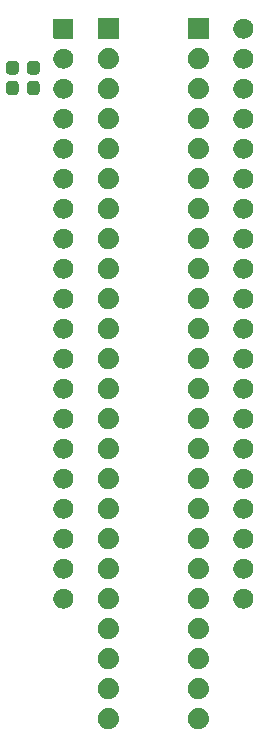
<source format=gbr>
G04 #@! TF.GenerationSoftware,KiCad,Pcbnew,7.0.11+dfsg-1build4*
G04 #@! TF.CreationDate,2024-11-01T16:05:39+09:00*
G04 #@! TF.ProjectId,bionic-f3850,62696f6e-6963-42d6-9633-3835302e6b69,5*
G04 #@! TF.SameCoordinates,Original*
G04 #@! TF.FileFunction,Soldermask,Bot*
G04 #@! TF.FilePolarity,Negative*
%FSLAX46Y46*%
G04 Gerber Fmt 4.6, Leading zero omitted, Abs format (unit mm)*
G04 Created by KiCad (PCBNEW 7.0.11+dfsg-1build4) date 2024-11-01 16:05:39*
%MOMM*%
%LPD*%
G01*
G04 APERTURE LIST*
G04 APERTURE END LIST*
G36*
X111203983Y-132603936D02*
G01*
X111254180Y-132603936D01*
X111297524Y-132613149D01*
X111335659Y-132616905D01*
X111383566Y-132631437D01*
X111438424Y-132643098D01*
X111473530Y-132658728D01*
X111504566Y-132668143D01*
X111553884Y-132694504D01*
X111610500Y-132719711D01*
X111636822Y-132738835D01*
X111660232Y-132751348D01*
X111707988Y-132790540D01*
X111762887Y-132830427D01*
X111780711Y-132850223D01*
X111796675Y-132863324D01*
X111839572Y-132915594D01*
X111888924Y-132970405D01*
X111899292Y-132988363D01*
X111908651Y-132999767D01*
X111943273Y-133064542D01*
X111983104Y-133133530D01*
X111987685Y-133147630D01*
X111991856Y-133155433D01*
X112014852Y-133231242D01*
X112041311Y-133312672D01*
X112042242Y-133321532D01*
X112043094Y-133324340D01*
X112051384Y-133408513D01*
X112061000Y-133500000D01*
X112051383Y-133591494D01*
X112043094Y-133675659D01*
X112042242Y-133678466D01*
X112041311Y-133687328D01*
X112014848Y-133768771D01*
X111991856Y-133844566D01*
X111987686Y-133852366D01*
X111983104Y-133866470D01*
X111943266Y-133935470D01*
X111908651Y-134000232D01*
X111899294Y-134011633D01*
X111888924Y-134029595D01*
X111839563Y-134084415D01*
X111796675Y-134136675D01*
X111780714Y-134149773D01*
X111762887Y-134169573D01*
X111707977Y-134209467D01*
X111660232Y-134248651D01*
X111636827Y-134261161D01*
X111610500Y-134280289D01*
X111553873Y-134305500D01*
X111504566Y-134331856D01*
X111473537Y-134341268D01*
X111438424Y-134356902D01*
X111383555Y-134368564D01*
X111335659Y-134383094D01*
X111297532Y-134386849D01*
X111254180Y-134396064D01*
X111203973Y-134396064D01*
X111160000Y-134400395D01*
X111116027Y-134396064D01*
X111065820Y-134396064D01*
X111022467Y-134386849D01*
X110984340Y-134383094D01*
X110936441Y-134368563D01*
X110881576Y-134356902D01*
X110846464Y-134341269D01*
X110815433Y-134331856D01*
X110766120Y-134305498D01*
X110709500Y-134280289D01*
X110683175Y-134261163D01*
X110659767Y-134248651D01*
X110612013Y-134209460D01*
X110557113Y-134169573D01*
X110539287Y-134149776D01*
X110523324Y-134136675D01*
X110480425Y-134084402D01*
X110431076Y-134029595D01*
X110420708Y-134011637D01*
X110411348Y-134000232D01*
X110376719Y-133935447D01*
X110336896Y-133866470D01*
X110332315Y-133852371D01*
X110328143Y-133844566D01*
X110305136Y-133768725D01*
X110278689Y-133687328D01*
X110277758Y-133678471D01*
X110276905Y-133675659D01*
X110268600Y-133591342D01*
X110259000Y-133500000D01*
X110268599Y-133408664D01*
X110276905Y-133324340D01*
X110277758Y-133321527D01*
X110278689Y-133312672D01*
X110305132Y-133231288D01*
X110328143Y-133155433D01*
X110332315Y-133147626D01*
X110336896Y-133133530D01*
X110376712Y-133064565D01*
X110411348Y-132999767D01*
X110420710Y-132988359D01*
X110431076Y-132970405D01*
X110480416Y-132915607D01*
X110523324Y-132863324D01*
X110539291Y-132850219D01*
X110557113Y-132830427D01*
X110612002Y-132790546D01*
X110659767Y-132751348D01*
X110683180Y-132738833D01*
X110709500Y-132719711D01*
X110766109Y-132694506D01*
X110815433Y-132668143D01*
X110846471Y-132658727D01*
X110881576Y-132643098D01*
X110936430Y-132631438D01*
X110984340Y-132616905D01*
X111022476Y-132613148D01*
X111065820Y-132603936D01*
X111116016Y-132603936D01*
X111160000Y-132599604D01*
X111203983Y-132603936D01*
G37*
G36*
X118823983Y-132603936D02*
G01*
X118874180Y-132603936D01*
X118917524Y-132613149D01*
X118955659Y-132616905D01*
X119003566Y-132631437D01*
X119058424Y-132643098D01*
X119093530Y-132658728D01*
X119124566Y-132668143D01*
X119173884Y-132694504D01*
X119230500Y-132719711D01*
X119256822Y-132738835D01*
X119280232Y-132751348D01*
X119327988Y-132790540D01*
X119382887Y-132830427D01*
X119400711Y-132850223D01*
X119416675Y-132863324D01*
X119459572Y-132915594D01*
X119508924Y-132970405D01*
X119519292Y-132988363D01*
X119528651Y-132999767D01*
X119563273Y-133064542D01*
X119603104Y-133133530D01*
X119607685Y-133147630D01*
X119611856Y-133155433D01*
X119634852Y-133231242D01*
X119661311Y-133312672D01*
X119662242Y-133321532D01*
X119663094Y-133324340D01*
X119671384Y-133408513D01*
X119681000Y-133500000D01*
X119671383Y-133591494D01*
X119663094Y-133675659D01*
X119662242Y-133678466D01*
X119661311Y-133687328D01*
X119634848Y-133768771D01*
X119611856Y-133844566D01*
X119607686Y-133852366D01*
X119603104Y-133866470D01*
X119563266Y-133935470D01*
X119528651Y-134000232D01*
X119519294Y-134011633D01*
X119508924Y-134029595D01*
X119459563Y-134084415D01*
X119416675Y-134136675D01*
X119400714Y-134149773D01*
X119382887Y-134169573D01*
X119327977Y-134209467D01*
X119280232Y-134248651D01*
X119256827Y-134261161D01*
X119230500Y-134280289D01*
X119173873Y-134305500D01*
X119124566Y-134331856D01*
X119093537Y-134341268D01*
X119058424Y-134356902D01*
X119003555Y-134368564D01*
X118955659Y-134383094D01*
X118917532Y-134386849D01*
X118874180Y-134396064D01*
X118823973Y-134396064D01*
X118780000Y-134400395D01*
X118736027Y-134396064D01*
X118685820Y-134396064D01*
X118642467Y-134386849D01*
X118604340Y-134383094D01*
X118556441Y-134368563D01*
X118501576Y-134356902D01*
X118466464Y-134341269D01*
X118435433Y-134331856D01*
X118386120Y-134305498D01*
X118329500Y-134280289D01*
X118303175Y-134261163D01*
X118279767Y-134248651D01*
X118232013Y-134209460D01*
X118177113Y-134169573D01*
X118159287Y-134149776D01*
X118143324Y-134136675D01*
X118100425Y-134084402D01*
X118051076Y-134029595D01*
X118040708Y-134011637D01*
X118031348Y-134000232D01*
X117996719Y-133935447D01*
X117956896Y-133866470D01*
X117952315Y-133852371D01*
X117948143Y-133844566D01*
X117925136Y-133768725D01*
X117898689Y-133687328D01*
X117897758Y-133678471D01*
X117896905Y-133675659D01*
X117888600Y-133591342D01*
X117879000Y-133500000D01*
X117888599Y-133408664D01*
X117896905Y-133324340D01*
X117897758Y-133321527D01*
X117898689Y-133312672D01*
X117925132Y-133231288D01*
X117948143Y-133155433D01*
X117952315Y-133147626D01*
X117956896Y-133133530D01*
X117996712Y-133064565D01*
X118031348Y-132999767D01*
X118040710Y-132988359D01*
X118051076Y-132970405D01*
X118100416Y-132915607D01*
X118143324Y-132863324D01*
X118159291Y-132850219D01*
X118177113Y-132830427D01*
X118232002Y-132790546D01*
X118279767Y-132751348D01*
X118303180Y-132738833D01*
X118329500Y-132719711D01*
X118386109Y-132694506D01*
X118435433Y-132668143D01*
X118466471Y-132658727D01*
X118501576Y-132643098D01*
X118556430Y-132631438D01*
X118604340Y-132616905D01*
X118642476Y-132613148D01*
X118685820Y-132603936D01*
X118736016Y-132603936D01*
X118780000Y-132599604D01*
X118823983Y-132603936D01*
G37*
G36*
X111203983Y-130063936D02*
G01*
X111254180Y-130063936D01*
X111297524Y-130073149D01*
X111335659Y-130076905D01*
X111383566Y-130091437D01*
X111438424Y-130103098D01*
X111473530Y-130118728D01*
X111504566Y-130128143D01*
X111553884Y-130154504D01*
X111610500Y-130179711D01*
X111636822Y-130198835D01*
X111660232Y-130211348D01*
X111707988Y-130250540D01*
X111762887Y-130290427D01*
X111780711Y-130310223D01*
X111796675Y-130323324D01*
X111839572Y-130375594D01*
X111888924Y-130430405D01*
X111899292Y-130448363D01*
X111908651Y-130459767D01*
X111943273Y-130524542D01*
X111983104Y-130593530D01*
X111987685Y-130607630D01*
X111991856Y-130615433D01*
X112014852Y-130691242D01*
X112041311Y-130772672D01*
X112042242Y-130781532D01*
X112043094Y-130784340D01*
X112051384Y-130868513D01*
X112061000Y-130960000D01*
X112051383Y-131051494D01*
X112043094Y-131135659D01*
X112042242Y-131138466D01*
X112041311Y-131147328D01*
X112014848Y-131228771D01*
X111991856Y-131304566D01*
X111987686Y-131312366D01*
X111983104Y-131326470D01*
X111943266Y-131395470D01*
X111908651Y-131460232D01*
X111899294Y-131471633D01*
X111888924Y-131489595D01*
X111839563Y-131544415D01*
X111796675Y-131596675D01*
X111780714Y-131609773D01*
X111762887Y-131629573D01*
X111707977Y-131669467D01*
X111660232Y-131708651D01*
X111636827Y-131721161D01*
X111610500Y-131740289D01*
X111553873Y-131765500D01*
X111504566Y-131791856D01*
X111473537Y-131801268D01*
X111438424Y-131816902D01*
X111383555Y-131828564D01*
X111335659Y-131843094D01*
X111297532Y-131846849D01*
X111254180Y-131856064D01*
X111203973Y-131856064D01*
X111160000Y-131860395D01*
X111116027Y-131856064D01*
X111065820Y-131856064D01*
X111022467Y-131846849D01*
X110984340Y-131843094D01*
X110936441Y-131828563D01*
X110881576Y-131816902D01*
X110846464Y-131801269D01*
X110815433Y-131791856D01*
X110766120Y-131765498D01*
X110709500Y-131740289D01*
X110683175Y-131721163D01*
X110659767Y-131708651D01*
X110612013Y-131669460D01*
X110557113Y-131629573D01*
X110539287Y-131609776D01*
X110523324Y-131596675D01*
X110480425Y-131544402D01*
X110431076Y-131489595D01*
X110420708Y-131471637D01*
X110411348Y-131460232D01*
X110376719Y-131395447D01*
X110336896Y-131326470D01*
X110332315Y-131312371D01*
X110328143Y-131304566D01*
X110305136Y-131228725D01*
X110278689Y-131147328D01*
X110277758Y-131138471D01*
X110276905Y-131135659D01*
X110268600Y-131051342D01*
X110259000Y-130960000D01*
X110268599Y-130868664D01*
X110276905Y-130784340D01*
X110277758Y-130781527D01*
X110278689Y-130772672D01*
X110305132Y-130691288D01*
X110328143Y-130615433D01*
X110332315Y-130607626D01*
X110336896Y-130593530D01*
X110376712Y-130524565D01*
X110411348Y-130459767D01*
X110420710Y-130448359D01*
X110431076Y-130430405D01*
X110480416Y-130375607D01*
X110523324Y-130323324D01*
X110539291Y-130310219D01*
X110557113Y-130290427D01*
X110612002Y-130250546D01*
X110659767Y-130211348D01*
X110683180Y-130198833D01*
X110709500Y-130179711D01*
X110766109Y-130154506D01*
X110815433Y-130128143D01*
X110846471Y-130118727D01*
X110881576Y-130103098D01*
X110936430Y-130091438D01*
X110984340Y-130076905D01*
X111022476Y-130073148D01*
X111065820Y-130063936D01*
X111116016Y-130063936D01*
X111160000Y-130059604D01*
X111203983Y-130063936D01*
G37*
G36*
X118823983Y-130063936D02*
G01*
X118874180Y-130063936D01*
X118917524Y-130073149D01*
X118955659Y-130076905D01*
X119003566Y-130091437D01*
X119058424Y-130103098D01*
X119093530Y-130118728D01*
X119124566Y-130128143D01*
X119173884Y-130154504D01*
X119230500Y-130179711D01*
X119256822Y-130198835D01*
X119280232Y-130211348D01*
X119327988Y-130250540D01*
X119382887Y-130290427D01*
X119400711Y-130310223D01*
X119416675Y-130323324D01*
X119459572Y-130375594D01*
X119508924Y-130430405D01*
X119519292Y-130448363D01*
X119528651Y-130459767D01*
X119563273Y-130524542D01*
X119603104Y-130593530D01*
X119607685Y-130607630D01*
X119611856Y-130615433D01*
X119634852Y-130691242D01*
X119661311Y-130772672D01*
X119662242Y-130781532D01*
X119663094Y-130784340D01*
X119671384Y-130868513D01*
X119681000Y-130960000D01*
X119671383Y-131051494D01*
X119663094Y-131135659D01*
X119662242Y-131138466D01*
X119661311Y-131147328D01*
X119634848Y-131228771D01*
X119611856Y-131304566D01*
X119607686Y-131312366D01*
X119603104Y-131326470D01*
X119563266Y-131395470D01*
X119528651Y-131460232D01*
X119519294Y-131471633D01*
X119508924Y-131489595D01*
X119459563Y-131544415D01*
X119416675Y-131596675D01*
X119400714Y-131609773D01*
X119382887Y-131629573D01*
X119327977Y-131669467D01*
X119280232Y-131708651D01*
X119256827Y-131721161D01*
X119230500Y-131740289D01*
X119173873Y-131765500D01*
X119124566Y-131791856D01*
X119093537Y-131801268D01*
X119058424Y-131816902D01*
X119003555Y-131828564D01*
X118955659Y-131843094D01*
X118917532Y-131846849D01*
X118874180Y-131856064D01*
X118823973Y-131856064D01*
X118780000Y-131860395D01*
X118736027Y-131856064D01*
X118685820Y-131856064D01*
X118642467Y-131846849D01*
X118604340Y-131843094D01*
X118556441Y-131828563D01*
X118501576Y-131816902D01*
X118466464Y-131801269D01*
X118435433Y-131791856D01*
X118386120Y-131765498D01*
X118329500Y-131740289D01*
X118303175Y-131721163D01*
X118279767Y-131708651D01*
X118232013Y-131669460D01*
X118177113Y-131629573D01*
X118159287Y-131609776D01*
X118143324Y-131596675D01*
X118100425Y-131544402D01*
X118051076Y-131489595D01*
X118040708Y-131471637D01*
X118031348Y-131460232D01*
X117996719Y-131395447D01*
X117956896Y-131326470D01*
X117952315Y-131312371D01*
X117948143Y-131304566D01*
X117925136Y-131228725D01*
X117898689Y-131147328D01*
X117897758Y-131138471D01*
X117896905Y-131135659D01*
X117888600Y-131051342D01*
X117879000Y-130960000D01*
X117888599Y-130868664D01*
X117896905Y-130784340D01*
X117897758Y-130781527D01*
X117898689Y-130772672D01*
X117925132Y-130691288D01*
X117948143Y-130615433D01*
X117952315Y-130607626D01*
X117956896Y-130593530D01*
X117996712Y-130524565D01*
X118031348Y-130459767D01*
X118040710Y-130448359D01*
X118051076Y-130430405D01*
X118100416Y-130375607D01*
X118143324Y-130323324D01*
X118159291Y-130310219D01*
X118177113Y-130290427D01*
X118232002Y-130250546D01*
X118279767Y-130211348D01*
X118303180Y-130198833D01*
X118329500Y-130179711D01*
X118386109Y-130154506D01*
X118435433Y-130128143D01*
X118466471Y-130118727D01*
X118501576Y-130103098D01*
X118556430Y-130091438D01*
X118604340Y-130076905D01*
X118642476Y-130073148D01*
X118685820Y-130063936D01*
X118736016Y-130063936D01*
X118780000Y-130059604D01*
X118823983Y-130063936D01*
G37*
G36*
X111203983Y-127523936D02*
G01*
X111254180Y-127523936D01*
X111297524Y-127533149D01*
X111335659Y-127536905D01*
X111383566Y-127551437D01*
X111438424Y-127563098D01*
X111473530Y-127578728D01*
X111504566Y-127588143D01*
X111553884Y-127614504D01*
X111610500Y-127639711D01*
X111636822Y-127658835D01*
X111660232Y-127671348D01*
X111707988Y-127710540D01*
X111762887Y-127750427D01*
X111780711Y-127770223D01*
X111796675Y-127783324D01*
X111839572Y-127835594D01*
X111888924Y-127890405D01*
X111899292Y-127908363D01*
X111908651Y-127919767D01*
X111943273Y-127984542D01*
X111983104Y-128053530D01*
X111987685Y-128067630D01*
X111991856Y-128075433D01*
X112014852Y-128151242D01*
X112041311Y-128232672D01*
X112042242Y-128241532D01*
X112043094Y-128244340D01*
X112051384Y-128328513D01*
X112061000Y-128420000D01*
X112051383Y-128511494D01*
X112043094Y-128595659D01*
X112042242Y-128598466D01*
X112041311Y-128607328D01*
X112014848Y-128688771D01*
X111991856Y-128764566D01*
X111987686Y-128772366D01*
X111983104Y-128786470D01*
X111943266Y-128855470D01*
X111908651Y-128920232D01*
X111899294Y-128931633D01*
X111888924Y-128949595D01*
X111839563Y-129004415D01*
X111796675Y-129056675D01*
X111780714Y-129069773D01*
X111762887Y-129089573D01*
X111707977Y-129129467D01*
X111660232Y-129168651D01*
X111636827Y-129181161D01*
X111610500Y-129200289D01*
X111553873Y-129225500D01*
X111504566Y-129251856D01*
X111473537Y-129261268D01*
X111438424Y-129276902D01*
X111383555Y-129288564D01*
X111335659Y-129303094D01*
X111297532Y-129306849D01*
X111254180Y-129316064D01*
X111203973Y-129316064D01*
X111160000Y-129320395D01*
X111116027Y-129316064D01*
X111065820Y-129316064D01*
X111022467Y-129306849D01*
X110984340Y-129303094D01*
X110936441Y-129288563D01*
X110881576Y-129276902D01*
X110846464Y-129261269D01*
X110815433Y-129251856D01*
X110766120Y-129225498D01*
X110709500Y-129200289D01*
X110683175Y-129181163D01*
X110659767Y-129168651D01*
X110612013Y-129129460D01*
X110557113Y-129089573D01*
X110539287Y-129069776D01*
X110523324Y-129056675D01*
X110480425Y-129004402D01*
X110431076Y-128949595D01*
X110420708Y-128931637D01*
X110411348Y-128920232D01*
X110376719Y-128855447D01*
X110336896Y-128786470D01*
X110332315Y-128772371D01*
X110328143Y-128764566D01*
X110305136Y-128688725D01*
X110278689Y-128607328D01*
X110277758Y-128598471D01*
X110276905Y-128595659D01*
X110268600Y-128511342D01*
X110259000Y-128420000D01*
X110268599Y-128328664D01*
X110276905Y-128244340D01*
X110277758Y-128241527D01*
X110278689Y-128232672D01*
X110305132Y-128151288D01*
X110328143Y-128075433D01*
X110332315Y-128067626D01*
X110336896Y-128053530D01*
X110376712Y-127984565D01*
X110411348Y-127919767D01*
X110420710Y-127908359D01*
X110431076Y-127890405D01*
X110480416Y-127835607D01*
X110523324Y-127783324D01*
X110539291Y-127770219D01*
X110557113Y-127750427D01*
X110612002Y-127710546D01*
X110659767Y-127671348D01*
X110683180Y-127658833D01*
X110709500Y-127639711D01*
X110766109Y-127614506D01*
X110815433Y-127588143D01*
X110846471Y-127578727D01*
X110881576Y-127563098D01*
X110936430Y-127551438D01*
X110984340Y-127536905D01*
X111022476Y-127533148D01*
X111065820Y-127523936D01*
X111116016Y-127523936D01*
X111160000Y-127519604D01*
X111203983Y-127523936D01*
G37*
G36*
X118823983Y-127523936D02*
G01*
X118874180Y-127523936D01*
X118917524Y-127533149D01*
X118955659Y-127536905D01*
X119003566Y-127551437D01*
X119058424Y-127563098D01*
X119093530Y-127578728D01*
X119124566Y-127588143D01*
X119173884Y-127614504D01*
X119230500Y-127639711D01*
X119256822Y-127658835D01*
X119280232Y-127671348D01*
X119327988Y-127710540D01*
X119382887Y-127750427D01*
X119400711Y-127770223D01*
X119416675Y-127783324D01*
X119459572Y-127835594D01*
X119508924Y-127890405D01*
X119519292Y-127908363D01*
X119528651Y-127919767D01*
X119563273Y-127984542D01*
X119603104Y-128053530D01*
X119607685Y-128067630D01*
X119611856Y-128075433D01*
X119634852Y-128151242D01*
X119661311Y-128232672D01*
X119662242Y-128241532D01*
X119663094Y-128244340D01*
X119671384Y-128328513D01*
X119681000Y-128420000D01*
X119671383Y-128511494D01*
X119663094Y-128595659D01*
X119662242Y-128598466D01*
X119661311Y-128607328D01*
X119634848Y-128688771D01*
X119611856Y-128764566D01*
X119607686Y-128772366D01*
X119603104Y-128786470D01*
X119563266Y-128855470D01*
X119528651Y-128920232D01*
X119519294Y-128931633D01*
X119508924Y-128949595D01*
X119459563Y-129004415D01*
X119416675Y-129056675D01*
X119400714Y-129069773D01*
X119382887Y-129089573D01*
X119327977Y-129129467D01*
X119280232Y-129168651D01*
X119256827Y-129181161D01*
X119230500Y-129200289D01*
X119173873Y-129225500D01*
X119124566Y-129251856D01*
X119093537Y-129261268D01*
X119058424Y-129276902D01*
X119003555Y-129288564D01*
X118955659Y-129303094D01*
X118917532Y-129306849D01*
X118874180Y-129316064D01*
X118823973Y-129316064D01*
X118780000Y-129320395D01*
X118736027Y-129316064D01*
X118685820Y-129316064D01*
X118642467Y-129306849D01*
X118604340Y-129303094D01*
X118556441Y-129288563D01*
X118501576Y-129276902D01*
X118466464Y-129261269D01*
X118435433Y-129251856D01*
X118386120Y-129225498D01*
X118329500Y-129200289D01*
X118303175Y-129181163D01*
X118279767Y-129168651D01*
X118232013Y-129129460D01*
X118177113Y-129089573D01*
X118159287Y-129069776D01*
X118143324Y-129056675D01*
X118100425Y-129004402D01*
X118051076Y-128949595D01*
X118040708Y-128931637D01*
X118031348Y-128920232D01*
X117996719Y-128855447D01*
X117956896Y-128786470D01*
X117952315Y-128772371D01*
X117948143Y-128764566D01*
X117925136Y-128688725D01*
X117898689Y-128607328D01*
X117897758Y-128598471D01*
X117896905Y-128595659D01*
X117888600Y-128511342D01*
X117879000Y-128420000D01*
X117888599Y-128328664D01*
X117896905Y-128244340D01*
X117897758Y-128241527D01*
X117898689Y-128232672D01*
X117925132Y-128151288D01*
X117948143Y-128075433D01*
X117952315Y-128067626D01*
X117956896Y-128053530D01*
X117996712Y-127984565D01*
X118031348Y-127919767D01*
X118040710Y-127908359D01*
X118051076Y-127890405D01*
X118100416Y-127835607D01*
X118143324Y-127783324D01*
X118159291Y-127770219D01*
X118177113Y-127750427D01*
X118232002Y-127710546D01*
X118279767Y-127671348D01*
X118303180Y-127658833D01*
X118329500Y-127639711D01*
X118386109Y-127614506D01*
X118435433Y-127588143D01*
X118466471Y-127578727D01*
X118501576Y-127563098D01*
X118556430Y-127551438D01*
X118604340Y-127536905D01*
X118642476Y-127533148D01*
X118685820Y-127523936D01*
X118736016Y-127523936D01*
X118780000Y-127519604D01*
X118823983Y-127523936D01*
G37*
G36*
X111203983Y-124983936D02*
G01*
X111254180Y-124983936D01*
X111297524Y-124993149D01*
X111335659Y-124996905D01*
X111383566Y-125011437D01*
X111438424Y-125023098D01*
X111473530Y-125038728D01*
X111504566Y-125048143D01*
X111553884Y-125074504D01*
X111610500Y-125099711D01*
X111636822Y-125118835D01*
X111660232Y-125131348D01*
X111707988Y-125170540D01*
X111762887Y-125210427D01*
X111780711Y-125230223D01*
X111796675Y-125243324D01*
X111839572Y-125295594D01*
X111888924Y-125350405D01*
X111899292Y-125368363D01*
X111908651Y-125379767D01*
X111943273Y-125444542D01*
X111983104Y-125513530D01*
X111987685Y-125527630D01*
X111991856Y-125535433D01*
X112014852Y-125611242D01*
X112041311Y-125692672D01*
X112042242Y-125701532D01*
X112043094Y-125704340D01*
X112051384Y-125788513D01*
X112061000Y-125880000D01*
X112051383Y-125971494D01*
X112043094Y-126055659D01*
X112042242Y-126058466D01*
X112041311Y-126067328D01*
X112014848Y-126148771D01*
X111991856Y-126224566D01*
X111987686Y-126232366D01*
X111983104Y-126246470D01*
X111943266Y-126315470D01*
X111908651Y-126380232D01*
X111899294Y-126391633D01*
X111888924Y-126409595D01*
X111839563Y-126464415D01*
X111796675Y-126516675D01*
X111780714Y-126529773D01*
X111762887Y-126549573D01*
X111707977Y-126589467D01*
X111660232Y-126628651D01*
X111636827Y-126641161D01*
X111610500Y-126660289D01*
X111553873Y-126685500D01*
X111504566Y-126711856D01*
X111473537Y-126721268D01*
X111438424Y-126736902D01*
X111383555Y-126748564D01*
X111335659Y-126763094D01*
X111297532Y-126766849D01*
X111254180Y-126776064D01*
X111203973Y-126776064D01*
X111160000Y-126780395D01*
X111116027Y-126776064D01*
X111065820Y-126776064D01*
X111022467Y-126766849D01*
X110984340Y-126763094D01*
X110936441Y-126748563D01*
X110881576Y-126736902D01*
X110846464Y-126721269D01*
X110815433Y-126711856D01*
X110766120Y-126685498D01*
X110709500Y-126660289D01*
X110683175Y-126641163D01*
X110659767Y-126628651D01*
X110612013Y-126589460D01*
X110557113Y-126549573D01*
X110539287Y-126529776D01*
X110523324Y-126516675D01*
X110480425Y-126464402D01*
X110431076Y-126409595D01*
X110420708Y-126391637D01*
X110411348Y-126380232D01*
X110376719Y-126315447D01*
X110336896Y-126246470D01*
X110332315Y-126232371D01*
X110328143Y-126224566D01*
X110305136Y-126148725D01*
X110278689Y-126067328D01*
X110277758Y-126058471D01*
X110276905Y-126055659D01*
X110268600Y-125971342D01*
X110259000Y-125880000D01*
X110268599Y-125788664D01*
X110276905Y-125704340D01*
X110277758Y-125701527D01*
X110278689Y-125692672D01*
X110305132Y-125611288D01*
X110328143Y-125535433D01*
X110332315Y-125527626D01*
X110336896Y-125513530D01*
X110376712Y-125444565D01*
X110411348Y-125379767D01*
X110420710Y-125368359D01*
X110431076Y-125350405D01*
X110480416Y-125295607D01*
X110523324Y-125243324D01*
X110539291Y-125230219D01*
X110557113Y-125210427D01*
X110612002Y-125170546D01*
X110659767Y-125131348D01*
X110683180Y-125118833D01*
X110709500Y-125099711D01*
X110766109Y-125074506D01*
X110815433Y-125048143D01*
X110846471Y-125038727D01*
X110881576Y-125023098D01*
X110936430Y-125011438D01*
X110984340Y-124996905D01*
X111022476Y-124993148D01*
X111065820Y-124983936D01*
X111116016Y-124983936D01*
X111160000Y-124979604D01*
X111203983Y-124983936D01*
G37*
G36*
X118823983Y-124983936D02*
G01*
X118874180Y-124983936D01*
X118917524Y-124993149D01*
X118955659Y-124996905D01*
X119003566Y-125011437D01*
X119058424Y-125023098D01*
X119093530Y-125038728D01*
X119124566Y-125048143D01*
X119173884Y-125074504D01*
X119230500Y-125099711D01*
X119256822Y-125118835D01*
X119280232Y-125131348D01*
X119327988Y-125170540D01*
X119382887Y-125210427D01*
X119400711Y-125230223D01*
X119416675Y-125243324D01*
X119459572Y-125295594D01*
X119508924Y-125350405D01*
X119519292Y-125368363D01*
X119528651Y-125379767D01*
X119563273Y-125444542D01*
X119603104Y-125513530D01*
X119607685Y-125527630D01*
X119611856Y-125535433D01*
X119634852Y-125611242D01*
X119661311Y-125692672D01*
X119662242Y-125701532D01*
X119663094Y-125704340D01*
X119671384Y-125788513D01*
X119681000Y-125880000D01*
X119671383Y-125971494D01*
X119663094Y-126055659D01*
X119662242Y-126058466D01*
X119661311Y-126067328D01*
X119634848Y-126148771D01*
X119611856Y-126224566D01*
X119607686Y-126232366D01*
X119603104Y-126246470D01*
X119563266Y-126315470D01*
X119528651Y-126380232D01*
X119519294Y-126391633D01*
X119508924Y-126409595D01*
X119459563Y-126464415D01*
X119416675Y-126516675D01*
X119400714Y-126529773D01*
X119382887Y-126549573D01*
X119327977Y-126589467D01*
X119280232Y-126628651D01*
X119256827Y-126641161D01*
X119230500Y-126660289D01*
X119173873Y-126685500D01*
X119124566Y-126711856D01*
X119093537Y-126721268D01*
X119058424Y-126736902D01*
X119003555Y-126748564D01*
X118955659Y-126763094D01*
X118917532Y-126766849D01*
X118874180Y-126776064D01*
X118823973Y-126776064D01*
X118780000Y-126780395D01*
X118736027Y-126776064D01*
X118685820Y-126776064D01*
X118642467Y-126766849D01*
X118604340Y-126763094D01*
X118556441Y-126748563D01*
X118501576Y-126736902D01*
X118466464Y-126721269D01*
X118435433Y-126711856D01*
X118386120Y-126685498D01*
X118329500Y-126660289D01*
X118303175Y-126641163D01*
X118279767Y-126628651D01*
X118232013Y-126589460D01*
X118177113Y-126549573D01*
X118159287Y-126529776D01*
X118143324Y-126516675D01*
X118100425Y-126464402D01*
X118051076Y-126409595D01*
X118040708Y-126391637D01*
X118031348Y-126380232D01*
X117996719Y-126315447D01*
X117956896Y-126246470D01*
X117952315Y-126232371D01*
X117948143Y-126224566D01*
X117925136Y-126148725D01*
X117898689Y-126067328D01*
X117897758Y-126058471D01*
X117896905Y-126055659D01*
X117888600Y-125971342D01*
X117879000Y-125880000D01*
X117888599Y-125788664D01*
X117896905Y-125704340D01*
X117897758Y-125701527D01*
X117898689Y-125692672D01*
X117925132Y-125611288D01*
X117948143Y-125535433D01*
X117952315Y-125527626D01*
X117956896Y-125513530D01*
X117996712Y-125444565D01*
X118031348Y-125379767D01*
X118040710Y-125368359D01*
X118051076Y-125350405D01*
X118100416Y-125295607D01*
X118143324Y-125243324D01*
X118159291Y-125230219D01*
X118177113Y-125210427D01*
X118232002Y-125170546D01*
X118279767Y-125131348D01*
X118303180Y-125118833D01*
X118329500Y-125099711D01*
X118386109Y-125074506D01*
X118435433Y-125048143D01*
X118466471Y-125038727D01*
X118501576Y-125023098D01*
X118556430Y-125011438D01*
X118604340Y-124996905D01*
X118642476Y-124993148D01*
X118685820Y-124983936D01*
X118736016Y-124983936D01*
X118780000Y-124979604D01*
X118823983Y-124983936D01*
G37*
G36*
X111203983Y-122443936D02*
G01*
X111254180Y-122443936D01*
X111297524Y-122453149D01*
X111335659Y-122456905D01*
X111383566Y-122471437D01*
X111438424Y-122483098D01*
X111473530Y-122498728D01*
X111504566Y-122508143D01*
X111553884Y-122534504D01*
X111610500Y-122559711D01*
X111636822Y-122578835D01*
X111660232Y-122591348D01*
X111707988Y-122630540D01*
X111762887Y-122670427D01*
X111780711Y-122690223D01*
X111796675Y-122703324D01*
X111839572Y-122755594D01*
X111888924Y-122810405D01*
X111899292Y-122828363D01*
X111908651Y-122839767D01*
X111943273Y-122904542D01*
X111983104Y-122973530D01*
X111987685Y-122987630D01*
X111991856Y-122995433D01*
X112014852Y-123071242D01*
X112041311Y-123152672D01*
X112042242Y-123161532D01*
X112043094Y-123164340D01*
X112051384Y-123248513D01*
X112061000Y-123340000D01*
X112051383Y-123431494D01*
X112043094Y-123515659D01*
X112042242Y-123518466D01*
X112041311Y-123527328D01*
X112014848Y-123608771D01*
X111991856Y-123684566D01*
X111987686Y-123692366D01*
X111983104Y-123706470D01*
X111943266Y-123775470D01*
X111908651Y-123840232D01*
X111899294Y-123851633D01*
X111888924Y-123869595D01*
X111839563Y-123924415D01*
X111796675Y-123976675D01*
X111780714Y-123989773D01*
X111762887Y-124009573D01*
X111707977Y-124049467D01*
X111660232Y-124088651D01*
X111636827Y-124101161D01*
X111610500Y-124120289D01*
X111553873Y-124145500D01*
X111504566Y-124171856D01*
X111473537Y-124181268D01*
X111438424Y-124196902D01*
X111383555Y-124208564D01*
X111335659Y-124223094D01*
X111297532Y-124226849D01*
X111254180Y-124236064D01*
X111203973Y-124236064D01*
X111160000Y-124240395D01*
X111116027Y-124236064D01*
X111065820Y-124236064D01*
X111022467Y-124226849D01*
X110984340Y-124223094D01*
X110936441Y-124208563D01*
X110881576Y-124196902D01*
X110846464Y-124181269D01*
X110815433Y-124171856D01*
X110766120Y-124145498D01*
X110709500Y-124120289D01*
X110683175Y-124101163D01*
X110659767Y-124088651D01*
X110612013Y-124049460D01*
X110557113Y-124009573D01*
X110539287Y-123989776D01*
X110523324Y-123976675D01*
X110480425Y-123924402D01*
X110431076Y-123869595D01*
X110420708Y-123851637D01*
X110411348Y-123840232D01*
X110376719Y-123775447D01*
X110336896Y-123706470D01*
X110332315Y-123692371D01*
X110328143Y-123684566D01*
X110305136Y-123608725D01*
X110278689Y-123527328D01*
X110277758Y-123518471D01*
X110276905Y-123515659D01*
X110268600Y-123431342D01*
X110259000Y-123340000D01*
X110268599Y-123248664D01*
X110276905Y-123164340D01*
X110277758Y-123161527D01*
X110278689Y-123152672D01*
X110305132Y-123071288D01*
X110328143Y-122995433D01*
X110332315Y-122987626D01*
X110336896Y-122973530D01*
X110376712Y-122904565D01*
X110411348Y-122839767D01*
X110420710Y-122828359D01*
X110431076Y-122810405D01*
X110480416Y-122755607D01*
X110523324Y-122703324D01*
X110539291Y-122690219D01*
X110557113Y-122670427D01*
X110612002Y-122630546D01*
X110659767Y-122591348D01*
X110683180Y-122578833D01*
X110709500Y-122559711D01*
X110766109Y-122534506D01*
X110815433Y-122508143D01*
X110846471Y-122498727D01*
X110881576Y-122483098D01*
X110936430Y-122471438D01*
X110984340Y-122456905D01*
X111022476Y-122453148D01*
X111065820Y-122443936D01*
X111116016Y-122443936D01*
X111160000Y-122439604D01*
X111203983Y-122443936D01*
G37*
G36*
X118823983Y-122443936D02*
G01*
X118874180Y-122443936D01*
X118917524Y-122453149D01*
X118955659Y-122456905D01*
X119003566Y-122471437D01*
X119058424Y-122483098D01*
X119093530Y-122498728D01*
X119124566Y-122508143D01*
X119173884Y-122534504D01*
X119230500Y-122559711D01*
X119256822Y-122578835D01*
X119280232Y-122591348D01*
X119327988Y-122630540D01*
X119382887Y-122670427D01*
X119400711Y-122690223D01*
X119416675Y-122703324D01*
X119459572Y-122755594D01*
X119508924Y-122810405D01*
X119519292Y-122828363D01*
X119528651Y-122839767D01*
X119563273Y-122904542D01*
X119603104Y-122973530D01*
X119607685Y-122987630D01*
X119611856Y-122995433D01*
X119634852Y-123071242D01*
X119661311Y-123152672D01*
X119662242Y-123161532D01*
X119663094Y-123164340D01*
X119671384Y-123248513D01*
X119681000Y-123340000D01*
X119671383Y-123431494D01*
X119663094Y-123515659D01*
X119662242Y-123518466D01*
X119661311Y-123527328D01*
X119634848Y-123608771D01*
X119611856Y-123684566D01*
X119607686Y-123692366D01*
X119603104Y-123706470D01*
X119563266Y-123775470D01*
X119528651Y-123840232D01*
X119519294Y-123851633D01*
X119508924Y-123869595D01*
X119459563Y-123924415D01*
X119416675Y-123976675D01*
X119400714Y-123989773D01*
X119382887Y-124009573D01*
X119327977Y-124049467D01*
X119280232Y-124088651D01*
X119256827Y-124101161D01*
X119230500Y-124120289D01*
X119173873Y-124145500D01*
X119124566Y-124171856D01*
X119093537Y-124181268D01*
X119058424Y-124196902D01*
X119003555Y-124208564D01*
X118955659Y-124223094D01*
X118917532Y-124226849D01*
X118874180Y-124236064D01*
X118823973Y-124236064D01*
X118780000Y-124240395D01*
X118736027Y-124236064D01*
X118685820Y-124236064D01*
X118642467Y-124226849D01*
X118604340Y-124223094D01*
X118556441Y-124208563D01*
X118501576Y-124196902D01*
X118466464Y-124181269D01*
X118435433Y-124171856D01*
X118386120Y-124145498D01*
X118329500Y-124120289D01*
X118303175Y-124101163D01*
X118279767Y-124088651D01*
X118232013Y-124049460D01*
X118177113Y-124009573D01*
X118159287Y-123989776D01*
X118143324Y-123976675D01*
X118100425Y-123924402D01*
X118051076Y-123869595D01*
X118040708Y-123851637D01*
X118031348Y-123840232D01*
X117996719Y-123775447D01*
X117956896Y-123706470D01*
X117952315Y-123692371D01*
X117948143Y-123684566D01*
X117925136Y-123608725D01*
X117898689Y-123527328D01*
X117897758Y-123518471D01*
X117896905Y-123515659D01*
X117888600Y-123431342D01*
X117879000Y-123340000D01*
X117888599Y-123248664D01*
X117896905Y-123164340D01*
X117897758Y-123161527D01*
X117898689Y-123152672D01*
X117925132Y-123071288D01*
X117948143Y-122995433D01*
X117952315Y-122987626D01*
X117956896Y-122973530D01*
X117996712Y-122904565D01*
X118031348Y-122839767D01*
X118040710Y-122828359D01*
X118051076Y-122810405D01*
X118100416Y-122755607D01*
X118143324Y-122703324D01*
X118159291Y-122690219D01*
X118177113Y-122670427D01*
X118232002Y-122630546D01*
X118279767Y-122591348D01*
X118303180Y-122578833D01*
X118329500Y-122559711D01*
X118386109Y-122534506D01*
X118435433Y-122508143D01*
X118466471Y-122498727D01*
X118501576Y-122483098D01*
X118556430Y-122471438D01*
X118604340Y-122456905D01*
X118642476Y-122453148D01*
X118685820Y-122443936D01*
X118736016Y-122443936D01*
X118780000Y-122439604D01*
X118823983Y-122443936D01*
G37*
G36*
X107391199Y-122493662D02*
G01*
X107438954Y-122493662D01*
X107480194Y-122502427D01*
X107515901Y-122505945D01*
X107560759Y-122519552D01*
X107612973Y-122530651D01*
X107646384Y-122545526D01*
X107675435Y-122554339D01*
X107721602Y-122579015D01*
X107775500Y-122603012D01*
X107800554Y-122621215D01*
X107822453Y-122632920D01*
X107867128Y-122669584D01*
X107919430Y-122707584D01*
X107936411Y-122726443D01*
X107951320Y-122738679D01*
X107991387Y-122787501D01*
X108038473Y-122839795D01*
X108048364Y-122856927D01*
X108057079Y-122867546D01*
X108089306Y-122927840D01*
X108127427Y-122993867D01*
X108131813Y-123007368D01*
X108135660Y-123014564D01*
X108156861Y-123084455D01*
X108182404Y-123163067D01*
X108183303Y-123171623D01*
X108184054Y-123174098D01*
X108191371Y-123248389D01*
X108201000Y-123340000D01*
X108191370Y-123431619D01*
X108184054Y-123505901D01*
X108183303Y-123508375D01*
X108182404Y-123516933D01*
X108156856Y-123595558D01*
X108135660Y-123665435D01*
X108131814Y-123672629D01*
X108127427Y-123686133D01*
X108089299Y-123752172D01*
X108057079Y-123812453D01*
X108048366Y-123823069D01*
X108038473Y-123840205D01*
X107991378Y-123892509D01*
X107951320Y-123941320D01*
X107936414Y-123953552D01*
X107919430Y-123972416D01*
X107867118Y-124010423D01*
X107822453Y-124047079D01*
X107800559Y-124058780D01*
X107775500Y-124076988D01*
X107721591Y-124100989D01*
X107675435Y-124125660D01*
X107646391Y-124134470D01*
X107612973Y-124149349D01*
X107560748Y-124160449D01*
X107515901Y-124174054D01*
X107480203Y-124177570D01*
X107438954Y-124186338D01*
X107391188Y-124186338D01*
X107350000Y-124190395D01*
X107308811Y-124186338D01*
X107261046Y-124186338D01*
X107219797Y-124177570D01*
X107184098Y-124174054D01*
X107139248Y-124160448D01*
X107087027Y-124149349D01*
X107053610Y-124134471D01*
X107024564Y-124125660D01*
X106978402Y-124100986D01*
X106924500Y-124076988D01*
X106899443Y-124058783D01*
X106877546Y-124047079D01*
X106832873Y-124010416D01*
X106780570Y-123972416D01*
X106763588Y-123953555D01*
X106748679Y-123941320D01*
X106708610Y-123892496D01*
X106661527Y-123840205D01*
X106651636Y-123823073D01*
X106642920Y-123812453D01*
X106610687Y-123752148D01*
X106572573Y-123686133D01*
X106568186Y-123672634D01*
X106564339Y-123665435D01*
X106543128Y-123595512D01*
X106517596Y-123516933D01*
X106516697Y-123508380D01*
X106515945Y-123505901D01*
X106508613Y-123431467D01*
X106499000Y-123340000D01*
X106508612Y-123248540D01*
X106515945Y-123174098D01*
X106516697Y-123171618D01*
X106517596Y-123163067D01*
X106543123Y-123084502D01*
X106564339Y-123014564D01*
X106568187Y-123007363D01*
X106572573Y-122993867D01*
X106610680Y-122927863D01*
X106642920Y-122867546D01*
X106651638Y-122856923D01*
X106661527Y-122839795D01*
X106708601Y-122787513D01*
X106748679Y-122738679D01*
X106763591Y-122726440D01*
X106780570Y-122707584D01*
X106832862Y-122669591D01*
X106877546Y-122632920D01*
X106899448Y-122621213D01*
X106924500Y-122603012D01*
X106978391Y-122579018D01*
X107024564Y-122554339D01*
X107053617Y-122545525D01*
X107087027Y-122530651D01*
X107139237Y-122519553D01*
X107184098Y-122505945D01*
X107219806Y-122502427D01*
X107261046Y-122493662D01*
X107308801Y-122493662D01*
X107350000Y-122489604D01*
X107391199Y-122493662D01*
G37*
G36*
X122631199Y-122493662D02*
G01*
X122678954Y-122493662D01*
X122720194Y-122502427D01*
X122755901Y-122505945D01*
X122800759Y-122519552D01*
X122852973Y-122530651D01*
X122886384Y-122545526D01*
X122915435Y-122554339D01*
X122961602Y-122579015D01*
X123015500Y-122603012D01*
X123040554Y-122621215D01*
X123062453Y-122632920D01*
X123107128Y-122669584D01*
X123159430Y-122707584D01*
X123176411Y-122726443D01*
X123191320Y-122738679D01*
X123231387Y-122787501D01*
X123278473Y-122839795D01*
X123288364Y-122856927D01*
X123297079Y-122867546D01*
X123329306Y-122927840D01*
X123367427Y-122993867D01*
X123371813Y-123007368D01*
X123375660Y-123014564D01*
X123396861Y-123084455D01*
X123422404Y-123163067D01*
X123423303Y-123171623D01*
X123424054Y-123174098D01*
X123431371Y-123248389D01*
X123441000Y-123340000D01*
X123431370Y-123431619D01*
X123424054Y-123505901D01*
X123423303Y-123508375D01*
X123422404Y-123516933D01*
X123396856Y-123595558D01*
X123375660Y-123665435D01*
X123371814Y-123672629D01*
X123367427Y-123686133D01*
X123329299Y-123752172D01*
X123297079Y-123812453D01*
X123288366Y-123823069D01*
X123278473Y-123840205D01*
X123231378Y-123892509D01*
X123191320Y-123941320D01*
X123176414Y-123953552D01*
X123159430Y-123972416D01*
X123107118Y-124010423D01*
X123062453Y-124047079D01*
X123040559Y-124058780D01*
X123015500Y-124076988D01*
X122961591Y-124100989D01*
X122915435Y-124125660D01*
X122886391Y-124134470D01*
X122852973Y-124149349D01*
X122800748Y-124160449D01*
X122755901Y-124174054D01*
X122720203Y-124177570D01*
X122678954Y-124186338D01*
X122631188Y-124186338D01*
X122590000Y-124190395D01*
X122548811Y-124186338D01*
X122501046Y-124186338D01*
X122459797Y-124177570D01*
X122424098Y-124174054D01*
X122379248Y-124160448D01*
X122327027Y-124149349D01*
X122293610Y-124134471D01*
X122264564Y-124125660D01*
X122218402Y-124100986D01*
X122164500Y-124076988D01*
X122139443Y-124058783D01*
X122117546Y-124047079D01*
X122072873Y-124010416D01*
X122020570Y-123972416D01*
X122003588Y-123953555D01*
X121988679Y-123941320D01*
X121948610Y-123892496D01*
X121901527Y-123840205D01*
X121891636Y-123823073D01*
X121882920Y-123812453D01*
X121850687Y-123752148D01*
X121812573Y-123686133D01*
X121808186Y-123672634D01*
X121804339Y-123665435D01*
X121783128Y-123595512D01*
X121757596Y-123516933D01*
X121756697Y-123508380D01*
X121755945Y-123505901D01*
X121748613Y-123431467D01*
X121739000Y-123340000D01*
X121748612Y-123248540D01*
X121755945Y-123174098D01*
X121756697Y-123171618D01*
X121757596Y-123163067D01*
X121783123Y-123084502D01*
X121804339Y-123014564D01*
X121808187Y-123007363D01*
X121812573Y-122993867D01*
X121850680Y-122927863D01*
X121882920Y-122867546D01*
X121891638Y-122856923D01*
X121901527Y-122839795D01*
X121948601Y-122787513D01*
X121988679Y-122738679D01*
X122003591Y-122726440D01*
X122020570Y-122707584D01*
X122072862Y-122669591D01*
X122117546Y-122632920D01*
X122139448Y-122621213D01*
X122164500Y-122603012D01*
X122218391Y-122579018D01*
X122264564Y-122554339D01*
X122293617Y-122545525D01*
X122327027Y-122530651D01*
X122379237Y-122519553D01*
X122424098Y-122505945D01*
X122459806Y-122502427D01*
X122501046Y-122493662D01*
X122548801Y-122493662D01*
X122590000Y-122489604D01*
X122631199Y-122493662D01*
G37*
G36*
X111203983Y-119903936D02*
G01*
X111254180Y-119903936D01*
X111297524Y-119913149D01*
X111335659Y-119916905D01*
X111383566Y-119931437D01*
X111438424Y-119943098D01*
X111473530Y-119958728D01*
X111504566Y-119968143D01*
X111553884Y-119994504D01*
X111610500Y-120019711D01*
X111636822Y-120038835D01*
X111660232Y-120051348D01*
X111707988Y-120090540D01*
X111762887Y-120130427D01*
X111780711Y-120150223D01*
X111796675Y-120163324D01*
X111839572Y-120215594D01*
X111888924Y-120270405D01*
X111899292Y-120288363D01*
X111908651Y-120299767D01*
X111943273Y-120364542D01*
X111983104Y-120433530D01*
X111987685Y-120447630D01*
X111991856Y-120455433D01*
X112014852Y-120531242D01*
X112041311Y-120612672D01*
X112042242Y-120621532D01*
X112043094Y-120624340D01*
X112051384Y-120708513D01*
X112061000Y-120800000D01*
X112051383Y-120891494D01*
X112043094Y-120975659D01*
X112042242Y-120978466D01*
X112041311Y-120987328D01*
X112014848Y-121068771D01*
X111991856Y-121144566D01*
X111987686Y-121152366D01*
X111983104Y-121166470D01*
X111943266Y-121235470D01*
X111908651Y-121300232D01*
X111899294Y-121311633D01*
X111888924Y-121329595D01*
X111839563Y-121384415D01*
X111796675Y-121436675D01*
X111780714Y-121449773D01*
X111762887Y-121469573D01*
X111707977Y-121509467D01*
X111660232Y-121548651D01*
X111636827Y-121561161D01*
X111610500Y-121580289D01*
X111553873Y-121605500D01*
X111504566Y-121631856D01*
X111473537Y-121641268D01*
X111438424Y-121656902D01*
X111383555Y-121668564D01*
X111335659Y-121683094D01*
X111297532Y-121686849D01*
X111254180Y-121696064D01*
X111203973Y-121696064D01*
X111160000Y-121700395D01*
X111116027Y-121696064D01*
X111065820Y-121696064D01*
X111022467Y-121686849D01*
X110984340Y-121683094D01*
X110936441Y-121668563D01*
X110881576Y-121656902D01*
X110846464Y-121641269D01*
X110815433Y-121631856D01*
X110766120Y-121605498D01*
X110709500Y-121580289D01*
X110683175Y-121561163D01*
X110659767Y-121548651D01*
X110612013Y-121509460D01*
X110557113Y-121469573D01*
X110539287Y-121449776D01*
X110523324Y-121436675D01*
X110480425Y-121384402D01*
X110431076Y-121329595D01*
X110420708Y-121311637D01*
X110411348Y-121300232D01*
X110376719Y-121235447D01*
X110336896Y-121166470D01*
X110332315Y-121152371D01*
X110328143Y-121144566D01*
X110305136Y-121068725D01*
X110278689Y-120987328D01*
X110277758Y-120978471D01*
X110276905Y-120975659D01*
X110268600Y-120891342D01*
X110259000Y-120800000D01*
X110268599Y-120708664D01*
X110276905Y-120624340D01*
X110277758Y-120621527D01*
X110278689Y-120612672D01*
X110305132Y-120531288D01*
X110328143Y-120455433D01*
X110332315Y-120447626D01*
X110336896Y-120433530D01*
X110376712Y-120364565D01*
X110411348Y-120299767D01*
X110420710Y-120288359D01*
X110431076Y-120270405D01*
X110480416Y-120215607D01*
X110523324Y-120163324D01*
X110539291Y-120150219D01*
X110557113Y-120130427D01*
X110612002Y-120090546D01*
X110659767Y-120051348D01*
X110683180Y-120038833D01*
X110709500Y-120019711D01*
X110766109Y-119994506D01*
X110815433Y-119968143D01*
X110846471Y-119958727D01*
X110881576Y-119943098D01*
X110936430Y-119931438D01*
X110984340Y-119916905D01*
X111022476Y-119913148D01*
X111065820Y-119903936D01*
X111116016Y-119903936D01*
X111160000Y-119899604D01*
X111203983Y-119903936D01*
G37*
G36*
X118823983Y-119903936D02*
G01*
X118874180Y-119903936D01*
X118917524Y-119913149D01*
X118955659Y-119916905D01*
X119003566Y-119931437D01*
X119058424Y-119943098D01*
X119093530Y-119958728D01*
X119124566Y-119968143D01*
X119173884Y-119994504D01*
X119230500Y-120019711D01*
X119256822Y-120038835D01*
X119280232Y-120051348D01*
X119327988Y-120090540D01*
X119382887Y-120130427D01*
X119400711Y-120150223D01*
X119416675Y-120163324D01*
X119459572Y-120215594D01*
X119508924Y-120270405D01*
X119519292Y-120288363D01*
X119528651Y-120299767D01*
X119563273Y-120364542D01*
X119603104Y-120433530D01*
X119607685Y-120447630D01*
X119611856Y-120455433D01*
X119634852Y-120531242D01*
X119661311Y-120612672D01*
X119662242Y-120621532D01*
X119663094Y-120624340D01*
X119671384Y-120708513D01*
X119681000Y-120800000D01*
X119671383Y-120891494D01*
X119663094Y-120975659D01*
X119662242Y-120978466D01*
X119661311Y-120987328D01*
X119634848Y-121068771D01*
X119611856Y-121144566D01*
X119607686Y-121152366D01*
X119603104Y-121166470D01*
X119563266Y-121235470D01*
X119528651Y-121300232D01*
X119519294Y-121311633D01*
X119508924Y-121329595D01*
X119459563Y-121384415D01*
X119416675Y-121436675D01*
X119400714Y-121449773D01*
X119382887Y-121469573D01*
X119327977Y-121509467D01*
X119280232Y-121548651D01*
X119256827Y-121561161D01*
X119230500Y-121580289D01*
X119173873Y-121605500D01*
X119124566Y-121631856D01*
X119093537Y-121641268D01*
X119058424Y-121656902D01*
X119003555Y-121668564D01*
X118955659Y-121683094D01*
X118917532Y-121686849D01*
X118874180Y-121696064D01*
X118823973Y-121696064D01*
X118780000Y-121700395D01*
X118736027Y-121696064D01*
X118685820Y-121696064D01*
X118642467Y-121686849D01*
X118604340Y-121683094D01*
X118556441Y-121668563D01*
X118501576Y-121656902D01*
X118466464Y-121641269D01*
X118435433Y-121631856D01*
X118386120Y-121605498D01*
X118329500Y-121580289D01*
X118303175Y-121561163D01*
X118279767Y-121548651D01*
X118232013Y-121509460D01*
X118177113Y-121469573D01*
X118159287Y-121449776D01*
X118143324Y-121436675D01*
X118100425Y-121384402D01*
X118051076Y-121329595D01*
X118040708Y-121311637D01*
X118031348Y-121300232D01*
X117996719Y-121235447D01*
X117956896Y-121166470D01*
X117952315Y-121152371D01*
X117948143Y-121144566D01*
X117925136Y-121068725D01*
X117898689Y-120987328D01*
X117897758Y-120978471D01*
X117896905Y-120975659D01*
X117888600Y-120891342D01*
X117879000Y-120800000D01*
X117888599Y-120708664D01*
X117896905Y-120624340D01*
X117897758Y-120621527D01*
X117898689Y-120612672D01*
X117925132Y-120531288D01*
X117948143Y-120455433D01*
X117952315Y-120447626D01*
X117956896Y-120433530D01*
X117996712Y-120364565D01*
X118031348Y-120299767D01*
X118040710Y-120288359D01*
X118051076Y-120270405D01*
X118100416Y-120215607D01*
X118143324Y-120163324D01*
X118159291Y-120150219D01*
X118177113Y-120130427D01*
X118232002Y-120090546D01*
X118279767Y-120051348D01*
X118303180Y-120038833D01*
X118329500Y-120019711D01*
X118386109Y-119994506D01*
X118435433Y-119968143D01*
X118466471Y-119958727D01*
X118501576Y-119943098D01*
X118556430Y-119931438D01*
X118604340Y-119916905D01*
X118642476Y-119913148D01*
X118685820Y-119903936D01*
X118736016Y-119903936D01*
X118780000Y-119899604D01*
X118823983Y-119903936D01*
G37*
G36*
X107391199Y-119953662D02*
G01*
X107438954Y-119953662D01*
X107480194Y-119962427D01*
X107515901Y-119965945D01*
X107560759Y-119979552D01*
X107612973Y-119990651D01*
X107646384Y-120005526D01*
X107675435Y-120014339D01*
X107721602Y-120039015D01*
X107775500Y-120063012D01*
X107800554Y-120081215D01*
X107822453Y-120092920D01*
X107867128Y-120129584D01*
X107919430Y-120167584D01*
X107936411Y-120186443D01*
X107951320Y-120198679D01*
X107991387Y-120247501D01*
X108038473Y-120299795D01*
X108048364Y-120316927D01*
X108057079Y-120327546D01*
X108089306Y-120387840D01*
X108127427Y-120453867D01*
X108131813Y-120467368D01*
X108135660Y-120474564D01*
X108156861Y-120544455D01*
X108182404Y-120623067D01*
X108183303Y-120631623D01*
X108184054Y-120634098D01*
X108191371Y-120708389D01*
X108201000Y-120800000D01*
X108191370Y-120891619D01*
X108184054Y-120965901D01*
X108183303Y-120968375D01*
X108182404Y-120976933D01*
X108156856Y-121055558D01*
X108135660Y-121125435D01*
X108131814Y-121132629D01*
X108127427Y-121146133D01*
X108089299Y-121212172D01*
X108057079Y-121272453D01*
X108048366Y-121283069D01*
X108038473Y-121300205D01*
X107991378Y-121352509D01*
X107951320Y-121401320D01*
X107936414Y-121413552D01*
X107919430Y-121432416D01*
X107867118Y-121470423D01*
X107822453Y-121507079D01*
X107800559Y-121518780D01*
X107775500Y-121536988D01*
X107721591Y-121560989D01*
X107675435Y-121585660D01*
X107646391Y-121594470D01*
X107612973Y-121609349D01*
X107560748Y-121620449D01*
X107515901Y-121634054D01*
X107480203Y-121637570D01*
X107438954Y-121646338D01*
X107391188Y-121646338D01*
X107350000Y-121650395D01*
X107308811Y-121646338D01*
X107261046Y-121646338D01*
X107219797Y-121637570D01*
X107184098Y-121634054D01*
X107139248Y-121620448D01*
X107087027Y-121609349D01*
X107053610Y-121594471D01*
X107024564Y-121585660D01*
X106978402Y-121560986D01*
X106924500Y-121536988D01*
X106899443Y-121518783D01*
X106877546Y-121507079D01*
X106832873Y-121470416D01*
X106780570Y-121432416D01*
X106763588Y-121413555D01*
X106748679Y-121401320D01*
X106708610Y-121352496D01*
X106661527Y-121300205D01*
X106651636Y-121283073D01*
X106642920Y-121272453D01*
X106610687Y-121212148D01*
X106572573Y-121146133D01*
X106568186Y-121132634D01*
X106564339Y-121125435D01*
X106543128Y-121055512D01*
X106517596Y-120976933D01*
X106516697Y-120968380D01*
X106515945Y-120965901D01*
X106508613Y-120891467D01*
X106499000Y-120800000D01*
X106508612Y-120708540D01*
X106515945Y-120634098D01*
X106516697Y-120631618D01*
X106517596Y-120623067D01*
X106543123Y-120544502D01*
X106564339Y-120474564D01*
X106568187Y-120467363D01*
X106572573Y-120453867D01*
X106610680Y-120387863D01*
X106642920Y-120327546D01*
X106651638Y-120316923D01*
X106661527Y-120299795D01*
X106708601Y-120247513D01*
X106748679Y-120198679D01*
X106763591Y-120186440D01*
X106780570Y-120167584D01*
X106832862Y-120129591D01*
X106877546Y-120092920D01*
X106899448Y-120081213D01*
X106924500Y-120063012D01*
X106978391Y-120039018D01*
X107024564Y-120014339D01*
X107053617Y-120005525D01*
X107087027Y-119990651D01*
X107139237Y-119979553D01*
X107184098Y-119965945D01*
X107219806Y-119962427D01*
X107261046Y-119953662D01*
X107308801Y-119953662D01*
X107350000Y-119949604D01*
X107391199Y-119953662D01*
G37*
G36*
X122631199Y-119953662D02*
G01*
X122678954Y-119953662D01*
X122720194Y-119962427D01*
X122755901Y-119965945D01*
X122800759Y-119979552D01*
X122852973Y-119990651D01*
X122886384Y-120005526D01*
X122915435Y-120014339D01*
X122961602Y-120039015D01*
X123015500Y-120063012D01*
X123040554Y-120081215D01*
X123062453Y-120092920D01*
X123107128Y-120129584D01*
X123159430Y-120167584D01*
X123176411Y-120186443D01*
X123191320Y-120198679D01*
X123231387Y-120247501D01*
X123278473Y-120299795D01*
X123288364Y-120316927D01*
X123297079Y-120327546D01*
X123329306Y-120387840D01*
X123367427Y-120453867D01*
X123371813Y-120467368D01*
X123375660Y-120474564D01*
X123396861Y-120544455D01*
X123422404Y-120623067D01*
X123423303Y-120631623D01*
X123424054Y-120634098D01*
X123431371Y-120708389D01*
X123441000Y-120800000D01*
X123431370Y-120891619D01*
X123424054Y-120965901D01*
X123423303Y-120968375D01*
X123422404Y-120976933D01*
X123396856Y-121055558D01*
X123375660Y-121125435D01*
X123371814Y-121132629D01*
X123367427Y-121146133D01*
X123329299Y-121212172D01*
X123297079Y-121272453D01*
X123288366Y-121283069D01*
X123278473Y-121300205D01*
X123231378Y-121352509D01*
X123191320Y-121401320D01*
X123176414Y-121413552D01*
X123159430Y-121432416D01*
X123107118Y-121470423D01*
X123062453Y-121507079D01*
X123040559Y-121518780D01*
X123015500Y-121536988D01*
X122961591Y-121560989D01*
X122915435Y-121585660D01*
X122886391Y-121594470D01*
X122852973Y-121609349D01*
X122800748Y-121620449D01*
X122755901Y-121634054D01*
X122720203Y-121637570D01*
X122678954Y-121646338D01*
X122631188Y-121646338D01*
X122590000Y-121650395D01*
X122548811Y-121646338D01*
X122501046Y-121646338D01*
X122459797Y-121637570D01*
X122424098Y-121634054D01*
X122379248Y-121620448D01*
X122327027Y-121609349D01*
X122293610Y-121594471D01*
X122264564Y-121585660D01*
X122218402Y-121560986D01*
X122164500Y-121536988D01*
X122139443Y-121518783D01*
X122117546Y-121507079D01*
X122072873Y-121470416D01*
X122020570Y-121432416D01*
X122003588Y-121413555D01*
X121988679Y-121401320D01*
X121948610Y-121352496D01*
X121901527Y-121300205D01*
X121891636Y-121283073D01*
X121882920Y-121272453D01*
X121850687Y-121212148D01*
X121812573Y-121146133D01*
X121808186Y-121132634D01*
X121804339Y-121125435D01*
X121783128Y-121055512D01*
X121757596Y-120976933D01*
X121756697Y-120968380D01*
X121755945Y-120965901D01*
X121748613Y-120891467D01*
X121739000Y-120800000D01*
X121748612Y-120708540D01*
X121755945Y-120634098D01*
X121756697Y-120631618D01*
X121757596Y-120623067D01*
X121783123Y-120544502D01*
X121804339Y-120474564D01*
X121808187Y-120467363D01*
X121812573Y-120453867D01*
X121850680Y-120387863D01*
X121882920Y-120327546D01*
X121891638Y-120316923D01*
X121901527Y-120299795D01*
X121948601Y-120247513D01*
X121988679Y-120198679D01*
X122003591Y-120186440D01*
X122020570Y-120167584D01*
X122072862Y-120129591D01*
X122117546Y-120092920D01*
X122139448Y-120081213D01*
X122164500Y-120063012D01*
X122218391Y-120039018D01*
X122264564Y-120014339D01*
X122293617Y-120005525D01*
X122327027Y-119990651D01*
X122379237Y-119979553D01*
X122424098Y-119965945D01*
X122459806Y-119962427D01*
X122501046Y-119953662D01*
X122548801Y-119953662D01*
X122590000Y-119949604D01*
X122631199Y-119953662D01*
G37*
G36*
X111203983Y-117363936D02*
G01*
X111254180Y-117363936D01*
X111297524Y-117373149D01*
X111335659Y-117376905D01*
X111383566Y-117391437D01*
X111438424Y-117403098D01*
X111473530Y-117418728D01*
X111504566Y-117428143D01*
X111553884Y-117454504D01*
X111610500Y-117479711D01*
X111636822Y-117498835D01*
X111660232Y-117511348D01*
X111707988Y-117550540D01*
X111762887Y-117590427D01*
X111780711Y-117610223D01*
X111796675Y-117623324D01*
X111839572Y-117675594D01*
X111888924Y-117730405D01*
X111899292Y-117748363D01*
X111908651Y-117759767D01*
X111943273Y-117824542D01*
X111983104Y-117893530D01*
X111987685Y-117907630D01*
X111991856Y-117915433D01*
X112014852Y-117991242D01*
X112041311Y-118072672D01*
X112042242Y-118081532D01*
X112043094Y-118084340D01*
X112051384Y-118168513D01*
X112061000Y-118260000D01*
X112051383Y-118351494D01*
X112043094Y-118435659D01*
X112042242Y-118438466D01*
X112041311Y-118447328D01*
X112014848Y-118528771D01*
X111991856Y-118604566D01*
X111987686Y-118612366D01*
X111983104Y-118626470D01*
X111943266Y-118695470D01*
X111908651Y-118760232D01*
X111899294Y-118771633D01*
X111888924Y-118789595D01*
X111839563Y-118844415D01*
X111796675Y-118896675D01*
X111780714Y-118909773D01*
X111762887Y-118929573D01*
X111707977Y-118969467D01*
X111660232Y-119008651D01*
X111636827Y-119021161D01*
X111610500Y-119040289D01*
X111553873Y-119065500D01*
X111504566Y-119091856D01*
X111473537Y-119101268D01*
X111438424Y-119116902D01*
X111383555Y-119128564D01*
X111335659Y-119143094D01*
X111297532Y-119146849D01*
X111254180Y-119156064D01*
X111203973Y-119156064D01*
X111160000Y-119160395D01*
X111116027Y-119156064D01*
X111065820Y-119156064D01*
X111022467Y-119146849D01*
X110984340Y-119143094D01*
X110936441Y-119128563D01*
X110881576Y-119116902D01*
X110846464Y-119101269D01*
X110815433Y-119091856D01*
X110766120Y-119065498D01*
X110709500Y-119040289D01*
X110683175Y-119021163D01*
X110659767Y-119008651D01*
X110612013Y-118969460D01*
X110557113Y-118929573D01*
X110539287Y-118909776D01*
X110523324Y-118896675D01*
X110480425Y-118844402D01*
X110431076Y-118789595D01*
X110420708Y-118771637D01*
X110411348Y-118760232D01*
X110376719Y-118695447D01*
X110336896Y-118626470D01*
X110332315Y-118612371D01*
X110328143Y-118604566D01*
X110305136Y-118528725D01*
X110278689Y-118447328D01*
X110277758Y-118438471D01*
X110276905Y-118435659D01*
X110268600Y-118351342D01*
X110259000Y-118260000D01*
X110268599Y-118168664D01*
X110276905Y-118084340D01*
X110277758Y-118081527D01*
X110278689Y-118072672D01*
X110305132Y-117991288D01*
X110328143Y-117915433D01*
X110332315Y-117907626D01*
X110336896Y-117893530D01*
X110376712Y-117824565D01*
X110411348Y-117759767D01*
X110420710Y-117748359D01*
X110431076Y-117730405D01*
X110480416Y-117675607D01*
X110523324Y-117623324D01*
X110539291Y-117610219D01*
X110557113Y-117590427D01*
X110612002Y-117550546D01*
X110659767Y-117511348D01*
X110683180Y-117498833D01*
X110709500Y-117479711D01*
X110766109Y-117454506D01*
X110815433Y-117428143D01*
X110846471Y-117418727D01*
X110881576Y-117403098D01*
X110936430Y-117391438D01*
X110984340Y-117376905D01*
X111022476Y-117373148D01*
X111065820Y-117363936D01*
X111116016Y-117363936D01*
X111160000Y-117359604D01*
X111203983Y-117363936D01*
G37*
G36*
X118823983Y-117363936D02*
G01*
X118874180Y-117363936D01*
X118917524Y-117373149D01*
X118955659Y-117376905D01*
X119003566Y-117391437D01*
X119058424Y-117403098D01*
X119093530Y-117418728D01*
X119124566Y-117428143D01*
X119173884Y-117454504D01*
X119230500Y-117479711D01*
X119256822Y-117498835D01*
X119280232Y-117511348D01*
X119327988Y-117550540D01*
X119382887Y-117590427D01*
X119400711Y-117610223D01*
X119416675Y-117623324D01*
X119459572Y-117675594D01*
X119508924Y-117730405D01*
X119519292Y-117748363D01*
X119528651Y-117759767D01*
X119563273Y-117824542D01*
X119603104Y-117893530D01*
X119607685Y-117907630D01*
X119611856Y-117915433D01*
X119634852Y-117991242D01*
X119661311Y-118072672D01*
X119662242Y-118081532D01*
X119663094Y-118084340D01*
X119671384Y-118168513D01*
X119681000Y-118260000D01*
X119671383Y-118351494D01*
X119663094Y-118435659D01*
X119662242Y-118438466D01*
X119661311Y-118447328D01*
X119634848Y-118528771D01*
X119611856Y-118604566D01*
X119607686Y-118612366D01*
X119603104Y-118626470D01*
X119563266Y-118695470D01*
X119528651Y-118760232D01*
X119519294Y-118771633D01*
X119508924Y-118789595D01*
X119459563Y-118844415D01*
X119416675Y-118896675D01*
X119400714Y-118909773D01*
X119382887Y-118929573D01*
X119327977Y-118969467D01*
X119280232Y-119008651D01*
X119256827Y-119021161D01*
X119230500Y-119040289D01*
X119173873Y-119065500D01*
X119124566Y-119091856D01*
X119093537Y-119101268D01*
X119058424Y-119116902D01*
X119003555Y-119128564D01*
X118955659Y-119143094D01*
X118917532Y-119146849D01*
X118874180Y-119156064D01*
X118823973Y-119156064D01*
X118780000Y-119160395D01*
X118736027Y-119156064D01*
X118685820Y-119156064D01*
X118642467Y-119146849D01*
X118604340Y-119143094D01*
X118556441Y-119128563D01*
X118501576Y-119116902D01*
X118466464Y-119101269D01*
X118435433Y-119091856D01*
X118386120Y-119065498D01*
X118329500Y-119040289D01*
X118303175Y-119021163D01*
X118279767Y-119008651D01*
X118232013Y-118969460D01*
X118177113Y-118929573D01*
X118159287Y-118909776D01*
X118143324Y-118896675D01*
X118100425Y-118844402D01*
X118051076Y-118789595D01*
X118040708Y-118771637D01*
X118031348Y-118760232D01*
X117996719Y-118695447D01*
X117956896Y-118626470D01*
X117952315Y-118612371D01*
X117948143Y-118604566D01*
X117925136Y-118528725D01*
X117898689Y-118447328D01*
X117897758Y-118438471D01*
X117896905Y-118435659D01*
X117888600Y-118351342D01*
X117879000Y-118260000D01*
X117888599Y-118168664D01*
X117896905Y-118084340D01*
X117897758Y-118081527D01*
X117898689Y-118072672D01*
X117925132Y-117991288D01*
X117948143Y-117915433D01*
X117952315Y-117907626D01*
X117956896Y-117893530D01*
X117996712Y-117824565D01*
X118031348Y-117759767D01*
X118040710Y-117748359D01*
X118051076Y-117730405D01*
X118100416Y-117675607D01*
X118143324Y-117623324D01*
X118159291Y-117610219D01*
X118177113Y-117590427D01*
X118232002Y-117550546D01*
X118279767Y-117511348D01*
X118303180Y-117498833D01*
X118329500Y-117479711D01*
X118386109Y-117454506D01*
X118435433Y-117428143D01*
X118466471Y-117418727D01*
X118501576Y-117403098D01*
X118556430Y-117391438D01*
X118604340Y-117376905D01*
X118642476Y-117373148D01*
X118685820Y-117363936D01*
X118736016Y-117363936D01*
X118780000Y-117359604D01*
X118823983Y-117363936D01*
G37*
G36*
X107391199Y-117413662D02*
G01*
X107438954Y-117413662D01*
X107480194Y-117422427D01*
X107515901Y-117425945D01*
X107560759Y-117439552D01*
X107612973Y-117450651D01*
X107646384Y-117465526D01*
X107675435Y-117474339D01*
X107721602Y-117499015D01*
X107775500Y-117523012D01*
X107800554Y-117541215D01*
X107822453Y-117552920D01*
X107867128Y-117589584D01*
X107919430Y-117627584D01*
X107936411Y-117646443D01*
X107951320Y-117658679D01*
X107991387Y-117707501D01*
X108038473Y-117759795D01*
X108048364Y-117776927D01*
X108057079Y-117787546D01*
X108089306Y-117847840D01*
X108127427Y-117913867D01*
X108131813Y-117927368D01*
X108135660Y-117934564D01*
X108156861Y-118004455D01*
X108182404Y-118083067D01*
X108183303Y-118091623D01*
X108184054Y-118094098D01*
X108191371Y-118168389D01*
X108201000Y-118260000D01*
X108191370Y-118351619D01*
X108184054Y-118425901D01*
X108183303Y-118428375D01*
X108182404Y-118436933D01*
X108156856Y-118515558D01*
X108135660Y-118585435D01*
X108131814Y-118592629D01*
X108127427Y-118606133D01*
X108089299Y-118672172D01*
X108057079Y-118732453D01*
X108048366Y-118743069D01*
X108038473Y-118760205D01*
X107991378Y-118812509D01*
X107951320Y-118861320D01*
X107936414Y-118873552D01*
X107919430Y-118892416D01*
X107867118Y-118930423D01*
X107822453Y-118967079D01*
X107800559Y-118978780D01*
X107775500Y-118996988D01*
X107721591Y-119020989D01*
X107675435Y-119045660D01*
X107646391Y-119054470D01*
X107612973Y-119069349D01*
X107560748Y-119080449D01*
X107515901Y-119094054D01*
X107480203Y-119097570D01*
X107438954Y-119106338D01*
X107391188Y-119106338D01*
X107350000Y-119110395D01*
X107308811Y-119106338D01*
X107261046Y-119106338D01*
X107219797Y-119097570D01*
X107184098Y-119094054D01*
X107139248Y-119080448D01*
X107087027Y-119069349D01*
X107053610Y-119054471D01*
X107024564Y-119045660D01*
X106978402Y-119020986D01*
X106924500Y-118996988D01*
X106899443Y-118978783D01*
X106877546Y-118967079D01*
X106832873Y-118930416D01*
X106780570Y-118892416D01*
X106763588Y-118873555D01*
X106748679Y-118861320D01*
X106708610Y-118812496D01*
X106661527Y-118760205D01*
X106651636Y-118743073D01*
X106642920Y-118732453D01*
X106610687Y-118672148D01*
X106572573Y-118606133D01*
X106568186Y-118592634D01*
X106564339Y-118585435D01*
X106543128Y-118515512D01*
X106517596Y-118436933D01*
X106516697Y-118428380D01*
X106515945Y-118425901D01*
X106508613Y-118351467D01*
X106499000Y-118260000D01*
X106508612Y-118168540D01*
X106515945Y-118094098D01*
X106516697Y-118091618D01*
X106517596Y-118083067D01*
X106543123Y-118004502D01*
X106564339Y-117934564D01*
X106568187Y-117927363D01*
X106572573Y-117913867D01*
X106610680Y-117847863D01*
X106642920Y-117787546D01*
X106651638Y-117776923D01*
X106661527Y-117759795D01*
X106708601Y-117707513D01*
X106748679Y-117658679D01*
X106763591Y-117646440D01*
X106780570Y-117627584D01*
X106832862Y-117589591D01*
X106877546Y-117552920D01*
X106899448Y-117541213D01*
X106924500Y-117523012D01*
X106978391Y-117499018D01*
X107024564Y-117474339D01*
X107053617Y-117465525D01*
X107087027Y-117450651D01*
X107139237Y-117439553D01*
X107184098Y-117425945D01*
X107219806Y-117422427D01*
X107261046Y-117413662D01*
X107308801Y-117413662D01*
X107350000Y-117409604D01*
X107391199Y-117413662D01*
G37*
G36*
X122631199Y-117413662D02*
G01*
X122678954Y-117413662D01*
X122720194Y-117422427D01*
X122755901Y-117425945D01*
X122800759Y-117439552D01*
X122852973Y-117450651D01*
X122886384Y-117465526D01*
X122915435Y-117474339D01*
X122961602Y-117499015D01*
X123015500Y-117523012D01*
X123040554Y-117541215D01*
X123062453Y-117552920D01*
X123107128Y-117589584D01*
X123159430Y-117627584D01*
X123176411Y-117646443D01*
X123191320Y-117658679D01*
X123231387Y-117707501D01*
X123278473Y-117759795D01*
X123288364Y-117776927D01*
X123297079Y-117787546D01*
X123329306Y-117847840D01*
X123367427Y-117913867D01*
X123371813Y-117927368D01*
X123375660Y-117934564D01*
X123396861Y-118004455D01*
X123422404Y-118083067D01*
X123423303Y-118091623D01*
X123424054Y-118094098D01*
X123431371Y-118168389D01*
X123441000Y-118260000D01*
X123431370Y-118351619D01*
X123424054Y-118425901D01*
X123423303Y-118428375D01*
X123422404Y-118436933D01*
X123396856Y-118515558D01*
X123375660Y-118585435D01*
X123371814Y-118592629D01*
X123367427Y-118606133D01*
X123329299Y-118672172D01*
X123297079Y-118732453D01*
X123288366Y-118743069D01*
X123278473Y-118760205D01*
X123231378Y-118812509D01*
X123191320Y-118861320D01*
X123176414Y-118873552D01*
X123159430Y-118892416D01*
X123107118Y-118930423D01*
X123062453Y-118967079D01*
X123040559Y-118978780D01*
X123015500Y-118996988D01*
X122961591Y-119020989D01*
X122915435Y-119045660D01*
X122886391Y-119054470D01*
X122852973Y-119069349D01*
X122800748Y-119080449D01*
X122755901Y-119094054D01*
X122720203Y-119097570D01*
X122678954Y-119106338D01*
X122631188Y-119106338D01*
X122590000Y-119110395D01*
X122548811Y-119106338D01*
X122501046Y-119106338D01*
X122459797Y-119097570D01*
X122424098Y-119094054D01*
X122379248Y-119080448D01*
X122327027Y-119069349D01*
X122293610Y-119054471D01*
X122264564Y-119045660D01*
X122218402Y-119020986D01*
X122164500Y-118996988D01*
X122139443Y-118978783D01*
X122117546Y-118967079D01*
X122072873Y-118930416D01*
X122020570Y-118892416D01*
X122003588Y-118873555D01*
X121988679Y-118861320D01*
X121948610Y-118812496D01*
X121901527Y-118760205D01*
X121891636Y-118743073D01*
X121882920Y-118732453D01*
X121850687Y-118672148D01*
X121812573Y-118606133D01*
X121808186Y-118592634D01*
X121804339Y-118585435D01*
X121783128Y-118515512D01*
X121757596Y-118436933D01*
X121756697Y-118428380D01*
X121755945Y-118425901D01*
X121748613Y-118351467D01*
X121739000Y-118260000D01*
X121748612Y-118168540D01*
X121755945Y-118094098D01*
X121756697Y-118091618D01*
X121757596Y-118083067D01*
X121783123Y-118004502D01*
X121804339Y-117934564D01*
X121808187Y-117927363D01*
X121812573Y-117913867D01*
X121850680Y-117847863D01*
X121882920Y-117787546D01*
X121891638Y-117776923D01*
X121901527Y-117759795D01*
X121948601Y-117707513D01*
X121988679Y-117658679D01*
X122003591Y-117646440D01*
X122020570Y-117627584D01*
X122072862Y-117589591D01*
X122117546Y-117552920D01*
X122139448Y-117541213D01*
X122164500Y-117523012D01*
X122218391Y-117499018D01*
X122264564Y-117474339D01*
X122293617Y-117465525D01*
X122327027Y-117450651D01*
X122379237Y-117439553D01*
X122424098Y-117425945D01*
X122459806Y-117422427D01*
X122501046Y-117413662D01*
X122548801Y-117413662D01*
X122590000Y-117409604D01*
X122631199Y-117413662D01*
G37*
G36*
X111203983Y-114823936D02*
G01*
X111254180Y-114823936D01*
X111297524Y-114833149D01*
X111335659Y-114836905D01*
X111383566Y-114851437D01*
X111438424Y-114863098D01*
X111473530Y-114878728D01*
X111504566Y-114888143D01*
X111553884Y-114914504D01*
X111610500Y-114939711D01*
X111636822Y-114958835D01*
X111660232Y-114971348D01*
X111707988Y-115010540D01*
X111762887Y-115050427D01*
X111780711Y-115070223D01*
X111796675Y-115083324D01*
X111839572Y-115135594D01*
X111888924Y-115190405D01*
X111899292Y-115208363D01*
X111908651Y-115219767D01*
X111943273Y-115284542D01*
X111983104Y-115353530D01*
X111987685Y-115367630D01*
X111991856Y-115375433D01*
X112014852Y-115451242D01*
X112041311Y-115532672D01*
X112042242Y-115541532D01*
X112043094Y-115544340D01*
X112051384Y-115628513D01*
X112061000Y-115720000D01*
X112051383Y-115811494D01*
X112043094Y-115895659D01*
X112042242Y-115898466D01*
X112041311Y-115907328D01*
X112014848Y-115988771D01*
X111991856Y-116064566D01*
X111987686Y-116072366D01*
X111983104Y-116086470D01*
X111943266Y-116155470D01*
X111908651Y-116220232D01*
X111899294Y-116231633D01*
X111888924Y-116249595D01*
X111839563Y-116304415D01*
X111796675Y-116356675D01*
X111780714Y-116369773D01*
X111762887Y-116389573D01*
X111707977Y-116429467D01*
X111660232Y-116468651D01*
X111636827Y-116481161D01*
X111610500Y-116500289D01*
X111553873Y-116525500D01*
X111504566Y-116551856D01*
X111473537Y-116561268D01*
X111438424Y-116576902D01*
X111383555Y-116588564D01*
X111335659Y-116603094D01*
X111297532Y-116606849D01*
X111254180Y-116616064D01*
X111203973Y-116616064D01*
X111160000Y-116620395D01*
X111116027Y-116616064D01*
X111065820Y-116616064D01*
X111022467Y-116606849D01*
X110984340Y-116603094D01*
X110936441Y-116588563D01*
X110881576Y-116576902D01*
X110846464Y-116561269D01*
X110815433Y-116551856D01*
X110766120Y-116525498D01*
X110709500Y-116500289D01*
X110683175Y-116481163D01*
X110659767Y-116468651D01*
X110612013Y-116429460D01*
X110557113Y-116389573D01*
X110539287Y-116369776D01*
X110523324Y-116356675D01*
X110480425Y-116304402D01*
X110431076Y-116249595D01*
X110420708Y-116231637D01*
X110411348Y-116220232D01*
X110376719Y-116155447D01*
X110336896Y-116086470D01*
X110332315Y-116072371D01*
X110328143Y-116064566D01*
X110305136Y-115988725D01*
X110278689Y-115907328D01*
X110277758Y-115898471D01*
X110276905Y-115895659D01*
X110268600Y-115811342D01*
X110259000Y-115720000D01*
X110268599Y-115628664D01*
X110276905Y-115544340D01*
X110277758Y-115541527D01*
X110278689Y-115532672D01*
X110305132Y-115451288D01*
X110328143Y-115375433D01*
X110332315Y-115367626D01*
X110336896Y-115353530D01*
X110376712Y-115284565D01*
X110411348Y-115219767D01*
X110420710Y-115208359D01*
X110431076Y-115190405D01*
X110480416Y-115135607D01*
X110523324Y-115083324D01*
X110539291Y-115070219D01*
X110557113Y-115050427D01*
X110612002Y-115010546D01*
X110659767Y-114971348D01*
X110683180Y-114958833D01*
X110709500Y-114939711D01*
X110766109Y-114914506D01*
X110815433Y-114888143D01*
X110846471Y-114878727D01*
X110881576Y-114863098D01*
X110936430Y-114851438D01*
X110984340Y-114836905D01*
X111022476Y-114833148D01*
X111065820Y-114823936D01*
X111116016Y-114823936D01*
X111160000Y-114819604D01*
X111203983Y-114823936D01*
G37*
G36*
X118823983Y-114823936D02*
G01*
X118874180Y-114823936D01*
X118917524Y-114833149D01*
X118955659Y-114836905D01*
X119003566Y-114851437D01*
X119058424Y-114863098D01*
X119093530Y-114878728D01*
X119124566Y-114888143D01*
X119173884Y-114914504D01*
X119230500Y-114939711D01*
X119256822Y-114958835D01*
X119280232Y-114971348D01*
X119327988Y-115010540D01*
X119382887Y-115050427D01*
X119400711Y-115070223D01*
X119416675Y-115083324D01*
X119459572Y-115135594D01*
X119508924Y-115190405D01*
X119519292Y-115208363D01*
X119528651Y-115219767D01*
X119563273Y-115284542D01*
X119603104Y-115353530D01*
X119607685Y-115367630D01*
X119611856Y-115375433D01*
X119634852Y-115451242D01*
X119661311Y-115532672D01*
X119662242Y-115541532D01*
X119663094Y-115544340D01*
X119671384Y-115628513D01*
X119681000Y-115720000D01*
X119671383Y-115811494D01*
X119663094Y-115895659D01*
X119662242Y-115898466D01*
X119661311Y-115907328D01*
X119634848Y-115988771D01*
X119611856Y-116064566D01*
X119607686Y-116072366D01*
X119603104Y-116086470D01*
X119563266Y-116155470D01*
X119528651Y-116220232D01*
X119519294Y-116231633D01*
X119508924Y-116249595D01*
X119459563Y-116304415D01*
X119416675Y-116356675D01*
X119400714Y-116369773D01*
X119382887Y-116389573D01*
X119327977Y-116429467D01*
X119280232Y-116468651D01*
X119256827Y-116481161D01*
X119230500Y-116500289D01*
X119173873Y-116525500D01*
X119124566Y-116551856D01*
X119093537Y-116561268D01*
X119058424Y-116576902D01*
X119003555Y-116588564D01*
X118955659Y-116603094D01*
X118917532Y-116606849D01*
X118874180Y-116616064D01*
X118823973Y-116616064D01*
X118780000Y-116620395D01*
X118736027Y-116616064D01*
X118685820Y-116616064D01*
X118642467Y-116606849D01*
X118604340Y-116603094D01*
X118556441Y-116588563D01*
X118501576Y-116576902D01*
X118466464Y-116561269D01*
X118435433Y-116551856D01*
X118386120Y-116525498D01*
X118329500Y-116500289D01*
X118303175Y-116481163D01*
X118279767Y-116468651D01*
X118232013Y-116429460D01*
X118177113Y-116389573D01*
X118159287Y-116369776D01*
X118143324Y-116356675D01*
X118100425Y-116304402D01*
X118051076Y-116249595D01*
X118040708Y-116231637D01*
X118031348Y-116220232D01*
X117996719Y-116155447D01*
X117956896Y-116086470D01*
X117952315Y-116072371D01*
X117948143Y-116064566D01*
X117925136Y-115988725D01*
X117898689Y-115907328D01*
X117897758Y-115898471D01*
X117896905Y-115895659D01*
X117888600Y-115811342D01*
X117879000Y-115720000D01*
X117888599Y-115628664D01*
X117896905Y-115544340D01*
X117897758Y-115541527D01*
X117898689Y-115532672D01*
X117925132Y-115451288D01*
X117948143Y-115375433D01*
X117952315Y-115367626D01*
X117956896Y-115353530D01*
X117996712Y-115284565D01*
X118031348Y-115219767D01*
X118040710Y-115208359D01*
X118051076Y-115190405D01*
X118100416Y-115135607D01*
X118143324Y-115083324D01*
X118159291Y-115070219D01*
X118177113Y-115050427D01*
X118232002Y-115010546D01*
X118279767Y-114971348D01*
X118303180Y-114958833D01*
X118329500Y-114939711D01*
X118386109Y-114914506D01*
X118435433Y-114888143D01*
X118466471Y-114878727D01*
X118501576Y-114863098D01*
X118556430Y-114851438D01*
X118604340Y-114836905D01*
X118642476Y-114833148D01*
X118685820Y-114823936D01*
X118736016Y-114823936D01*
X118780000Y-114819604D01*
X118823983Y-114823936D01*
G37*
G36*
X107391199Y-114873662D02*
G01*
X107438954Y-114873662D01*
X107480194Y-114882427D01*
X107515901Y-114885945D01*
X107560759Y-114899552D01*
X107612973Y-114910651D01*
X107646384Y-114925526D01*
X107675435Y-114934339D01*
X107721602Y-114959015D01*
X107775500Y-114983012D01*
X107800554Y-115001215D01*
X107822453Y-115012920D01*
X107867128Y-115049584D01*
X107919430Y-115087584D01*
X107936411Y-115106443D01*
X107951320Y-115118679D01*
X107991387Y-115167501D01*
X108038473Y-115219795D01*
X108048364Y-115236927D01*
X108057079Y-115247546D01*
X108089306Y-115307840D01*
X108127427Y-115373867D01*
X108131813Y-115387368D01*
X108135660Y-115394564D01*
X108156861Y-115464455D01*
X108182404Y-115543067D01*
X108183303Y-115551623D01*
X108184054Y-115554098D01*
X108191371Y-115628389D01*
X108201000Y-115720000D01*
X108191370Y-115811619D01*
X108184054Y-115885901D01*
X108183303Y-115888375D01*
X108182404Y-115896933D01*
X108156856Y-115975558D01*
X108135660Y-116045435D01*
X108131814Y-116052629D01*
X108127427Y-116066133D01*
X108089299Y-116132172D01*
X108057079Y-116192453D01*
X108048366Y-116203069D01*
X108038473Y-116220205D01*
X107991378Y-116272509D01*
X107951320Y-116321320D01*
X107936414Y-116333552D01*
X107919430Y-116352416D01*
X107867118Y-116390423D01*
X107822453Y-116427079D01*
X107800559Y-116438780D01*
X107775500Y-116456988D01*
X107721591Y-116480989D01*
X107675435Y-116505660D01*
X107646391Y-116514470D01*
X107612973Y-116529349D01*
X107560748Y-116540449D01*
X107515901Y-116554054D01*
X107480203Y-116557570D01*
X107438954Y-116566338D01*
X107391188Y-116566338D01*
X107350000Y-116570395D01*
X107308811Y-116566338D01*
X107261046Y-116566338D01*
X107219797Y-116557570D01*
X107184098Y-116554054D01*
X107139248Y-116540448D01*
X107087027Y-116529349D01*
X107053610Y-116514471D01*
X107024564Y-116505660D01*
X106978402Y-116480986D01*
X106924500Y-116456988D01*
X106899443Y-116438783D01*
X106877546Y-116427079D01*
X106832873Y-116390416D01*
X106780570Y-116352416D01*
X106763588Y-116333555D01*
X106748679Y-116321320D01*
X106708610Y-116272496D01*
X106661527Y-116220205D01*
X106651636Y-116203073D01*
X106642920Y-116192453D01*
X106610687Y-116132148D01*
X106572573Y-116066133D01*
X106568186Y-116052634D01*
X106564339Y-116045435D01*
X106543128Y-115975512D01*
X106517596Y-115896933D01*
X106516697Y-115888380D01*
X106515945Y-115885901D01*
X106508613Y-115811467D01*
X106499000Y-115720000D01*
X106508612Y-115628540D01*
X106515945Y-115554098D01*
X106516697Y-115551618D01*
X106517596Y-115543067D01*
X106543123Y-115464502D01*
X106564339Y-115394564D01*
X106568187Y-115387363D01*
X106572573Y-115373867D01*
X106610680Y-115307863D01*
X106642920Y-115247546D01*
X106651638Y-115236923D01*
X106661527Y-115219795D01*
X106708601Y-115167513D01*
X106748679Y-115118679D01*
X106763591Y-115106440D01*
X106780570Y-115087584D01*
X106832862Y-115049591D01*
X106877546Y-115012920D01*
X106899448Y-115001213D01*
X106924500Y-114983012D01*
X106978391Y-114959018D01*
X107024564Y-114934339D01*
X107053617Y-114925525D01*
X107087027Y-114910651D01*
X107139237Y-114899553D01*
X107184098Y-114885945D01*
X107219806Y-114882427D01*
X107261046Y-114873662D01*
X107308801Y-114873662D01*
X107350000Y-114869604D01*
X107391199Y-114873662D01*
G37*
G36*
X122631199Y-114873662D02*
G01*
X122678954Y-114873662D01*
X122720194Y-114882427D01*
X122755901Y-114885945D01*
X122800759Y-114899552D01*
X122852973Y-114910651D01*
X122886384Y-114925526D01*
X122915435Y-114934339D01*
X122961602Y-114959015D01*
X123015500Y-114983012D01*
X123040554Y-115001215D01*
X123062453Y-115012920D01*
X123107128Y-115049584D01*
X123159430Y-115087584D01*
X123176411Y-115106443D01*
X123191320Y-115118679D01*
X123231387Y-115167501D01*
X123278473Y-115219795D01*
X123288364Y-115236927D01*
X123297079Y-115247546D01*
X123329306Y-115307840D01*
X123367427Y-115373867D01*
X123371813Y-115387368D01*
X123375660Y-115394564D01*
X123396861Y-115464455D01*
X123422404Y-115543067D01*
X123423303Y-115551623D01*
X123424054Y-115554098D01*
X123431371Y-115628389D01*
X123441000Y-115720000D01*
X123431370Y-115811619D01*
X123424054Y-115885901D01*
X123423303Y-115888375D01*
X123422404Y-115896933D01*
X123396856Y-115975558D01*
X123375660Y-116045435D01*
X123371814Y-116052629D01*
X123367427Y-116066133D01*
X123329299Y-116132172D01*
X123297079Y-116192453D01*
X123288366Y-116203069D01*
X123278473Y-116220205D01*
X123231378Y-116272509D01*
X123191320Y-116321320D01*
X123176414Y-116333552D01*
X123159430Y-116352416D01*
X123107118Y-116390423D01*
X123062453Y-116427079D01*
X123040559Y-116438780D01*
X123015500Y-116456988D01*
X122961591Y-116480989D01*
X122915435Y-116505660D01*
X122886391Y-116514470D01*
X122852973Y-116529349D01*
X122800748Y-116540449D01*
X122755901Y-116554054D01*
X122720203Y-116557570D01*
X122678954Y-116566338D01*
X122631188Y-116566338D01*
X122590000Y-116570395D01*
X122548811Y-116566338D01*
X122501046Y-116566338D01*
X122459797Y-116557570D01*
X122424098Y-116554054D01*
X122379248Y-116540448D01*
X122327027Y-116529349D01*
X122293610Y-116514471D01*
X122264564Y-116505660D01*
X122218402Y-116480986D01*
X122164500Y-116456988D01*
X122139443Y-116438783D01*
X122117546Y-116427079D01*
X122072873Y-116390416D01*
X122020570Y-116352416D01*
X122003588Y-116333555D01*
X121988679Y-116321320D01*
X121948610Y-116272496D01*
X121901527Y-116220205D01*
X121891636Y-116203073D01*
X121882920Y-116192453D01*
X121850687Y-116132148D01*
X121812573Y-116066133D01*
X121808186Y-116052634D01*
X121804339Y-116045435D01*
X121783128Y-115975512D01*
X121757596Y-115896933D01*
X121756697Y-115888380D01*
X121755945Y-115885901D01*
X121748613Y-115811467D01*
X121739000Y-115720000D01*
X121748612Y-115628540D01*
X121755945Y-115554098D01*
X121756697Y-115551618D01*
X121757596Y-115543067D01*
X121783123Y-115464502D01*
X121804339Y-115394564D01*
X121808187Y-115387363D01*
X121812573Y-115373867D01*
X121850680Y-115307863D01*
X121882920Y-115247546D01*
X121891638Y-115236923D01*
X121901527Y-115219795D01*
X121948601Y-115167513D01*
X121988679Y-115118679D01*
X122003591Y-115106440D01*
X122020570Y-115087584D01*
X122072862Y-115049591D01*
X122117546Y-115012920D01*
X122139448Y-115001213D01*
X122164500Y-114983012D01*
X122218391Y-114959018D01*
X122264564Y-114934339D01*
X122293617Y-114925525D01*
X122327027Y-114910651D01*
X122379237Y-114899553D01*
X122424098Y-114885945D01*
X122459806Y-114882427D01*
X122501046Y-114873662D01*
X122548801Y-114873662D01*
X122590000Y-114869604D01*
X122631199Y-114873662D01*
G37*
G36*
X111203983Y-112283936D02*
G01*
X111254180Y-112283936D01*
X111297524Y-112293149D01*
X111335659Y-112296905D01*
X111383566Y-112311437D01*
X111438424Y-112323098D01*
X111473530Y-112338728D01*
X111504566Y-112348143D01*
X111553884Y-112374504D01*
X111610500Y-112399711D01*
X111636822Y-112418835D01*
X111660232Y-112431348D01*
X111707988Y-112470540D01*
X111762887Y-112510427D01*
X111780711Y-112530223D01*
X111796675Y-112543324D01*
X111839572Y-112595594D01*
X111888924Y-112650405D01*
X111899292Y-112668363D01*
X111908651Y-112679767D01*
X111943273Y-112744542D01*
X111983104Y-112813530D01*
X111987685Y-112827630D01*
X111991856Y-112835433D01*
X112014852Y-112911242D01*
X112041311Y-112992672D01*
X112042242Y-113001532D01*
X112043094Y-113004340D01*
X112051384Y-113088513D01*
X112061000Y-113180000D01*
X112051383Y-113271494D01*
X112043094Y-113355659D01*
X112042242Y-113358466D01*
X112041311Y-113367328D01*
X112014848Y-113448771D01*
X111991856Y-113524566D01*
X111987686Y-113532366D01*
X111983104Y-113546470D01*
X111943266Y-113615470D01*
X111908651Y-113680232D01*
X111899294Y-113691633D01*
X111888924Y-113709595D01*
X111839563Y-113764415D01*
X111796675Y-113816675D01*
X111780714Y-113829773D01*
X111762887Y-113849573D01*
X111707977Y-113889467D01*
X111660232Y-113928651D01*
X111636827Y-113941161D01*
X111610500Y-113960289D01*
X111553873Y-113985500D01*
X111504566Y-114011856D01*
X111473537Y-114021268D01*
X111438424Y-114036902D01*
X111383555Y-114048564D01*
X111335659Y-114063094D01*
X111297532Y-114066849D01*
X111254180Y-114076064D01*
X111203973Y-114076064D01*
X111160000Y-114080395D01*
X111116027Y-114076064D01*
X111065820Y-114076064D01*
X111022467Y-114066849D01*
X110984340Y-114063094D01*
X110936441Y-114048563D01*
X110881576Y-114036902D01*
X110846464Y-114021269D01*
X110815433Y-114011856D01*
X110766120Y-113985498D01*
X110709500Y-113960289D01*
X110683175Y-113941163D01*
X110659767Y-113928651D01*
X110612013Y-113889460D01*
X110557113Y-113849573D01*
X110539287Y-113829776D01*
X110523324Y-113816675D01*
X110480425Y-113764402D01*
X110431076Y-113709595D01*
X110420708Y-113691637D01*
X110411348Y-113680232D01*
X110376719Y-113615447D01*
X110336896Y-113546470D01*
X110332315Y-113532371D01*
X110328143Y-113524566D01*
X110305136Y-113448725D01*
X110278689Y-113367328D01*
X110277758Y-113358471D01*
X110276905Y-113355659D01*
X110268600Y-113271342D01*
X110259000Y-113180000D01*
X110268599Y-113088664D01*
X110276905Y-113004340D01*
X110277758Y-113001527D01*
X110278689Y-112992672D01*
X110305132Y-112911288D01*
X110328143Y-112835433D01*
X110332315Y-112827626D01*
X110336896Y-112813530D01*
X110376712Y-112744565D01*
X110411348Y-112679767D01*
X110420710Y-112668359D01*
X110431076Y-112650405D01*
X110480416Y-112595607D01*
X110523324Y-112543324D01*
X110539291Y-112530219D01*
X110557113Y-112510427D01*
X110612002Y-112470546D01*
X110659767Y-112431348D01*
X110683180Y-112418833D01*
X110709500Y-112399711D01*
X110766109Y-112374506D01*
X110815433Y-112348143D01*
X110846471Y-112338727D01*
X110881576Y-112323098D01*
X110936430Y-112311438D01*
X110984340Y-112296905D01*
X111022476Y-112293148D01*
X111065820Y-112283936D01*
X111116016Y-112283936D01*
X111160000Y-112279604D01*
X111203983Y-112283936D01*
G37*
G36*
X118823983Y-112283936D02*
G01*
X118874180Y-112283936D01*
X118917524Y-112293149D01*
X118955659Y-112296905D01*
X119003566Y-112311437D01*
X119058424Y-112323098D01*
X119093530Y-112338728D01*
X119124566Y-112348143D01*
X119173884Y-112374504D01*
X119230500Y-112399711D01*
X119256822Y-112418835D01*
X119280232Y-112431348D01*
X119327988Y-112470540D01*
X119382887Y-112510427D01*
X119400711Y-112530223D01*
X119416675Y-112543324D01*
X119459572Y-112595594D01*
X119508924Y-112650405D01*
X119519292Y-112668363D01*
X119528651Y-112679767D01*
X119563273Y-112744542D01*
X119603104Y-112813530D01*
X119607685Y-112827630D01*
X119611856Y-112835433D01*
X119634852Y-112911242D01*
X119661311Y-112992672D01*
X119662242Y-113001532D01*
X119663094Y-113004340D01*
X119671384Y-113088513D01*
X119681000Y-113180000D01*
X119671383Y-113271494D01*
X119663094Y-113355659D01*
X119662242Y-113358466D01*
X119661311Y-113367328D01*
X119634848Y-113448771D01*
X119611856Y-113524566D01*
X119607686Y-113532366D01*
X119603104Y-113546470D01*
X119563266Y-113615470D01*
X119528651Y-113680232D01*
X119519294Y-113691633D01*
X119508924Y-113709595D01*
X119459563Y-113764415D01*
X119416675Y-113816675D01*
X119400714Y-113829773D01*
X119382887Y-113849573D01*
X119327977Y-113889467D01*
X119280232Y-113928651D01*
X119256827Y-113941161D01*
X119230500Y-113960289D01*
X119173873Y-113985500D01*
X119124566Y-114011856D01*
X119093537Y-114021268D01*
X119058424Y-114036902D01*
X119003555Y-114048564D01*
X118955659Y-114063094D01*
X118917532Y-114066849D01*
X118874180Y-114076064D01*
X118823973Y-114076064D01*
X118780000Y-114080395D01*
X118736027Y-114076064D01*
X118685820Y-114076064D01*
X118642467Y-114066849D01*
X118604340Y-114063094D01*
X118556441Y-114048563D01*
X118501576Y-114036902D01*
X118466464Y-114021269D01*
X118435433Y-114011856D01*
X118386120Y-113985498D01*
X118329500Y-113960289D01*
X118303175Y-113941163D01*
X118279767Y-113928651D01*
X118232013Y-113889460D01*
X118177113Y-113849573D01*
X118159287Y-113829776D01*
X118143324Y-113816675D01*
X118100425Y-113764402D01*
X118051076Y-113709595D01*
X118040708Y-113691637D01*
X118031348Y-113680232D01*
X117996719Y-113615447D01*
X117956896Y-113546470D01*
X117952315Y-113532371D01*
X117948143Y-113524566D01*
X117925136Y-113448725D01*
X117898689Y-113367328D01*
X117897758Y-113358471D01*
X117896905Y-113355659D01*
X117888600Y-113271342D01*
X117879000Y-113180000D01*
X117888599Y-113088664D01*
X117896905Y-113004340D01*
X117897758Y-113001527D01*
X117898689Y-112992672D01*
X117925132Y-112911288D01*
X117948143Y-112835433D01*
X117952315Y-112827626D01*
X117956896Y-112813530D01*
X117996712Y-112744565D01*
X118031348Y-112679767D01*
X118040710Y-112668359D01*
X118051076Y-112650405D01*
X118100416Y-112595607D01*
X118143324Y-112543324D01*
X118159291Y-112530219D01*
X118177113Y-112510427D01*
X118232002Y-112470546D01*
X118279767Y-112431348D01*
X118303180Y-112418833D01*
X118329500Y-112399711D01*
X118386109Y-112374506D01*
X118435433Y-112348143D01*
X118466471Y-112338727D01*
X118501576Y-112323098D01*
X118556430Y-112311438D01*
X118604340Y-112296905D01*
X118642476Y-112293148D01*
X118685820Y-112283936D01*
X118736016Y-112283936D01*
X118780000Y-112279604D01*
X118823983Y-112283936D01*
G37*
G36*
X107391199Y-112333662D02*
G01*
X107438954Y-112333662D01*
X107480194Y-112342427D01*
X107515901Y-112345945D01*
X107560759Y-112359552D01*
X107612973Y-112370651D01*
X107646384Y-112385526D01*
X107675435Y-112394339D01*
X107721602Y-112419015D01*
X107775500Y-112443012D01*
X107800554Y-112461215D01*
X107822453Y-112472920D01*
X107867128Y-112509584D01*
X107919430Y-112547584D01*
X107936411Y-112566443D01*
X107951320Y-112578679D01*
X107991387Y-112627501D01*
X108038473Y-112679795D01*
X108048364Y-112696927D01*
X108057079Y-112707546D01*
X108089306Y-112767840D01*
X108127427Y-112833867D01*
X108131813Y-112847368D01*
X108135660Y-112854564D01*
X108156861Y-112924455D01*
X108182404Y-113003067D01*
X108183303Y-113011623D01*
X108184054Y-113014098D01*
X108191371Y-113088389D01*
X108201000Y-113180000D01*
X108191370Y-113271619D01*
X108184054Y-113345901D01*
X108183303Y-113348375D01*
X108182404Y-113356933D01*
X108156856Y-113435558D01*
X108135660Y-113505435D01*
X108131814Y-113512629D01*
X108127427Y-113526133D01*
X108089299Y-113592172D01*
X108057079Y-113652453D01*
X108048366Y-113663069D01*
X108038473Y-113680205D01*
X107991378Y-113732509D01*
X107951320Y-113781320D01*
X107936414Y-113793552D01*
X107919430Y-113812416D01*
X107867118Y-113850423D01*
X107822453Y-113887079D01*
X107800559Y-113898780D01*
X107775500Y-113916988D01*
X107721591Y-113940989D01*
X107675435Y-113965660D01*
X107646391Y-113974470D01*
X107612973Y-113989349D01*
X107560748Y-114000449D01*
X107515901Y-114014054D01*
X107480203Y-114017570D01*
X107438954Y-114026338D01*
X107391188Y-114026338D01*
X107350000Y-114030395D01*
X107308811Y-114026338D01*
X107261046Y-114026338D01*
X107219797Y-114017570D01*
X107184098Y-114014054D01*
X107139248Y-114000448D01*
X107087027Y-113989349D01*
X107053610Y-113974471D01*
X107024564Y-113965660D01*
X106978402Y-113940986D01*
X106924500Y-113916988D01*
X106899443Y-113898783D01*
X106877546Y-113887079D01*
X106832873Y-113850416D01*
X106780570Y-113812416D01*
X106763588Y-113793555D01*
X106748679Y-113781320D01*
X106708610Y-113732496D01*
X106661527Y-113680205D01*
X106651636Y-113663073D01*
X106642920Y-113652453D01*
X106610687Y-113592148D01*
X106572573Y-113526133D01*
X106568186Y-113512634D01*
X106564339Y-113505435D01*
X106543128Y-113435512D01*
X106517596Y-113356933D01*
X106516697Y-113348380D01*
X106515945Y-113345901D01*
X106508613Y-113271467D01*
X106499000Y-113180000D01*
X106508612Y-113088540D01*
X106515945Y-113014098D01*
X106516697Y-113011618D01*
X106517596Y-113003067D01*
X106543123Y-112924502D01*
X106564339Y-112854564D01*
X106568187Y-112847363D01*
X106572573Y-112833867D01*
X106610680Y-112767863D01*
X106642920Y-112707546D01*
X106651638Y-112696923D01*
X106661527Y-112679795D01*
X106708601Y-112627513D01*
X106748679Y-112578679D01*
X106763591Y-112566440D01*
X106780570Y-112547584D01*
X106832862Y-112509591D01*
X106877546Y-112472920D01*
X106899448Y-112461213D01*
X106924500Y-112443012D01*
X106978391Y-112419018D01*
X107024564Y-112394339D01*
X107053617Y-112385525D01*
X107087027Y-112370651D01*
X107139237Y-112359553D01*
X107184098Y-112345945D01*
X107219806Y-112342427D01*
X107261046Y-112333662D01*
X107308801Y-112333662D01*
X107350000Y-112329604D01*
X107391199Y-112333662D01*
G37*
G36*
X122631199Y-112333662D02*
G01*
X122678954Y-112333662D01*
X122720194Y-112342427D01*
X122755901Y-112345945D01*
X122800759Y-112359552D01*
X122852973Y-112370651D01*
X122886384Y-112385526D01*
X122915435Y-112394339D01*
X122961602Y-112419015D01*
X123015500Y-112443012D01*
X123040554Y-112461215D01*
X123062453Y-112472920D01*
X123107128Y-112509584D01*
X123159430Y-112547584D01*
X123176411Y-112566443D01*
X123191320Y-112578679D01*
X123231387Y-112627501D01*
X123278473Y-112679795D01*
X123288364Y-112696927D01*
X123297079Y-112707546D01*
X123329306Y-112767840D01*
X123367427Y-112833867D01*
X123371813Y-112847368D01*
X123375660Y-112854564D01*
X123396861Y-112924455D01*
X123422404Y-113003067D01*
X123423303Y-113011623D01*
X123424054Y-113014098D01*
X123431371Y-113088389D01*
X123441000Y-113180000D01*
X123431370Y-113271619D01*
X123424054Y-113345901D01*
X123423303Y-113348375D01*
X123422404Y-113356933D01*
X123396856Y-113435558D01*
X123375660Y-113505435D01*
X123371814Y-113512629D01*
X123367427Y-113526133D01*
X123329299Y-113592172D01*
X123297079Y-113652453D01*
X123288366Y-113663069D01*
X123278473Y-113680205D01*
X123231378Y-113732509D01*
X123191320Y-113781320D01*
X123176414Y-113793552D01*
X123159430Y-113812416D01*
X123107118Y-113850423D01*
X123062453Y-113887079D01*
X123040559Y-113898780D01*
X123015500Y-113916988D01*
X122961591Y-113940989D01*
X122915435Y-113965660D01*
X122886391Y-113974470D01*
X122852973Y-113989349D01*
X122800748Y-114000449D01*
X122755901Y-114014054D01*
X122720203Y-114017570D01*
X122678954Y-114026338D01*
X122631188Y-114026338D01*
X122590000Y-114030395D01*
X122548811Y-114026338D01*
X122501046Y-114026338D01*
X122459797Y-114017570D01*
X122424098Y-114014054D01*
X122379248Y-114000448D01*
X122327027Y-113989349D01*
X122293610Y-113974471D01*
X122264564Y-113965660D01*
X122218402Y-113940986D01*
X122164500Y-113916988D01*
X122139443Y-113898783D01*
X122117546Y-113887079D01*
X122072873Y-113850416D01*
X122020570Y-113812416D01*
X122003588Y-113793555D01*
X121988679Y-113781320D01*
X121948610Y-113732496D01*
X121901527Y-113680205D01*
X121891636Y-113663073D01*
X121882920Y-113652453D01*
X121850687Y-113592148D01*
X121812573Y-113526133D01*
X121808186Y-113512634D01*
X121804339Y-113505435D01*
X121783128Y-113435512D01*
X121757596Y-113356933D01*
X121756697Y-113348380D01*
X121755945Y-113345901D01*
X121748613Y-113271467D01*
X121739000Y-113180000D01*
X121748612Y-113088540D01*
X121755945Y-113014098D01*
X121756697Y-113011618D01*
X121757596Y-113003067D01*
X121783123Y-112924502D01*
X121804339Y-112854564D01*
X121808187Y-112847363D01*
X121812573Y-112833867D01*
X121850680Y-112767863D01*
X121882920Y-112707546D01*
X121891638Y-112696923D01*
X121901527Y-112679795D01*
X121948601Y-112627513D01*
X121988679Y-112578679D01*
X122003591Y-112566440D01*
X122020570Y-112547584D01*
X122072862Y-112509591D01*
X122117546Y-112472920D01*
X122139448Y-112461213D01*
X122164500Y-112443012D01*
X122218391Y-112419018D01*
X122264564Y-112394339D01*
X122293617Y-112385525D01*
X122327027Y-112370651D01*
X122379237Y-112359553D01*
X122424098Y-112345945D01*
X122459806Y-112342427D01*
X122501046Y-112333662D01*
X122548801Y-112333662D01*
X122590000Y-112329604D01*
X122631199Y-112333662D01*
G37*
G36*
X111203983Y-109743936D02*
G01*
X111254180Y-109743936D01*
X111297524Y-109753149D01*
X111335659Y-109756905D01*
X111383566Y-109771437D01*
X111438424Y-109783098D01*
X111473530Y-109798728D01*
X111504566Y-109808143D01*
X111553884Y-109834504D01*
X111610500Y-109859711D01*
X111636822Y-109878835D01*
X111660232Y-109891348D01*
X111707988Y-109930540D01*
X111762887Y-109970427D01*
X111780711Y-109990223D01*
X111796675Y-110003324D01*
X111839572Y-110055594D01*
X111888924Y-110110405D01*
X111899292Y-110128363D01*
X111908651Y-110139767D01*
X111943273Y-110204542D01*
X111983104Y-110273530D01*
X111987685Y-110287630D01*
X111991856Y-110295433D01*
X112014852Y-110371242D01*
X112041311Y-110452672D01*
X112042242Y-110461532D01*
X112043094Y-110464340D01*
X112051384Y-110548513D01*
X112061000Y-110640000D01*
X112051383Y-110731494D01*
X112043094Y-110815659D01*
X112042242Y-110818466D01*
X112041311Y-110827328D01*
X112014848Y-110908771D01*
X111991856Y-110984566D01*
X111987686Y-110992366D01*
X111983104Y-111006470D01*
X111943266Y-111075470D01*
X111908651Y-111140232D01*
X111899294Y-111151633D01*
X111888924Y-111169595D01*
X111839563Y-111224415D01*
X111796675Y-111276675D01*
X111780714Y-111289773D01*
X111762887Y-111309573D01*
X111707977Y-111349467D01*
X111660232Y-111388651D01*
X111636827Y-111401161D01*
X111610500Y-111420289D01*
X111553873Y-111445500D01*
X111504566Y-111471856D01*
X111473537Y-111481268D01*
X111438424Y-111496902D01*
X111383555Y-111508564D01*
X111335659Y-111523094D01*
X111297532Y-111526849D01*
X111254180Y-111536064D01*
X111203973Y-111536064D01*
X111160000Y-111540395D01*
X111116027Y-111536064D01*
X111065820Y-111536064D01*
X111022467Y-111526849D01*
X110984340Y-111523094D01*
X110936441Y-111508563D01*
X110881576Y-111496902D01*
X110846464Y-111481269D01*
X110815433Y-111471856D01*
X110766120Y-111445498D01*
X110709500Y-111420289D01*
X110683175Y-111401163D01*
X110659767Y-111388651D01*
X110612013Y-111349460D01*
X110557113Y-111309573D01*
X110539287Y-111289776D01*
X110523324Y-111276675D01*
X110480425Y-111224402D01*
X110431076Y-111169595D01*
X110420708Y-111151637D01*
X110411348Y-111140232D01*
X110376719Y-111075447D01*
X110336896Y-111006470D01*
X110332315Y-110992371D01*
X110328143Y-110984566D01*
X110305136Y-110908725D01*
X110278689Y-110827328D01*
X110277758Y-110818471D01*
X110276905Y-110815659D01*
X110268600Y-110731342D01*
X110259000Y-110640000D01*
X110268599Y-110548664D01*
X110276905Y-110464340D01*
X110277758Y-110461527D01*
X110278689Y-110452672D01*
X110305132Y-110371288D01*
X110328143Y-110295433D01*
X110332315Y-110287626D01*
X110336896Y-110273530D01*
X110376712Y-110204565D01*
X110411348Y-110139767D01*
X110420710Y-110128359D01*
X110431076Y-110110405D01*
X110480416Y-110055607D01*
X110523324Y-110003324D01*
X110539291Y-109990219D01*
X110557113Y-109970427D01*
X110612002Y-109930546D01*
X110659767Y-109891348D01*
X110683180Y-109878833D01*
X110709500Y-109859711D01*
X110766109Y-109834506D01*
X110815433Y-109808143D01*
X110846471Y-109798727D01*
X110881576Y-109783098D01*
X110936430Y-109771438D01*
X110984340Y-109756905D01*
X111022476Y-109753148D01*
X111065820Y-109743936D01*
X111116016Y-109743936D01*
X111160000Y-109739604D01*
X111203983Y-109743936D01*
G37*
G36*
X118823983Y-109743936D02*
G01*
X118874180Y-109743936D01*
X118917524Y-109753149D01*
X118955659Y-109756905D01*
X119003566Y-109771437D01*
X119058424Y-109783098D01*
X119093530Y-109798728D01*
X119124566Y-109808143D01*
X119173884Y-109834504D01*
X119230500Y-109859711D01*
X119256822Y-109878835D01*
X119280232Y-109891348D01*
X119327988Y-109930540D01*
X119382887Y-109970427D01*
X119400711Y-109990223D01*
X119416675Y-110003324D01*
X119459572Y-110055594D01*
X119508924Y-110110405D01*
X119519292Y-110128363D01*
X119528651Y-110139767D01*
X119563273Y-110204542D01*
X119603104Y-110273530D01*
X119607685Y-110287630D01*
X119611856Y-110295433D01*
X119634852Y-110371242D01*
X119661311Y-110452672D01*
X119662242Y-110461532D01*
X119663094Y-110464340D01*
X119671384Y-110548513D01*
X119681000Y-110640000D01*
X119671383Y-110731494D01*
X119663094Y-110815659D01*
X119662242Y-110818466D01*
X119661311Y-110827328D01*
X119634848Y-110908771D01*
X119611856Y-110984566D01*
X119607686Y-110992366D01*
X119603104Y-111006470D01*
X119563266Y-111075470D01*
X119528651Y-111140232D01*
X119519294Y-111151633D01*
X119508924Y-111169595D01*
X119459563Y-111224415D01*
X119416675Y-111276675D01*
X119400714Y-111289773D01*
X119382887Y-111309573D01*
X119327977Y-111349467D01*
X119280232Y-111388651D01*
X119256827Y-111401161D01*
X119230500Y-111420289D01*
X119173873Y-111445500D01*
X119124566Y-111471856D01*
X119093537Y-111481268D01*
X119058424Y-111496902D01*
X119003555Y-111508564D01*
X118955659Y-111523094D01*
X118917532Y-111526849D01*
X118874180Y-111536064D01*
X118823973Y-111536064D01*
X118780000Y-111540395D01*
X118736027Y-111536064D01*
X118685820Y-111536064D01*
X118642467Y-111526849D01*
X118604340Y-111523094D01*
X118556441Y-111508563D01*
X118501576Y-111496902D01*
X118466464Y-111481269D01*
X118435433Y-111471856D01*
X118386120Y-111445498D01*
X118329500Y-111420289D01*
X118303175Y-111401163D01*
X118279767Y-111388651D01*
X118232013Y-111349460D01*
X118177113Y-111309573D01*
X118159287Y-111289776D01*
X118143324Y-111276675D01*
X118100425Y-111224402D01*
X118051076Y-111169595D01*
X118040708Y-111151637D01*
X118031348Y-111140232D01*
X117996719Y-111075447D01*
X117956896Y-111006470D01*
X117952315Y-110992371D01*
X117948143Y-110984566D01*
X117925136Y-110908725D01*
X117898689Y-110827328D01*
X117897758Y-110818471D01*
X117896905Y-110815659D01*
X117888600Y-110731342D01*
X117879000Y-110640000D01*
X117888599Y-110548664D01*
X117896905Y-110464340D01*
X117897758Y-110461527D01*
X117898689Y-110452672D01*
X117925132Y-110371288D01*
X117948143Y-110295433D01*
X117952315Y-110287626D01*
X117956896Y-110273530D01*
X117996712Y-110204565D01*
X118031348Y-110139767D01*
X118040710Y-110128359D01*
X118051076Y-110110405D01*
X118100416Y-110055607D01*
X118143324Y-110003324D01*
X118159291Y-109990219D01*
X118177113Y-109970427D01*
X118232002Y-109930546D01*
X118279767Y-109891348D01*
X118303180Y-109878833D01*
X118329500Y-109859711D01*
X118386109Y-109834506D01*
X118435433Y-109808143D01*
X118466471Y-109798727D01*
X118501576Y-109783098D01*
X118556430Y-109771438D01*
X118604340Y-109756905D01*
X118642476Y-109753148D01*
X118685820Y-109743936D01*
X118736016Y-109743936D01*
X118780000Y-109739604D01*
X118823983Y-109743936D01*
G37*
G36*
X107391199Y-109793662D02*
G01*
X107438954Y-109793662D01*
X107480194Y-109802427D01*
X107515901Y-109805945D01*
X107560759Y-109819552D01*
X107612973Y-109830651D01*
X107646384Y-109845526D01*
X107675435Y-109854339D01*
X107721602Y-109879015D01*
X107775500Y-109903012D01*
X107800554Y-109921215D01*
X107822453Y-109932920D01*
X107867128Y-109969584D01*
X107919430Y-110007584D01*
X107936411Y-110026443D01*
X107951320Y-110038679D01*
X107991387Y-110087501D01*
X108038473Y-110139795D01*
X108048364Y-110156927D01*
X108057079Y-110167546D01*
X108089306Y-110227840D01*
X108127427Y-110293867D01*
X108131813Y-110307368D01*
X108135660Y-110314564D01*
X108156861Y-110384455D01*
X108182404Y-110463067D01*
X108183303Y-110471623D01*
X108184054Y-110474098D01*
X108191371Y-110548389D01*
X108201000Y-110640000D01*
X108191370Y-110731619D01*
X108184054Y-110805901D01*
X108183303Y-110808375D01*
X108182404Y-110816933D01*
X108156856Y-110895558D01*
X108135660Y-110965435D01*
X108131814Y-110972629D01*
X108127427Y-110986133D01*
X108089299Y-111052172D01*
X108057079Y-111112453D01*
X108048366Y-111123069D01*
X108038473Y-111140205D01*
X107991378Y-111192509D01*
X107951320Y-111241320D01*
X107936414Y-111253552D01*
X107919430Y-111272416D01*
X107867118Y-111310423D01*
X107822453Y-111347079D01*
X107800559Y-111358780D01*
X107775500Y-111376988D01*
X107721591Y-111400989D01*
X107675435Y-111425660D01*
X107646391Y-111434470D01*
X107612973Y-111449349D01*
X107560748Y-111460449D01*
X107515901Y-111474054D01*
X107480203Y-111477570D01*
X107438954Y-111486338D01*
X107391188Y-111486338D01*
X107350000Y-111490395D01*
X107308811Y-111486338D01*
X107261046Y-111486338D01*
X107219797Y-111477570D01*
X107184098Y-111474054D01*
X107139248Y-111460448D01*
X107087027Y-111449349D01*
X107053610Y-111434471D01*
X107024564Y-111425660D01*
X106978402Y-111400986D01*
X106924500Y-111376988D01*
X106899443Y-111358783D01*
X106877546Y-111347079D01*
X106832873Y-111310416D01*
X106780570Y-111272416D01*
X106763588Y-111253555D01*
X106748679Y-111241320D01*
X106708610Y-111192496D01*
X106661527Y-111140205D01*
X106651636Y-111123073D01*
X106642920Y-111112453D01*
X106610687Y-111052148D01*
X106572573Y-110986133D01*
X106568186Y-110972634D01*
X106564339Y-110965435D01*
X106543128Y-110895512D01*
X106517596Y-110816933D01*
X106516697Y-110808380D01*
X106515945Y-110805901D01*
X106508613Y-110731467D01*
X106499000Y-110640000D01*
X106508612Y-110548540D01*
X106515945Y-110474098D01*
X106516697Y-110471618D01*
X106517596Y-110463067D01*
X106543123Y-110384502D01*
X106564339Y-110314564D01*
X106568187Y-110307363D01*
X106572573Y-110293867D01*
X106610680Y-110227863D01*
X106642920Y-110167546D01*
X106651638Y-110156923D01*
X106661527Y-110139795D01*
X106708601Y-110087513D01*
X106748679Y-110038679D01*
X106763591Y-110026440D01*
X106780570Y-110007584D01*
X106832862Y-109969591D01*
X106877546Y-109932920D01*
X106899448Y-109921213D01*
X106924500Y-109903012D01*
X106978391Y-109879018D01*
X107024564Y-109854339D01*
X107053617Y-109845525D01*
X107087027Y-109830651D01*
X107139237Y-109819553D01*
X107184098Y-109805945D01*
X107219806Y-109802427D01*
X107261046Y-109793662D01*
X107308801Y-109793662D01*
X107350000Y-109789604D01*
X107391199Y-109793662D01*
G37*
G36*
X122631199Y-109793662D02*
G01*
X122678954Y-109793662D01*
X122720194Y-109802427D01*
X122755901Y-109805945D01*
X122800759Y-109819552D01*
X122852973Y-109830651D01*
X122886384Y-109845526D01*
X122915435Y-109854339D01*
X122961602Y-109879015D01*
X123015500Y-109903012D01*
X123040554Y-109921215D01*
X123062453Y-109932920D01*
X123107128Y-109969584D01*
X123159430Y-110007584D01*
X123176411Y-110026443D01*
X123191320Y-110038679D01*
X123231387Y-110087501D01*
X123278473Y-110139795D01*
X123288364Y-110156927D01*
X123297079Y-110167546D01*
X123329306Y-110227840D01*
X123367427Y-110293867D01*
X123371813Y-110307368D01*
X123375660Y-110314564D01*
X123396861Y-110384455D01*
X123422404Y-110463067D01*
X123423303Y-110471623D01*
X123424054Y-110474098D01*
X123431371Y-110548389D01*
X123441000Y-110640000D01*
X123431370Y-110731619D01*
X123424054Y-110805901D01*
X123423303Y-110808375D01*
X123422404Y-110816933D01*
X123396856Y-110895558D01*
X123375660Y-110965435D01*
X123371814Y-110972629D01*
X123367427Y-110986133D01*
X123329299Y-111052172D01*
X123297079Y-111112453D01*
X123288366Y-111123069D01*
X123278473Y-111140205D01*
X123231378Y-111192509D01*
X123191320Y-111241320D01*
X123176414Y-111253552D01*
X123159430Y-111272416D01*
X123107118Y-111310423D01*
X123062453Y-111347079D01*
X123040559Y-111358780D01*
X123015500Y-111376988D01*
X122961591Y-111400989D01*
X122915435Y-111425660D01*
X122886391Y-111434470D01*
X122852973Y-111449349D01*
X122800748Y-111460449D01*
X122755901Y-111474054D01*
X122720203Y-111477570D01*
X122678954Y-111486338D01*
X122631188Y-111486338D01*
X122590000Y-111490395D01*
X122548811Y-111486338D01*
X122501046Y-111486338D01*
X122459797Y-111477570D01*
X122424098Y-111474054D01*
X122379248Y-111460448D01*
X122327027Y-111449349D01*
X122293610Y-111434471D01*
X122264564Y-111425660D01*
X122218402Y-111400986D01*
X122164500Y-111376988D01*
X122139443Y-111358783D01*
X122117546Y-111347079D01*
X122072873Y-111310416D01*
X122020570Y-111272416D01*
X122003588Y-111253555D01*
X121988679Y-111241320D01*
X121948610Y-111192496D01*
X121901527Y-111140205D01*
X121891636Y-111123073D01*
X121882920Y-111112453D01*
X121850687Y-111052148D01*
X121812573Y-110986133D01*
X121808186Y-110972634D01*
X121804339Y-110965435D01*
X121783128Y-110895512D01*
X121757596Y-110816933D01*
X121756697Y-110808380D01*
X121755945Y-110805901D01*
X121748613Y-110731467D01*
X121739000Y-110640000D01*
X121748612Y-110548540D01*
X121755945Y-110474098D01*
X121756697Y-110471618D01*
X121757596Y-110463067D01*
X121783123Y-110384502D01*
X121804339Y-110314564D01*
X121808187Y-110307363D01*
X121812573Y-110293867D01*
X121850680Y-110227863D01*
X121882920Y-110167546D01*
X121891638Y-110156923D01*
X121901527Y-110139795D01*
X121948601Y-110087513D01*
X121988679Y-110038679D01*
X122003591Y-110026440D01*
X122020570Y-110007584D01*
X122072862Y-109969591D01*
X122117546Y-109932920D01*
X122139448Y-109921213D01*
X122164500Y-109903012D01*
X122218391Y-109879018D01*
X122264564Y-109854339D01*
X122293617Y-109845525D01*
X122327027Y-109830651D01*
X122379237Y-109819553D01*
X122424098Y-109805945D01*
X122459806Y-109802427D01*
X122501046Y-109793662D01*
X122548801Y-109793662D01*
X122590000Y-109789604D01*
X122631199Y-109793662D01*
G37*
G36*
X111203983Y-107203936D02*
G01*
X111254180Y-107203936D01*
X111297524Y-107213149D01*
X111335659Y-107216905D01*
X111383566Y-107231437D01*
X111438424Y-107243098D01*
X111473530Y-107258728D01*
X111504566Y-107268143D01*
X111553884Y-107294504D01*
X111610500Y-107319711D01*
X111636822Y-107338835D01*
X111660232Y-107351348D01*
X111707988Y-107390540D01*
X111762887Y-107430427D01*
X111780711Y-107450223D01*
X111796675Y-107463324D01*
X111839572Y-107515594D01*
X111888924Y-107570405D01*
X111899292Y-107588363D01*
X111908651Y-107599767D01*
X111943273Y-107664542D01*
X111983104Y-107733530D01*
X111987685Y-107747630D01*
X111991856Y-107755433D01*
X112014852Y-107831242D01*
X112041311Y-107912672D01*
X112042242Y-107921532D01*
X112043094Y-107924340D01*
X112051384Y-108008513D01*
X112061000Y-108100000D01*
X112051383Y-108191494D01*
X112043094Y-108275659D01*
X112042242Y-108278466D01*
X112041311Y-108287328D01*
X112014848Y-108368771D01*
X111991856Y-108444566D01*
X111987686Y-108452366D01*
X111983104Y-108466470D01*
X111943266Y-108535470D01*
X111908651Y-108600232D01*
X111899294Y-108611633D01*
X111888924Y-108629595D01*
X111839563Y-108684415D01*
X111796675Y-108736675D01*
X111780714Y-108749773D01*
X111762887Y-108769573D01*
X111707977Y-108809467D01*
X111660232Y-108848651D01*
X111636827Y-108861161D01*
X111610500Y-108880289D01*
X111553873Y-108905500D01*
X111504566Y-108931856D01*
X111473537Y-108941268D01*
X111438424Y-108956902D01*
X111383555Y-108968564D01*
X111335659Y-108983094D01*
X111297532Y-108986849D01*
X111254180Y-108996064D01*
X111203973Y-108996064D01*
X111160000Y-109000395D01*
X111116027Y-108996064D01*
X111065820Y-108996064D01*
X111022467Y-108986849D01*
X110984340Y-108983094D01*
X110936441Y-108968563D01*
X110881576Y-108956902D01*
X110846464Y-108941269D01*
X110815433Y-108931856D01*
X110766120Y-108905498D01*
X110709500Y-108880289D01*
X110683175Y-108861163D01*
X110659767Y-108848651D01*
X110612013Y-108809460D01*
X110557113Y-108769573D01*
X110539287Y-108749776D01*
X110523324Y-108736675D01*
X110480425Y-108684402D01*
X110431076Y-108629595D01*
X110420708Y-108611637D01*
X110411348Y-108600232D01*
X110376719Y-108535447D01*
X110336896Y-108466470D01*
X110332315Y-108452371D01*
X110328143Y-108444566D01*
X110305136Y-108368725D01*
X110278689Y-108287328D01*
X110277758Y-108278471D01*
X110276905Y-108275659D01*
X110268600Y-108191342D01*
X110259000Y-108100000D01*
X110268599Y-108008664D01*
X110276905Y-107924340D01*
X110277758Y-107921527D01*
X110278689Y-107912672D01*
X110305132Y-107831288D01*
X110328143Y-107755433D01*
X110332315Y-107747626D01*
X110336896Y-107733530D01*
X110376712Y-107664565D01*
X110411348Y-107599767D01*
X110420710Y-107588359D01*
X110431076Y-107570405D01*
X110480416Y-107515607D01*
X110523324Y-107463324D01*
X110539291Y-107450219D01*
X110557113Y-107430427D01*
X110612002Y-107390546D01*
X110659767Y-107351348D01*
X110683180Y-107338833D01*
X110709500Y-107319711D01*
X110766109Y-107294506D01*
X110815433Y-107268143D01*
X110846471Y-107258727D01*
X110881576Y-107243098D01*
X110936430Y-107231438D01*
X110984340Y-107216905D01*
X111022476Y-107213148D01*
X111065820Y-107203936D01*
X111116016Y-107203936D01*
X111160000Y-107199604D01*
X111203983Y-107203936D01*
G37*
G36*
X118823983Y-107203936D02*
G01*
X118874180Y-107203936D01*
X118917524Y-107213149D01*
X118955659Y-107216905D01*
X119003566Y-107231437D01*
X119058424Y-107243098D01*
X119093530Y-107258728D01*
X119124566Y-107268143D01*
X119173884Y-107294504D01*
X119230500Y-107319711D01*
X119256822Y-107338835D01*
X119280232Y-107351348D01*
X119327988Y-107390540D01*
X119382887Y-107430427D01*
X119400711Y-107450223D01*
X119416675Y-107463324D01*
X119459572Y-107515594D01*
X119508924Y-107570405D01*
X119519292Y-107588363D01*
X119528651Y-107599767D01*
X119563273Y-107664542D01*
X119603104Y-107733530D01*
X119607685Y-107747630D01*
X119611856Y-107755433D01*
X119634852Y-107831242D01*
X119661311Y-107912672D01*
X119662242Y-107921532D01*
X119663094Y-107924340D01*
X119671384Y-108008513D01*
X119681000Y-108100000D01*
X119671383Y-108191494D01*
X119663094Y-108275659D01*
X119662242Y-108278466D01*
X119661311Y-108287328D01*
X119634848Y-108368771D01*
X119611856Y-108444566D01*
X119607686Y-108452366D01*
X119603104Y-108466470D01*
X119563266Y-108535470D01*
X119528651Y-108600232D01*
X119519294Y-108611633D01*
X119508924Y-108629595D01*
X119459563Y-108684415D01*
X119416675Y-108736675D01*
X119400714Y-108749773D01*
X119382887Y-108769573D01*
X119327977Y-108809467D01*
X119280232Y-108848651D01*
X119256827Y-108861161D01*
X119230500Y-108880289D01*
X119173873Y-108905500D01*
X119124566Y-108931856D01*
X119093537Y-108941268D01*
X119058424Y-108956902D01*
X119003555Y-108968564D01*
X118955659Y-108983094D01*
X118917532Y-108986849D01*
X118874180Y-108996064D01*
X118823973Y-108996064D01*
X118780000Y-109000395D01*
X118736027Y-108996064D01*
X118685820Y-108996064D01*
X118642467Y-108986849D01*
X118604340Y-108983094D01*
X118556441Y-108968563D01*
X118501576Y-108956902D01*
X118466464Y-108941269D01*
X118435433Y-108931856D01*
X118386120Y-108905498D01*
X118329500Y-108880289D01*
X118303175Y-108861163D01*
X118279767Y-108848651D01*
X118232013Y-108809460D01*
X118177113Y-108769573D01*
X118159287Y-108749776D01*
X118143324Y-108736675D01*
X118100425Y-108684402D01*
X118051076Y-108629595D01*
X118040708Y-108611637D01*
X118031348Y-108600232D01*
X117996719Y-108535447D01*
X117956896Y-108466470D01*
X117952315Y-108452371D01*
X117948143Y-108444566D01*
X117925136Y-108368725D01*
X117898689Y-108287328D01*
X117897758Y-108278471D01*
X117896905Y-108275659D01*
X117888600Y-108191342D01*
X117879000Y-108100000D01*
X117888599Y-108008664D01*
X117896905Y-107924340D01*
X117897758Y-107921527D01*
X117898689Y-107912672D01*
X117925132Y-107831288D01*
X117948143Y-107755433D01*
X117952315Y-107747626D01*
X117956896Y-107733530D01*
X117996712Y-107664565D01*
X118031348Y-107599767D01*
X118040710Y-107588359D01*
X118051076Y-107570405D01*
X118100416Y-107515607D01*
X118143324Y-107463324D01*
X118159291Y-107450219D01*
X118177113Y-107430427D01*
X118232002Y-107390546D01*
X118279767Y-107351348D01*
X118303180Y-107338833D01*
X118329500Y-107319711D01*
X118386109Y-107294506D01*
X118435433Y-107268143D01*
X118466471Y-107258727D01*
X118501576Y-107243098D01*
X118556430Y-107231438D01*
X118604340Y-107216905D01*
X118642476Y-107213148D01*
X118685820Y-107203936D01*
X118736016Y-107203936D01*
X118780000Y-107199604D01*
X118823983Y-107203936D01*
G37*
G36*
X107391199Y-107253662D02*
G01*
X107438954Y-107253662D01*
X107480194Y-107262427D01*
X107515901Y-107265945D01*
X107560759Y-107279552D01*
X107612973Y-107290651D01*
X107646384Y-107305526D01*
X107675435Y-107314339D01*
X107721602Y-107339015D01*
X107775500Y-107363012D01*
X107800554Y-107381215D01*
X107822453Y-107392920D01*
X107867128Y-107429584D01*
X107919430Y-107467584D01*
X107936411Y-107486443D01*
X107951320Y-107498679D01*
X107991387Y-107547501D01*
X108038473Y-107599795D01*
X108048364Y-107616927D01*
X108057079Y-107627546D01*
X108089306Y-107687840D01*
X108127427Y-107753867D01*
X108131813Y-107767368D01*
X108135660Y-107774564D01*
X108156861Y-107844455D01*
X108182404Y-107923067D01*
X108183303Y-107931623D01*
X108184054Y-107934098D01*
X108191371Y-108008389D01*
X108201000Y-108100000D01*
X108191370Y-108191619D01*
X108184054Y-108265901D01*
X108183303Y-108268375D01*
X108182404Y-108276933D01*
X108156856Y-108355558D01*
X108135660Y-108425435D01*
X108131814Y-108432629D01*
X108127427Y-108446133D01*
X108089299Y-108512172D01*
X108057079Y-108572453D01*
X108048366Y-108583069D01*
X108038473Y-108600205D01*
X107991378Y-108652509D01*
X107951320Y-108701320D01*
X107936414Y-108713552D01*
X107919430Y-108732416D01*
X107867118Y-108770423D01*
X107822453Y-108807079D01*
X107800559Y-108818780D01*
X107775500Y-108836988D01*
X107721591Y-108860989D01*
X107675435Y-108885660D01*
X107646391Y-108894470D01*
X107612973Y-108909349D01*
X107560748Y-108920449D01*
X107515901Y-108934054D01*
X107480203Y-108937570D01*
X107438954Y-108946338D01*
X107391188Y-108946338D01*
X107350000Y-108950395D01*
X107308811Y-108946338D01*
X107261046Y-108946338D01*
X107219797Y-108937570D01*
X107184098Y-108934054D01*
X107139248Y-108920448D01*
X107087027Y-108909349D01*
X107053610Y-108894471D01*
X107024564Y-108885660D01*
X106978402Y-108860986D01*
X106924500Y-108836988D01*
X106899443Y-108818783D01*
X106877546Y-108807079D01*
X106832873Y-108770416D01*
X106780570Y-108732416D01*
X106763588Y-108713555D01*
X106748679Y-108701320D01*
X106708610Y-108652496D01*
X106661527Y-108600205D01*
X106651636Y-108583073D01*
X106642920Y-108572453D01*
X106610687Y-108512148D01*
X106572573Y-108446133D01*
X106568186Y-108432634D01*
X106564339Y-108425435D01*
X106543128Y-108355512D01*
X106517596Y-108276933D01*
X106516697Y-108268380D01*
X106515945Y-108265901D01*
X106508613Y-108191467D01*
X106499000Y-108100000D01*
X106508612Y-108008540D01*
X106515945Y-107934098D01*
X106516697Y-107931618D01*
X106517596Y-107923067D01*
X106543123Y-107844502D01*
X106564339Y-107774564D01*
X106568187Y-107767363D01*
X106572573Y-107753867D01*
X106610680Y-107687863D01*
X106642920Y-107627546D01*
X106651638Y-107616923D01*
X106661527Y-107599795D01*
X106708601Y-107547513D01*
X106748679Y-107498679D01*
X106763591Y-107486440D01*
X106780570Y-107467584D01*
X106832862Y-107429591D01*
X106877546Y-107392920D01*
X106899448Y-107381213D01*
X106924500Y-107363012D01*
X106978391Y-107339018D01*
X107024564Y-107314339D01*
X107053617Y-107305525D01*
X107087027Y-107290651D01*
X107139237Y-107279553D01*
X107184098Y-107265945D01*
X107219806Y-107262427D01*
X107261046Y-107253662D01*
X107308801Y-107253662D01*
X107350000Y-107249604D01*
X107391199Y-107253662D01*
G37*
G36*
X122631199Y-107253662D02*
G01*
X122678954Y-107253662D01*
X122720194Y-107262427D01*
X122755901Y-107265945D01*
X122800759Y-107279552D01*
X122852973Y-107290651D01*
X122886384Y-107305526D01*
X122915435Y-107314339D01*
X122961602Y-107339015D01*
X123015500Y-107363012D01*
X123040554Y-107381215D01*
X123062453Y-107392920D01*
X123107128Y-107429584D01*
X123159430Y-107467584D01*
X123176411Y-107486443D01*
X123191320Y-107498679D01*
X123231387Y-107547501D01*
X123278473Y-107599795D01*
X123288364Y-107616927D01*
X123297079Y-107627546D01*
X123329306Y-107687840D01*
X123367427Y-107753867D01*
X123371813Y-107767368D01*
X123375660Y-107774564D01*
X123396861Y-107844455D01*
X123422404Y-107923067D01*
X123423303Y-107931623D01*
X123424054Y-107934098D01*
X123431371Y-108008389D01*
X123441000Y-108100000D01*
X123431370Y-108191619D01*
X123424054Y-108265901D01*
X123423303Y-108268375D01*
X123422404Y-108276933D01*
X123396856Y-108355558D01*
X123375660Y-108425435D01*
X123371814Y-108432629D01*
X123367427Y-108446133D01*
X123329299Y-108512172D01*
X123297079Y-108572453D01*
X123288366Y-108583069D01*
X123278473Y-108600205D01*
X123231378Y-108652509D01*
X123191320Y-108701320D01*
X123176414Y-108713552D01*
X123159430Y-108732416D01*
X123107118Y-108770423D01*
X123062453Y-108807079D01*
X123040559Y-108818780D01*
X123015500Y-108836988D01*
X122961591Y-108860989D01*
X122915435Y-108885660D01*
X122886391Y-108894470D01*
X122852973Y-108909349D01*
X122800748Y-108920449D01*
X122755901Y-108934054D01*
X122720203Y-108937570D01*
X122678954Y-108946338D01*
X122631188Y-108946338D01*
X122590000Y-108950395D01*
X122548811Y-108946338D01*
X122501046Y-108946338D01*
X122459797Y-108937570D01*
X122424098Y-108934054D01*
X122379248Y-108920448D01*
X122327027Y-108909349D01*
X122293610Y-108894471D01*
X122264564Y-108885660D01*
X122218402Y-108860986D01*
X122164500Y-108836988D01*
X122139443Y-108818783D01*
X122117546Y-108807079D01*
X122072873Y-108770416D01*
X122020570Y-108732416D01*
X122003588Y-108713555D01*
X121988679Y-108701320D01*
X121948610Y-108652496D01*
X121901527Y-108600205D01*
X121891636Y-108583073D01*
X121882920Y-108572453D01*
X121850687Y-108512148D01*
X121812573Y-108446133D01*
X121808186Y-108432634D01*
X121804339Y-108425435D01*
X121783128Y-108355512D01*
X121757596Y-108276933D01*
X121756697Y-108268380D01*
X121755945Y-108265901D01*
X121748613Y-108191467D01*
X121739000Y-108100000D01*
X121748612Y-108008540D01*
X121755945Y-107934098D01*
X121756697Y-107931618D01*
X121757596Y-107923067D01*
X121783123Y-107844502D01*
X121804339Y-107774564D01*
X121808187Y-107767363D01*
X121812573Y-107753867D01*
X121850680Y-107687863D01*
X121882920Y-107627546D01*
X121891638Y-107616923D01*
X121901527Y-107599795D01*
X121948601Y-107547513D01*
X121988679Y-107498679D01*
X122003591Y-107486440D01*
X122020570Y-107467584D01*
X122072862Y-107429591D01*
X122117546Y-107392920D01*
X122139448Y-107381213D01*
X122164500Y-107363012D01*
X122218391Y-107339018D01*
X122264564Y-107314339D01*
X122293617Y-107305525D01*
X122327027Y-107290651D01*
X122379237Y-107279553D01*
X122424098Y-107265945D01*
X122459806Y-107262427D01*
X122501046Y-107253662D01*
X122548801Y-107253662D01*
X122590000Y-107249604D01*
X122631199Y-107253662D01*
G37*
G36*
X111203983Y-104663936D02*
G01*
X111254180Y-104663936D01*
X111297524Y-104673149D01*
X111335659Y-104676905D01*
X111383566Y-104691437D01*
X111438424Y-104703098D01*
X111473530Y-104718728D01*
X111504566Y-104728143D01*
X111553884Y-104754504D01*
X111610500Y-104779711D01*
X111636822Y-104798835D01*
X111660232Y-104811348D01*
X111707988Y-104850540D01*
X111762887Y-104890427D01*
X111780711Y-104910223D01*
X111796675Y-104923324D01*
X111839572Y-104975594D01*
X111888924Y-105030405D01*
X111899292Y-105048363D01*
X111908651Y-105059767D01*
X111943273Y-105124542D01*
X111983104Y-105193530D01*
X111987685Y-105207630D01*
X111991856Y-105215433D01*
X112014852Y-105291242D01*
X112041311Y-105372672D01*
X112042242Y-105381532D01*
X112043094Y-105384340D01*
X112051384Y-105468513D01*
X112061000Y-105560000D01*
X112051383Y-105651494D01*
X112043094Y-105735659D01*
X112042242Y-105738466D01*
X112041311Y-105747328D01*
X112014848Y-105828771D01*
X111991856Y-105904566D01*
X111987686Y-105912366D01*
X111983104Y-105926470D01*
X111943266Y-105995470D01*
X111908651Y-106060232D01*
X111899294Y-106071633D01*
X111888924Y-106089595D01*
X111839563Y-106144415D01*
X111796675Y-106196675D01*
X111780714Y-106209773D01*
X111762887Y-106229573D01*
X111707977Y-106269467D01*
X111660232Y-106308651D01*
X111636827Y-106321161D01*
X111610500Y-106340289D01*
X111553873Y-106365500D01*
X111504566Y-106391856D01*
X111473537Y-106401268D01*
X111438424Y-106416902D01*
X111383555Y-106428564D01*
X111335659Y-106443094D01*
X111297532Y-106446849D01*
X111254180Y-106456064D01*
X111203973Y-106456064D01*
X111160000Y-106460395D01*
X111116027Y-106456064D01*
X111065820Y-106456064D01*
X111022467Y-106446849D01*
X110984340Y-106443094D01*
X110936441Y-106428563D01*
X110881576Y-106416902D01*
X110846464Y-106401269D01*
X110815433Y-106391856D01*
X110766120Y-106365498D01*
X110709500Y-106340289D01*
X110683175Y-106321163D01*
X110659767Y-106308651D01*
X110612013Y-106269460D01*
X110557113Y-106229573D01*
X110539287Y-106209776D01*
X110523324Y-106196675D01*
X110480425Y-106144402D01*
X110431076Y-106089595D01*
X110420708Y-106071637D01*
X110411348Y-106060232D01*
X110376719Y-105995447D01*
X110336896Y-105926470D01*
X110332315Y-105912371D01*
X110328143Y-105904566D01*
X110305136Y-105828725D01*
X110278689Y-105747328D01*
X110277758Y-105738471D01*
X110276905Y-105735659D01*
X110268600Y-105651342D01*
X110259000Y-105560000D01*
X110268599Y-105468664D01*
X110276905Y-105384340D01*
X110277758Y-105381527D01*
X110278689Y-105372672D01*
X110305132Y-105291288D01*
X110328143Y-105215433D01*
X110332315Y-105207626D01*
X110336896Y-105193530D01*
X110376712Y-105124565D01*
X110411348Y-105059767D01*
X110420710Y-105048359D01*
X110431076Y-105030405D01*
X110480416Y-104975607D01*
X110523324Y-104923324D01*
X110539291Y-104910219D01*
X110557113Y-104890427D01*
X110612002Y-104850546D01*
X110659767Y-104811348D01*
X110683180Y-104798833D01*
X110709500Y-104779711D01*
X110766109Y-104754506D01*
X110815433Y-104728143D01*
X110846471Y-104718727D01*
X110881576Y-104703098D01*
X110936430Y-104691438D01*
X110984340Y-104676905D01*
X111022476Y-104673148D01*
X111065820Y-104663936D01*
X111116016Y-104663936D01*
X111160000Y-104659604D01*
X111203983Y-104663936D01*
G37*
G36*
X118823983Y-104663936D02*
G01*
X118874180Y-104663936D01*
X118917524Y-104673149D01*
X118955659Y-104676905D01*
X119003566Y-104691437D01*
X119058424Y-104703098D01*
X119093530Y-104718728D01*
X119124566Y-104728143D01*
X119173884Y-104754504D01*
X119230500Y-104779711D01*
X119256822Y-104798835D01*
X119280232Y-104811348D01*
X119327988Y-104850540D01*
X119382887Y-104890427D01*
X119400711Y-104910223D01*
X119416675Y-104923324D01*
X119459572Y-104975594D01*
X119508924Y-105030405D01*
X119519292Y-105048363D01*
X119528651Y-105059767D01*
X119563273Y-105124542D01*
X119603104Y-105193530D01*
X119607685Y-105207630D01*
X119611856Y-105215433D01*
X119634852Y-105291242D01*
X119661311Y-105372672D01*
X119662242Y-105381532D01*
X119663094Y-105384340D01*
X119671384Y-105468513D01*
X119681000Y-105560000D01*
X119671383Y-105651494D01*
X119663094Y-105735659D01*
X119662242Y-105738466D01*
X119661311Y-105747328D01*
X119634848Y-105828771D01*
X119611856Y-105904566D01*
X119607686Y-105912366D01*
X119603104Y-105926470D01*
X119563266Y-105995470D01*
X119528651Y-106060232D01*
X119519294Y-106071633D01*
X119508924Y-106089595D01*
X119459563Y-106144415D01*
X119416675Y-106196675D01*
X119400714Y-106209773D01*
X119382887Y-106229573D01*
X119327977Y-106269467D01*
X119280232Y-106308651D01*
X119256827Y-106321161D01*
X119230500Y-106340289D01*
X119173873Y-106365500D01*
X119124566Y-106391856D01*
X119093537Y-106401268D01*
X119058424Y-106416902D01*
X119003555Y-106428564D01*
X118955659Y-106443094D01*
X118917532Y-106446849D01*
X118874180Y-106456064D01*
X118823973Y-106456064D01*
X118780000Y-106460395D01*
X118736027Y-106456064D01*
X118685820Y-106456064D01*
X118642467Y-106446849D01*
X118604340Y-106443094D01*
X118556441Y-106428563D01*
X118501576Y-106416902D01*
X118466464Y-106401269D01*
X118435433Y-106391856D01*
X118386120Y-106365498D01*
X118329500Y-106340289D01*
X118303175Y-106321163D01*
X118279767Y-106308651D01*
X118232013Y-106269460D01*
X118177113Y-106229573D01*
X118159287Y-106209776D01*
X118143324Y-106196675D01*
X118100425Y-106144402D01*
X118051076Y-106089595D01*
X118040708Y-106071637D01*
X118031348Y-106060232D01*
X117996719Y-105995447D01*
X117956896Y-105926470D01*
X117952315Y-105912371D01*
X117948143Y-105904566D01*
X117925136Y-105828725D01*
X117898689Y-105747328D01*
X117897758Y-105738471D01*
X117896905Y-105735659D01*
X117888600Y-105651342D01*
X117879000Y-105560000D01*
X117888599Y-105468664D01*
X117896905Y-105384340D01*
X117897758Y-105381527D01*
X117898689Y-105372672D01*
X117925132Y-105291288D01*
X117948143Y-105215433D01*
X117952315Y-105207626D01*
X117956896Y-105193530D01*
X117996712Y-105124565D01*
X118031348Y-105059767D01*
X118040710Y-105048359D01*
X118051076Y-105030405D01*
X118100416Y-104975607D01*
X118143324Y-104923324D01*
X118159291Y-104910219D01*
X118177113Y-104890427D01*
X118232002Y-104850546D01*
X118279767Y-104811348D01*
X118303180Y-104798833D01*
X118329500Y-104779711D01*
X118386109Y-104754506D01*
X118435433Y-104728143D01*
X118466471Y-104718727D01*
X118501576Y-104703098D01*
X118556430Y-104691438D01*
X118604340Y-104676905D01*
X118642476Y-104673148D01*
X118685820Y-104663936D01*
X118736016Y-104663936D01*
X118780000Y-104659604D01*
X118823983Y-104663936D01*
G37*
G36*
X107391199Y-104713662D02*
G01*
X107438954Y-104713662D01*
X107480194Y-104722427D01*
X107515901Y-104725945D01*
X107560759Y-104739552D01*
X107612973Y-104750651D01*
X107646384Y-104765526D01*
X107675435Y-104774339D01*
X107721602Y-104799015D01*
X107775500Y-104823012D01*
X107800554Y-104841215D01*
X107822453Y-104852920D01*
X107867128Y-104889584D01*
X107919430Y-104927584D01*
X107936411Y-104946443D01*
X107951320Y-104958679D01*
X107991387Y-105007501D01*
X108038473Y-105059795D01*
X108048364Y-105076927D01*
X108057079Y-105087546D01*
X108089306Y-105147840D01*
X108127427Y-105213867D01*
X108131813Y-105227368D01*
X108135660Y-105234564D01*
X108156861Y-105304455D01*
X108182404Y-105383067D01*
X108183303Y-105391623D01*
X108184054Y-105394098D01*
X108191371Y-105468389D01*
X108201000Y-105560000D01*
X108191370Y-105651619D01*
X108184054Y-105725901D01*
X108183303Y-105728375D01*
X108182404Y-105736933D01*
X108156856Y-105815558D01*
X108135660Y-105885435D01*
X108131814Y-105892629D01*
X108127427Y-105906133D01*
X108089299Y-105972172D01*
X108057079Y-106032453D01*
X108048366Y-106043069D01*
X108038473Y-106060205D01*
X107991378Y-106112509D01*
X107951320Y-106161320D01*
X107936414Y-106173552D01*
X107919430Y-106192416D01*
X107867118Y-106230423D01*
X107822453Y-106267079D01*
X107800559Y-106278780D01*
X107775500Y-106296988D01*
X107721591Y-106320989D01*
X107675435Y-106345660D01*
X107646391Y-106354470D01*
X107612973Y-106369349D01*
X107560748Y-106380449D01*
X107515901Y-106394054D01*
X107480203Y-106397570D01*
X107438954Y-106406338D01*
X107391188Y-106406338D01*
X107350000Y-106410395D01*
X107308811Y-106406338D01*
X107261046Y-106406338D01*
X107219797Y-106397570D01*
X107184098Y-106394054D01*
X107139248Y-106380448D01*
X107087027Y-106369349D01*
X107053610Y-106354471D01*
X107024564Y-106345660D01*
X106978402Y-106320986D01*
X106924500Y-106296988D01*
X106899443Y-106278783D01*
X106877546Y-106267079D01*
X106832873Y-106230416D01*
X106780570Y-106192416D01*
X106763588Y-106173555D01*
X106748679Y-106161320D01*
X106708610Y-106112496D01*
X106661527Y-106060205D01*
X106651636Y-106043073D01*
X106642920Y-106032453D01*
X106610687Y-105972148D01*
X106572573Y-105906133D01*
X106568186Y-105892634D01*
X106564339Y-105885435D01*
X106543128Y-105815512D01*
X106517596Y-105736933D01*
X106516697Y-105728380D01*
X106515945Y-105725901D01*
X106508613Y-105651467D01*
X106499000Y-105560000D01*
X106508612Y-105468540D01*
X106515945Y-105394098D01*
X106516697Y-105391618D01*
X106517596Y-105383067D01*
X106543123Y-105304502D01*
X106564339Y-105234564D01*
X106568187Y-105227363D01*
X106572573Y-105213867D01*
X106610680Y-105147863D01*
X106642920Y-105087546D01*
X106651638Y-105076923D01*
X106661527Y-105059795D01*
X106708601Y-105007513D01*
X106748679Y-104958679D01*
X106763591Y-104946440D01*
X106780570Y-104927584D01*
X106832862Y-104889591D01*
X106877546Y-104852920D01*
X106899448Y-104841213D01*
X106924500Y-104823012D01*
X106978391Y-104799018D01*
X107024564Y-104774339D01*
X107053617Y-104765525D01*
X107087027Y-104750651D01*
X107139237Y-104739553D01*
X107184098Y-104725945D01*
X107219806Y-104722427D01*
X107261046Y-104713662D01*
X107308801Y-104713662D01*
X107350000Y-104709604D01*
X107391199Y-104713662D01*
G37*
G36*
X122631199Y-104713662D02*
G01*
X122678954Y-104713662D01*
X122720194Y-104722427D01*
X122755901Y-104725945D01*
X122800759Y-104739552D01*
X122852973Y-104750651D01*
X122886384Y-104765526D01*
X122915435Y-104774339D01*
X122961602Y-104799015D01*
X123015500Y-104823012D01*
X123040554Y-104841215D01*
X123062453Y-104852920D01*
X123107128Y-104889584D01*
X123159430Y-104927584D01*
X123176411Y-104946443D01*
X123191320Y-104958679D01*
X123231387Y-105007501D01*
X123278473Y-105059795D01*
X123288364Y-105076927D01*
X123297079Y-105087546D01*
X123329306Y-105147840D01*
X123367427Y-105213867D01*
X123371813Y-105227368D01*
X123375660Y-105234564D01*
X123396861Y-105304455D01*
X123422404Y-105383067D01*
X123423303Y-105391623D01*
X123424054Y-105394098D01*
X123431371Y-105468389D01*
X123441000Y-105560000D01*
X123431370Y-105651619D01*
X123424054Y-105725901D01*
X123423303Y-105728375D01*
X123422404Y-105736933D01*
X123396856Y-105815558D01*
X123375660Y-105885435D01*
X123371814Y-105892629D01*
X123367427Y-105906133D01*
X123329299Y-105972172D01*
X123297079Y-106032453D01*
X123288366Y-106043069D01*
X123278473Y-106060205D01*
X123231378Y-106112509D01*
X123191320Y-106161320D01*
X123176414Y-106173552D01*
X123159430Y-106192416D01*
X123107118Y-106230423D01*
X123062453Y-106267079D01*
X123040559Y-106278780D01*
X123015500Y-106296988D01*
X122961591Y-106320989D01*
X122915435Y-106345660D01*
X122886391Y-106354470D01*
X122852973Y-106369349D01*
X122800748Y-106380449D01*
X122755901Y-106394054D01*
X122720203Y-106397570D01*
X122678954Y-106406338D01*
X122631188Y-106406338D01*
X122590000Y-106410395D01*
X122548811Y-106406338D01*
X122501046Y-106406338D01*
X122459797Y-106397570D01*
X122424098Y-106394054D01*
X122379248Y-106380448D01*
X122327027Y-106369349D01*
X122293610Y-106354471D01*
X122264564Y-106345660D01*
X122218402Y-106320986D01*
X122164500Y-106296988D01*
X122139443Y-106278783D01*
X122117546Y-106267079D01*
X122072873Y-106230416D01*
X122020570Y-106192416D01*
X122003588Y-106173555D01*
X121988679Y-106161320D01*
X121948610Y-106112496D01*
X121901527Y-106060205D01*
X121891636Y-106043073D01*
X121882920Y-106032453D01*
X121850687Y-105972148D01*
X121812573Y-105906133D01*
X121808186Y-105892634D01*
X121804339Y-105885435D01*
X121783128Y-105815512D01*
X121757596Y-105736933D01*
X121756697Y-105728380D01*
X121755945Y-105725901D01*
X121748613Y-105651467D01*
X121739000Y-105560000D01*
X121748612Y-105468540D01*
X121755945Y-105394098D01*
X121756697Y-105391618D01*
X121757596Y-105383067D01*
X121783123Y-105304502D01*
X121804339Y-105234564D01*
X121808187Y-105227363D01*
X121812573Y-105213867D01*
X121850680Y-105147863D01*
X121882920Y-105087546D01*
X121891638Y-105076923D01*
X121901527Y-105059795D01*
X121948601Y-105007513D01*
X121988679Y-104958679D01*
X122003591Y-104946440D01*
X122020570Y-104927584D01*
X122072862Y-104889591D01*
X122117546Y-104852920D01*
X122139448Y-104841213D01*
X122164500Y-104823012D01*
X122218391Y-104799018D01*
X122264564Y-104774339D01*
X122293617Y-104765525D01*
X122327027Y-104750651D01*
X122379237Y-104739553D01*
X122424098Y-104725945D01*
X122459806Y-104722427D01*
X122501046Y-104713662D01*
X122548801Y-104713662D01*
X122590000Y-104709604D01*
X122631199Y-104713662D01*
G37*
G36*
X111203983Y-102123936D02*
G01*
X111254180Y-102123936D01*
X111297524Y-102133149D01*
X111335659Y-102136905D01*
X111383566Y-102151437D01*
X111438424Y-102163098D01*
X111473530Y-102178728D01*
X111504566Y-102188143D01*
X111553884Y-102214504D01*
X111610500Y-102239711D01*
X111636822Y-102258835D01*
X111660232Y-102271348D01*
X111707988Y-102310540D01*
X111762887Y-102350427D01*
X111780711Y-102370223D01*
X111796675Y-102383324D01*
X111839572Y-102435594D01*
X111888924Y-102490405D01*
X111899292Y-102508363D01*
X111908651Y-102519767D01*
X111943273Y-102584542D01*
X111983104Y-102653530D01*
X111987685Y-102667630D01*
X111991856Y-102675433D01*
X112014852Y-102751242D01*
X112041311Y-102832672D01*
X112042242Y-102841532D01*
X112043094Y-102844340D01*
X112051384Y-102928513D01*
X112061000Y-103020000D01*
X112051383Y-103111494D01*
X112043094Y-103195659D01*
X112042242Y-103198466D01*
X112041311Y-103207328D01*
X112014848Y-103288771D01*
X111991856Y-103364566D01*
X111987686Y-103372366D01*
X111983104Y-103386470D01*
X111943266Y-103455470D01*
X111908651Y-103520232D01*
X111899294Y-103531633D01*
X111888924Y-103549595D01*
X111839563Y-103604415D01*
X111796675Y-103656675D01*
X111780714Y-103669773D01*
X111762887Y-103689573D01*
X111707977Y-103729467D01*
X111660232Y-103768651D01*
X111636827Y-103781161D01*
X111610500Y-103800289D01*
X111553873Y-103825500D01*
X111504566Y-103851856D01*
X111473537Y-103861268D01*
X111438424Y-103876902D01*
X111383555Y-103888564D01*
X111335659Y-103903094D01*
X111297532Y-103906849D01*
X111254180Y-103916064D01*
X111203973Y-103916064D01*
X111160000Y-103920395D01*
X111116027Y-103916064D01*
X111065820Y-103916064D01*
X111022467Y-103906849D01*
X110984340Y-103903094D01*
X110936441Y-103888563D01*
X110881576Y-103876902D01*
X110846464Y-103861269D01*
X110815433Y-103851856D01*
X110766120Y-103825498D01*
X110709500Y-103800289D01*
X110683175Y-103781163D01*
X110659767Y-103768651D01*
X110612013Y-103729460D01*
X110557113Y-103689573D01*
X110539287Y-103669776D01*
X110523324Y-103656675D01*
X110480425Y-103604402D01*
X110431076Y-103549595D01*
X110420708Y-103531637D01*
X110411348Y-103520232D01*
X110376719Y-103455447D01*
X110336896Y-103386470D01*
X110332315Y-103372371D01*
X110328143Y-103364566D01*
X110305136Y-103288725D01*
X110278689Y-103207328D01*
X110277758Y-103198471D01*
X110276905Y-103195659D01*
X110268600Y-103111342D01*
X110259000Y-103020000D01*
X110268599Y-102928664D01*
X110276905Y-102844340D01*
X110277758Y-102841527D01*
X110278689Y-102832672D01*
X110305132Y-102751288D01*
X110328143Y-102675433D01*
X110332315Y-102667626D01*
X110336896Y-102653530D01*
X110376712Y-102584565D01*
X110411348Y-102519767D01*
X110420710Y-102508359D01*
X110431076Y-102490405D01*
X110480416Y-102435607D01*
X110523324Y-102383324D01*
X110539291Y-102370219D01*
X110557113Y-102350427D01*
X110612002Y-102310546D01*
X110659767Y-102271348D01*
X110683180Y-102258833D01*
X110709500Y-102239711D01*
X110766109Y-102214506D01*
X110815433Y-102188143D01*
X110846471Y-102178727D01*
X110881576Y-102163098D01*
X110936430Y-102151438D01*
X110984340Y-102136905D01*
X111022476Y-102133148D01*
X111065820Y-102123936D01*
X111116016Y-102123936D01*
X111160000Y-102119604D01*
X111203983Y-102123936D01*
G37*
G36*
X118823983Y-102123936D02*
G01*
X118874180Y-102123936D01*
X118917524Y-102133149D01*
X118955659Y-102136905D01*
X119003566Y-102151437D01*
X119058424Y-102163098D01*
X119093530Y-102178728D01*
X119124566Y-102188143D01*
X119173884Y-102214504D01*
X119230500Y-102239711D01*
X119256822Y-102258835D01*
X119280232Y-102271348D01*
X119327988Y-102310540D01*
X119382887Y-102350427D01*
X119400711Y-102370223D01*
X119416675Y-102383324D01*
X119459572Y-102435594D01*
X119508924Y-102490405D01*
X119519292Y-102508363D01*
X119528651Y-102519767D01*
X119563273Y-102584542D01*
X119603104Y-102653530D01*
X119607685Y-102667630D01*
X119611856Y-102675433D01*
X119634852Y-102751242D01*
X119661311Y-102832672D01*
X119662242Y-102841532D01*
X119663094Y-102844340D01*
X119671384Y-102928513D01*
X119681000Y-103020000D01*
X119671383Y-103111494D01*
X119663094Y-103195659D01*
X119662242Y-103198466D01*
X119661311Y-103207328D01*
X119634848Y-103288771D01*
X119611856Y-103364566D01*
X119607686Y-103372366D01*
X119603104Y-103386470D01*
X119563266Y-103455470D01*
X119528651Y-103520232D01*
X119519294Y-103531633D01*
X119508924Y-103549595D01*
X119459563Y-103604415D01*
X119416675Y-103656675D01*
X119400714Y-103669773D01*
X119382887Y-103689573D01*
X119327977Y-103729467D01*
X119280232Y-103768651D01*
X119256827Y-103781161D01*
X119230500Y-103800289D01*
X119173873Y-103825500D01*
X119124566Y-103851856D01*
X119093537Y-103861268D01*
X119058424Y-103876902D01*
X119003555Y-103888564D01*
X118955659Y-103903094D01*
X118917532Y-103906849D01*
X118874180Y-103916064D01*
X118823973Y-103916064D01*
X118780000Y-103920395D01*
X118736027Y-103916064D01*
X118685820Y-103916064D01*
X118642467Y-103906849D01*
X118604340Y-103903094D01*
X118556441Y-103888563D01*
X118501576Y-103876902D01*
X118466464Y-103861269D01*
X118435433Y-103851856D01*
X118386120Y-103825498D01*
X118329500Y-103800289D01*
X118303175Y-103781163D01*
X118279767Y-103768651D01*
X118232013Y-103729460D01*
X118177113Y-103689573D01*
X118159287Y-103669776D01*
X118143324Y-103656675D01*
X118100425Y-103604402D01*
X118051076Y-103549595D01*
X118040708Y-103531637D01*
X118031348Y-103520232D01*
X117996719Y-103455447D01*
X117956896Y-103386470D01*
X117952315Y-103372371D01*
X117948143Y-103364566D01*
X117925136Y-103288725D01*
X117898689Y-103207328D01*
X117897758Y-103198471D01*
X117896905Y-103195659D01*
X117888600Y-103111342D01*
X117879000Y-103020000D01*
X117888599Y-102928664D01*
X117896905Y-102844340D01*
X117897758Y-102841527D01*
X117898689Y-102832672D01*
X117925132Y-102751288D01*
X117948143Y-102675433D01*
X117952315Y-102667626D01*
X117956896Y-102653530D01*
X117996712Y-102584565D01*
X118031348Y-102519767D01*
X118040710Y-102508359D01*
X118051076Y-102490405D01*
X118100416Y-102435607D01*
X118143324Y-102383324D01*
X118159291Y-102370219D01*
X118177113Y-102350427D01*
X118232002Y-102310546D01*
X118279767Y-102271348D01*
X118303180Y-102258833D01*
X118329500Y-102239711D01*
X118386109Y-102214506D01*
X118435433Y-102188143D01*
X118466471Y-102178727D01*
X118501576Y-102163098D01*
X118556430Y-102151438D01*
X118604340Y-102136905D01*
X118642476Y-102133148D01*
X118685820Y-102123936D01*
X118736016Y-102123936D01*
X118780000Y-102119604D01*
X118823983Y-102123936D01*
G37*
G36*
X107391199Y-102173662D02*
G01*
X107438954Y-102173662D01*
X107480194Y-102182427D01*
X107515901Y-102185945D01*
X107560759Y-102199552D01*
X107612973Y-102210651D01*
X107646384Y-102225526D01*
X107675435Y-102234339D01*
X107721602Y-102259015D01*
X107775500Y-102283012D01*
X107800554Y-102301215D01*
X107822453Y-102312920D01*
X107867128Y-102349584D01*
X107919430Y-102387584D01*
X107936411Y-102406443D01*
X107951320Y-102418679D01*
X107991387Y-102467501D01*
X108038473Y-102519795D01*
X108048364Y-102536927D01*
X108057079Y-102547546D01*
X108089306Y-102607840D01*
X108127427Y-102673867D01*
X108131813Y-102687368D01*
X108135660Y-102694564D01*
X108156861Y-102764455D01*
X108182404Y-102843067D01*
X108183303Y-102851623D01*
X108184054Y-102854098D01*
X108191371Y-102928389D01*
X108201000Y-103020000D01*
X108191370Y-103111619D01*
X108184054Y-103185901D01*
X108183303Y-103188375D01*
X108182404Y-103196933D01*
X108156856Y-103275558D01*
X108135660Y-103345435D01*
X108131814Y-103352629D01*
X108127427Y-103366133D01*
X108089299Y-103432172D01*
X108057079Y-103492453D01*
X108048366Y-103503069D01*
X108038473Y-103520205D01*
X107991378Y-103572509D01*
X107951320Y-103621320D01*
X107936414Y-103633552D01*
X107919430Y-103652416D01*
X107867118Y-103690423D01*
X107822453Y-103727079D01*
X107800559Y-103738780D01*
X107775500Y-103756988D01*
X107721591Y-103780989D01*
X107675435Y-103805660D01*
X107646391Y-103814470D01*
X107612973Y-103829349D01*
X107560748Y-103840449D01*
X107515901Y-103854054D01*
X107480203Y-103857570D01*
X107438954Y-103866338D01*
X107391188Y-103866338D01*
X107350000Y-103870395D01*
X107308811Y-103866338D01*
X107261046Y-103866338D01*
X107219797Y-103857570D01*
X107184098Y-103854054D01*
X107139248Y-103840448D01*
X107087027Y-103829349D01*
X107053610Y-103814471D01*
X107024564Y-103805660D01*
X106978402Y-103780986D01*
X106924500Y-103756988D01*
X106899443Y-103738783D01*
X106877546Y-103727079D01*
X106832873Y-103690416D01*
X106780570Y-103652416D01*
X106763588Y-103633555D01*
X106748679Y-103621320D01*
X106708610Y-103572496D01*
X106661527Y-103520205D01*
X106651636Y-103503073D01*
X106642920Y-103492453D01*
X106610687Y-103432148D01*
X106572573Y-103366133D01*
X106568186Y-103352634D01*
X106564339Y-103345435D01*
X106543128Y-103275512D01*
X106517596Y-103196933D01*
X106516697Y-103188380D01*
X106515945Y-103185901D01*
X106508613Y-103111467D01*
X106499000Y-103020000D01*
X106508612Y-102928540D01*
X106515945Y-102854098D01*
X106516697Y-102851618D01*
X106517596Y-102843067D01*
X106543123Y-102764502D01*
X106564339Y-102694564D01*
X106568187Y-102687363D01*
X106572573Y-102673867D01*
X106610680Y-102607863D01*
X106642920Y-102547546D01*
X106651638Y-102536923D01*
X106661527Y-102519795D01*
X106708601Y-102467513D01*
X106748679Y-102418679D01*
X106763591Y-102406440D01*
X106780570Y-102387584D01*
X106832862Y-102349591D01*
X106877546Y-102312920D01*
X106899448Y-102301213D01*
X106924500Y-102283012D01*
X106978391Y-102259018D01*
X107024564Y-102234339D01*
X107053617Y-102225525D01*
X107087027Y-102210651D01*
X107139237Y-102199553D01*
X107184098Y-102185945D01*
X107219806Y-102182427D01*
X107261046Y-102173662D01*
X107308801Y-102173662D01*
X107350000Y-102169604D01*
X107391199Y-102173662D01*
G37*
G36*
X122631199Y-102173662D02*
G01*
X122678954Y-102173662D01*
X122720194Y-102182427D01*
X122755901Y-102185945D01*
X122800759Y-102199552D01*
X122852973Y-102210651D01*
X122886384Y-102225526D01*
X122915435Y-102234339D01*
X122961602Y-102259015D01*
X123015500Y-102283012D01*
X123040554Y-102301215D01*
X123062453Y-102312920D01*
X123107128Y-102349584D01*
X123159430Y-102387584D01*
X123176411Y-102406443D01*
X123191320Y-102418679D01*
X123231387Y-102467501D01*
X123278473Y-102519795D01*
X123288364Y-102536927D01*
X123297079Y-102547546D01*
X123329306Y-102607840D01*
X123367427Y-102673867D01*
X123371813Y-102687368D01*
X123375660Y-102694564D01*
X123396861Y-102764455D01*
X123422404Y-102843067D01*
X123423303Y-102851623D01*
X123424054Y-102854098D01*
X123431371Y-102928389D01*
X123441000Y-103020000D01*
X123431370Y-103111619D01*
X123424054Y-103185901D01*
X123423303Y-103188375D01*
X123422404Y-103196933D01*
X123396856Y-103275558D01*
X123375660Y-103345435D01*
X123371814Y-103352629D01*
X123367427Y-103366133D01*
X123329299Y-103432172D01*
X123297079Y-103492453D01*
X123288366Y-103503069D01*
X123278473Y-103520205D01*
X123231378Y-103572509D01*
X123191320Y-103621320D01*
X123176414Y-103633552D01*
X123159430Y-103652416D01*
X123107118Y-103690423D01*
X123062453Y-103727079D01*
X123040559Y-103738780D01*
X123015500Y-103756988D01*
X122961591Y-103780989D01*
X122915435Y-103805660D01*
X122886391Y-103814470D01*
X122852973Y-103829349D01*
X122800748Y-103840449D01*
X122755901Y-103854054D01*
X122720203Y-103857570D01*
X122678954Y-103866338D01*
X122631188Y-103866338D01*
X122590000Y-103870395D01*
X122548811Y-103866338D01*
X122501046Y-103866338D01*
X122459797Y-103857570D01*
X122424098Y-103854054D01*
X122379248Y-103840448D01*
X122327027Y-103829349D01*
X122293610Y-103814471D01*
X122264564Y-103805660D01*
X122218402Y-103780986D01*
X122164500Y-103756988D01*
X122139443Y-103738783D01*
X122117546Y-103727079D01*
X122072873Y-103690416D01*
X122020570Y-103652416D01*
X122003588Y-103633555D01*
X121988679Y-103621320D01*
X121948610Y-103572496D01*
X121901527Y-103520205D01*
X121891636Y-103503073D01*
X121882920Y-103492453D01*
X121850687Y-103432148D01*
X121812573Y-103366133D01*
X121808186Y-103352634D01*
X121804339Y-103345435D01*
X121783128Y-103275512D01*
X121757596Y-103196933D01*
X121756697Y-103188380D01*
X121755945Y-103185901D01*
X121748613Y-103111467D01*
X121739000Y-103020000D01*
X121748612Y-102928540D01*
X121755945Y-102854098D01*
X121756697Y-102851618D01*
X121757596Y-102843067D01*
X121783123Y-102764502D01*
X121804339Y-102694564D01*
X121808187Y-102687363D01*
X121812573Y-102673867D01*
X121850680Y-102607863D01*
X121882920Y-102547546D01*
X121891638Y-102536923D01*
X121901527Y-102519795D01*
X121948601Y-102467513D01*
X121988679Y-102418679D01*
X122003591Y-102406440D01*
X122020570Y-102387584D01*
X122072862Y-102349591D01*
X122117546Y-102312920D01*
X122139448Y-102301213D01*
X122164500Y-102283012D01*
X122218391Y-102259018D01*
X122264564Y-102234339D01*
X122293617Y-102225525D01*
X122327027Y-102210651D01*
X122379237Y-102199553D01*
X122424098Y-102185945D01*
X122459806Y-102182427D01*
X122501046Y-102173662D01*
X122548801Y-102173662D01*
X122590000Y-102169604D01*
X122631199Y-102173662D01*
G37*
G36*
X111203983Y-99583936D02*
G01*
X111254180Y-99583936D01*
X111297524Y-99593149D01*
X111335659Y-99596905D01*
X111383566Y-99611437D01*
X111438424Y-99623098D01*
X111473530Y-99638728D01*
X111504566Y-99648143D01*
X111553884Y-99674504D01*
X111610500Y-99699711D01*
X111636822Y-99718835D01*
X111660232Y-99731348D01*
X111707988Y-99770540D01*
X111762887Y-99810427D01*
X111780711Y-99830223D01*
X111796675Y-99843324D01*
X111839572Y-99895594D01*
X111888924Y-99950405D01*
X111899292Y-99968363D01*
X111908651Y-99979767D01*
X111943273Y-100044542D01*
X111983104Y-100113530D01*
X111987685Y-100127630D01*
X111991856Y-100135433D01*
X112014852Y-100211242D01*
X112041311Y-100292672D01*
X112042242Y-100301532D01*
X112043094Y-100304340D01*
X112051384Y-100388513D01*
X112061000Y-100480000D01*
X112051383Y-100571494D01*
X112043094Y-100655659D01*
X112042242Y-100658466D01*
X112041311Y-100667328D01*
X112014848Y-100748771D01*
X111991856Y-100824566D01*
X111987686Y-100832366D01*
X111983104Y-100846470D01*
X111943266Y-100915470D01*
X111908651Y-100980232D01*
X111899294Y-100991633D01*
X111888924Y-101009595D01*
X111839563Y-101064415D01*
X111796675Y-101116675D01*
X111780714Y-101129773D01*
X111762887Y-101149573D01*
X111707977Y-101189467D01*
X111660232Y-101228651D01*
X111636827Y-101241161D01*
X111610500Y-101260289D01*
X111553873Y-101285500D01*
X111504566Y-101311856D01*
X111473537Y-101321268D01*
X111438424Y-101336902D01*
X111383555Y-101348564D01*
X111335659Y-101363094D01*
X111297532Y-101366849D01*
X111254180Y-101376064D01*
X111203973Y-101376064D01*
X111160000Y-101380395D01*
X111116027Y-101376064D01*
X111065820Y-101376064D01*
X111022467Y-101366849D01*
X110984340Y-101363094D01*
X110936441Y-101348563D01*
X110881576Y-101336902D01*
X110846464Y-101321269D01*
X110815433Y-101311856D01*
X110766120Y-101285498D01*
X110709500Y-101260289D01*
X110683175Y-101241163D01*
X110659767Y-101228651D01*
X110612013Y-101189460D01*
X110557113Y-101149573D01*
X110539287Y-101129776D01*
X110523324Y-101116675D01*
X110480425Y-101064402D01*
X110431076Y-101009595D01*
X110420708Y-100991637D01*
X110411348Y-100980232D01*
X110376719Y-100915447D01*
X110336896Y-100846470D01*
X110332315Y-100832371D01*
X110328143Y-100824566D01*
X110305136Y-100748725D01*
X110278689Y-100667328D01*
X110277758Y-100658471D01*
X110276905Y-100655659D01*
X110268600Y-100571342D01*
X110259000Y-100480000D01*
X110268599Y-100388664D01*
X110276905Y-100304340D01*
X110277758Y-100301527D01*
X110278689Y-100292672D01*
X110305132Y-100211288D01*
X110328143Y-100135433D01*
X110332315Y-100127626D01*
X110336896Y-100113530D01*
X110376712Y-100044565D01*
X110411348Y-99979767D01*
X110420710Y-99968359D01*
X110431076Y-99950405D01*
X110480416Y-99895607D01*
X110523324Y-99843324D01*
X110539291Y-99830219D01*
X110557113Y-99810427D01*
X110612002Y-99770546D01*
X110659767Y-99731348D01*
X110683180Y-99718833D01*
X110709500Y-99699711D01*
X110766109Y-99674506D01*
X110815433Y-99648143D01*
X110846471Y-99638727D01*
X110881576Y-99623098D01*
X110936430Y-99611438D01*
X110984340Y-99596905D01*
X111022476Y-99593148D01*
X111065820Y-99583936D01*
X111116016Y-99583936D01*
X111160000Y-99579604D01*
X111203983Y-99583936D01*
G37*
G36*
X118823983Y-99583936D02*
G01*
X118874180Y-99583936D01*
X118917524Y-99593149D01*
X118955659Y-99596905D01*
X119003566Y-99611437D01*
X119058424Y-99623098D01*
X119093530Y-99638728D01*
X119124566Y-99648143D01*
X119173884Y-99674504D01*
X119230500Y-99699711D01*
X119256822Y-99718835D01*
X119280232Y-99731348D01*
X119327988Y-99770540D01*
X119382887Y-99810427D01*
X119400711Y-99830223D01*
X119416675Y-99843324D01*
X119459572Y-99895594D01*
X119508924Y-99950405D01*
X119519292Y-99968363D01*
X119528651Y-99979767D01*
X119563273Y-100044542D01*
X119603104Y-100113530D01*
X119607685Y-100127630D01*
X119611856Y-100135433D01*
X119634852Y-100211242D01*
X119661311Y-100292672D01*
X119662242Y-100301532D01*
X119663094Y-100304340D01*
X119671384Y-100388513D01*
X119681000Y-100480000D01*
X119671383Y-100571494D01*
X119663094Y-100655659D01*
X119662242Y-100658466D01*
X119661311Y-100667328D01*
X119634848Y-100748771D01*
X119611856Y-100824566D01*
X119607686Y-100832366D01*
X119603104Y-100846470D01*
X119563266Y-100915470D01*
X119528651Y-100980232D01*
X119519294Y-100991633D01*
X119508924Y-101009595D01*
X119459563Y-101064415D01*
X119416675Y-101116675D01*
X119400714Y-101129773D01*
X119382887Y-101149573D01*
X119327977Y-101189467D01*
X119280232Y-101228651D01*
X119256827Y-101241161D01*
X119230500Y-101260289D01*
X119173873Y-101285500D01*
X119124566Y-101311856D01*
X119093537Y-101321268D01*
X119058424Y-101336902D01*
X119003555Y-101348564D01*
X118955659Y-101363094D01*
X118917532Y-101366849D01*
X118874180Y-101376064D01*
X118823973Y-101376064D01*
X118780000Y-101380395D01*
X118736027Y-101376064D01*
X118685820Y-101376064D01*
X118642467Y-101366849D01*
X118604340Y-101363094D01*
X118556441Y-101348563D01*
X118501576Y-101336902D01*
X118466464Y-101321269D01*
X118435433Y-101311856D01*
X118386120Y-101285498D01*
X118329500Y-101260289D01*
X118303175Y-101241163D01*
X118279767Y-101228651D01*
X118232013Y-101189460D01*
X118177113Y-101149573D01*
X118159287Y-101129776D01*
X118143324Y-101116675D01*
X118100425Y-101064402D01*
X118051076Y-101009595D01*
X118040708Y-100991637D01*
X118031348Y-100980232D01*
X117996719Y-100915447D01*
X117956896Y-100846470D01*
X117952315Y-100832371D01*
X117948143Y-100824566D01*
X117925136Y-100748725D01*
X117898689Y-100667328D01*
X117897758Y-100658471D01*
X117896905Y-100655659D01*
X117888600Y-100571342D01*
X117879000Y-100480000D01*
X117888599Y-100388664D01*
X117896905Y-100304340D01*
X117897758Y-100301527D01*
X117898689Y-100292672D01*
X117925132Y-100211288D01*
X117948143Y-100135433D01*
X117952315Y-100127626D01*
X117956896Y-100113530D01*
X117996712Y-100044565D01*
X118031348Y-99979767D01*
X118040710Y-99968359D01*
X118051076Y-99950405D01*
X118100416Y-99895607D01*
X118143324Y-99843324D01*
X118159291Y-99830219D01*
X118177113Y-99810427D01*
X118232002Y-99770546D01*
X118279767Y-99731348D01*
X118303180Y-99718833D01*
X118329500Y-99699711D01*
X118386109Y-99674506D01*
X118435433Y-99648143D01*
X118466471Y-99638727D01*
X118501576Y-99623098D01*
X118556430Y-99611438D01*
X118604340Y-99596905D01*
X118642476Y-99593148D01*
X118685820Y-99583936D01*
X118736016Y-99583936D01*
X118780000Y-99579604D01*
X118823983Y-99583936D01*
G37*
G36*
X107391199Y-99633662D02*
G01*
X107438954Y-99633662D01*
X107480194Y-99642427D01*
X107515901Y-99645945D01*
X107560759Y-99659552D01*
X107612973Y-99670651D01*
X107646384Y-99685526D01*
X107675435Y-99694339D01*
X107721602Y-99719015D01*
X107775500Y-99743012D01*
X107800554Y-99761215D01*
X107822453Y-99772920D01*
X107867128Y-99809584D01*
X107919430Y-99847584D01*
X107936411Y-99866443D01*
X107951320Y-99878679D01*
X107991387Y-99927501D01*
X108038473Y-99979795D01*
X108048364Y-99996927D01*
X108057079Y-100007546D01*
X108089306Y-100067840D01*
X108127427Y-100133867D01*
X108131813Y-100147368D01*
X108135660Y-100154564D01*
X108156861Y-100224455D01*
X108182404Y-100303067D01*
X108183303Y-100311623D01*
X108184054Y-100314098D01*
X108191371Y-100388389D01*
X108201000Y-100480000D01*
X108191370Y-100571619D01*
X108184054Y-100645901D01*
X108183303Y-100648375D01*
X108182404Y-100656933D01*
X108156856Y-100735558D01*
X108135660Y-100805435D01*
X108131814Y-100812629D01*
X108127427Y-100826133D01*
X108089299Y-100892172D01*
X108057079Y-100952453D01*
X108048366Y-100963069D01*
X108038473Y-100980205D01*
X107991378Y-101032509D01*
X107951320Y-101081320D01*
X107936414Y-101093552D01*
X107919430Y-101112416D01*
X107867118Y-101150423D01*
X107822453Y-101187079D01*
X107800559Y-101198780D01*
X107775500Y-101216988D01*
X107721591Y-101240989D01*
X107675435Y-101265660D01*
X107646391Y-101274470D01*
X107612973Y-101289349D01*
X107560748Y-101300449D01*
X107515901Y-101314054D01*
X107480203Y-101317570D01*
X107438954Y-101326338D01*
X107391188Y-101326338D01*
X107350000Y-101330395D01*
X107308811Y-101326338D01*
X107261046Y-101326338D01*
X107219797Y-101317570D01*
X107184098Y-101314054D01*
X107139248Y-101300448D01*
X107087027Y-101289349D01*
X107053610Y-101274471D01*
X107024564Y-101265660D01*
X106978402Y-101240986D01*
X106924500Y-101216988D01*
X106899443Y-101198783D01*
X106877546Y-101187079D01*
X106832873Y-101150416D01*
X106780570Y-101112416D01*
X106763588Y-101093555D01*
X106748679Y-101081320D01*
X106708610Y-101032496D01*
X106661527Y-100980205D01*
X106651636Y-100963073D01*
X106642920Y-100952453D01*
X106610687Y-100892148D01*
X106572573Y-100826133D01*
X106568186Y-100812634D01*
X106564339Y-100805435D01*
X106543128Y-100735512D01*
X106517596Y-100656933D01*
X106516697Y-100648380D01*
X106515945Y-100645901D01*
X106508613Y-100571467D01*
X106499000Y-100480000D01*
X106508612Y-100388540D01*
X106515945Y-100314098D01*
X106516697Y-100311618D01*
X106517596Y-100303067D01*
X106543123Y-100224502D01*
X106564339Y-100154564D01*
X106568187Y-100147363D01*
X106572573Y-100133867D01*
X106610680Y-100067863D01*
X106642920Y-100007546D01*
X106651638Y-99996923D01*
X106661527Y-99979795D01*
X106708601Y-99927513D01*
X106748679Y-99878679D01*
X106763591Y-99866440D01*
X106780570Y-99847584D01*
X106832862Y-99809591D01*
X106877546Y-99772920D01*
X106899448Y-99761213D01*
X106924500Y-99743012D01*
X106978391Y-99719018D01*
X107024564Y-99694339D01*
X107053617Y-99685525D01*
X107087027Y-99670651D01*
X107139237Y-99659553D01*
X107184098Y-99645945D01*
X107219806Y-99642427D01*
X107261046Y-99633662D01*
X107308801Y-99633662D01*
X107350000Y-99629604D01*
X107391199Y-99633662D01*
G37*
G36*
X122631199Y-99633662D02*
G01*
X122678954Y-99633662D01*
X122720194Y-99642427D01*
X122755901Y-99645945D01*
X122800759Y-99659552D01*
X122852973Y-99670651D01*
X122886384Y-99685526D01*
X122915435Y-99694339D01*
X122961602Y-99719015D01*
X123015500Y-99743012D01*
X123040554Y-99761215D01*
X123062453Y-99772920D01*
X123107128Y-99809584D01*
X123159430Y-99847584D01*
X123176411Y-99866443D01*
X123191320Y-99878679D01*
X123231387Y-99927501D01*
X123278473Y-99979795D01*
X123288364Y-99996927D01*
X123297079Y-100007546D01*
X123329306Y-100067840D01*
X123367427Y-100133867D01*
X123371813Y-100147368D01*
X123375660Y-100154564D01*
X123396861Y-100224455D01*
X123422404Y-100303067D01*
X123423303Y-100311623D01*
X123424054Y-100314098D01*
X123431371Y-100388389D01*
X123441000Y-100480000D01*
X123431370Y-100571619D01*
X123424054Y-100645901D01*
X123423303Y-100648375D01*
X123422404Y-100656933D01*
X123396856Y-100735558D01*
X123375660Y-100805435D01*
X123371814Y-100812629D01*
X123367427Y-100826133D01*
X123329299Y-100892172D01*
X123297079Y-100952453D01*
X123288366Y-100963069D01*
X123278473Y-100980205D01*
X123231378Y-101032509D01*
X123191320Y-101081320D01*
X123176414Y-101093552D01*
X123159430Y-101112416D01*
X123107118Y-101150423D01*
X123062453Y-101187079D01*
X123040559Y-101198780D01*
X123015500Y-101216988D01*
X122961591Y-101240989D01*
X122915435Y-101265660D01*
X122886391Y-101274470D01*
X122852973Y-101289349D01*
X122800748Y-101300449D01*
X122755901Y-101314054D01*
X122720203Y-101317570D01*
X122678954Y-101326338D01*
X122631188Y-101326338D01*
X122590000Y-101330395D01*
X122548811Y-101326338D01*
X122501046Y-101326338D01*
X122459797Y-101317570D01*
X122424098Y-101314054D01*
X122379248Y-101300448D01*
X122327027Y-101289349D01*
X122293610Y-101274471D01*
X122264564Y-101265660D01*
X122218402Y-101240986D01*
X122164500Y-101216988D01*
X122139443Y-101198783D01*
X122117546Y-101187079D01*
X122072873Y-101150416D01*
X122020570Y-101112416D01*
X122003588Y-101093555D01*
X121988679Y-101081320D01*
X121948610Y-101032496D01*
X121901527Y-100980205D01*
X121891636Y-100963073D01*
X121882920Y-100952453D01*
X121850687Y-100892148D01*
X121812573Y-100826133D01*
X121808186Y-100812634D01*
X121804339Y-100805435D01*
X121783128Y-100735512D01*
X121757596Y-100656933D01*
X121756697Y-100648380D01*
X121755945Y-100645901D01*
X121748613Y-100571467D01*
X121739000Y-100480000D01*
X121748612Y-100388540D01*
X121755945Y-100314098D01*
X121756697Y-100311618D01*
X121757596Y-100303067D01*
X121783123Y-100224502D01*
X121804339Y-100154564D01*
X121808187Y-100147363D01*
X121812573Y-100133867D01*
X121850680Y-100067863D01*
X121882920Y-100007546D01*
X121891638Y-99996923D01*
X121901527Y-99979795D01*
X121948601Y-99927513D01*
X121988679Y-99878679D01*
X122003591Y-99866440D01*
X122020570Y-99847584D01*
X122072862Y-99809591D01*
X122117546Y-99772920D01*
X122139448Y-99761213D01*
X122164500Y-99743012D01*
X122218391Y-99719018D01*
X122264564Y-99694339D01*
X122293617Y-99685525D01*
X122327027Y-99670651D01*
X122379237Y-99659553D01*
X122424098Y-99645945D01*
X122459806Y-99642427D01*
X122501046Y-99633662D01*
X122548801Y-99633662D01*
X122590000Y-99629604D01*
X122631199Y-99633662D01*
G37*
G36*
X111203983Y-97043936D02*
G01*
X111254180Y-97043936D01*
X111297524Y-97053149D01*
X111335659Y-97056905D01*
X111383566Y-97071437D01*
X111438424Y-97083098D01*
X111473530Y-97098728D01*
X111504566Y-97108143D01*
X111553884Y-97134504D01*
X111610500Y-97159711D01*
X111636822Y-97178835D01*
X111660232Y-97191348D01*
X111707988Y-97230540D01*
X111762887Y-97270427D01*
X111780711Y-97290223D01*
X111796675Y-97303324D01*
X111839572Y-97355594D01*
X111888924Y-97410405D01*
X111899292Y-97428363D01*
X111908651Y-97439767D01*
X111943273Y-97504542D01*
X111983104Y-97573530D01*
X111987685Y-97587630D01*
X111991856Y-97595433D01*
X112014852Y-97671242D01*
X112041311Y-97752672D01*
X112042242Y-97761532D01*
X112043094Y-97764340D01*
X112051384Y-97848513D01*
X112061000Y-97940000D01*
X112051383Y-98031494D01*
X112043094Y-98115659D01*
X112042242Y-98118466D01*
X112041311Y-98127328D01*
X112014848Y-98208771D01*
X111991856Y-98284566D01*
X111987686Y-98292366D01*
X111983104Y-98306470D01*
X111943266Y-98375470D01*
X111908651Y-98440232D01*
X111899294Y-98451633D01*
X111888924Y-98469595D01*
X111839563Y-98524415D01*
X111796675Y-98576675D01*
X111780714Y-98589773D01*
X111762887Y-98609573D01*
X111707977Y-98649467D01*
X111660232Y-98688651D01*
X111636827Y-98701161D01*
X111610500Y-98720289D01*
X111553873Y-98745500D01*
X111504566Y-98771856D01*
X111473537Y-98781268D01*
X111438424Y-98796902D01*
X111383555Y-98808564D01*
X111335659Y-98823094D01*
X111297532Y-98826849D01*
X111254180Y-98836064D01*
X111203973Y-98836064D01*
X111160000Y-98840395D01*
X111116027Y-98836064D01*
X111065820Y-98836064D01*
X111022467Y-98826849D01*
X110984340Y-98823094D01*
X110936441Y-98808563D01*
X110881576Y-98796902D01*
X110846464Y-98781269D01*
X110815433Y-98771856D01*
X110766120Y-98745498D01*
X110709500Y-98720289D01*
X110683175Y-98701163D01*
X110659767Y-98688651D01*
X110612013Y-98649460D01*
X110557113Y-98609573D01*
X110539287Y-98589776D01*
X110523324Y-98576675D01*
X110480425Y-98524402D01*
X110431076Y-98469595D01*
X110420708Y-98451637D01*
X110411348Y-98440232D01*
X110376719Y-98375447D01*
X110336896Y-98306470D01*
X110332315Y-98292371D01*
X110328143Y-98284566D01*
X110305136Y-98208725D01*
X110278689Y-98127328D01*
X110277758Y-98118471D01*
X110276905Y-98115659D01*
X110268600Y-98031342D01*
X110259000Y-97940000D01*
X110268599Y-97848664D01*
X110276905Y-97764340D01*
X110277758Y-97761527D01*
X110278689Y-97752672D01*
X110305132Y-97671288D01*
X110328143Y-97595433D01*
X110332315Y-97587626D01*
X110336896Y-97573530D01*
X110376712Y-97504565D01*
X110411348Y-97439767D01*
X110420710Y-97428359D01*
X110431076Y-97410405D01*
X110480416Y-97355607D01*
X110523324Y-97303324D01*
X110539291Y-97290219D01*
X110557113Y-97270427D01*
X110612002Y-97230546D01*
X110659767Y-97191348D01*
X110683180Y-97178833D01*
X110709500Y-97159711D01*
X110766109Y-97134506D01*
X110815433Y-97108143D01*
X110846471Y-97098727D01*
X110881576Y-97083098D01*
X110936430Y-97071438D01*
X110984340Y-97056905D01*
X111022476Y-97053148D01*
X111065820Y-97043936D01*
X111116016Y-97043936D01*
X111160000Y-97039604D01*
X111203983Y-97043936D01*
G37*
G36*
X118823983Y-97043936D02*
G01*
X118874180Y-97043936D01*
X118917524Y-97053149D01*
X118955659Y-97056905D01*
X119003566Y-97071437D01*
X119058424Y-97083098D01*
X119093530Y-97098728D01*
X119124566Y-97108143D01*
X119173884Y-97134504D01*
X119230500Y-97159711D01*
X119256822Y-97178835D01*
X119280232Y-97191348D01*
X119327988Y-97230540D01*
X119382887Y-97270427D01*
X119400711Y-97290223D01*
X119416675Y-97303324D01*
X119459572Y-97355594D01*
X119508924Y-97410405D01*
X119519292Y-97428363D01*
X119528651Y-97439767D01*
X119563273Y-97504542D01*
X119603104Y-97573530D01*
X119607685Y-97587630D01*
X119611856Y-97595433D01*
X119634852Y-97671242D01*
X119661311Y-97752672D01*
X119662242Y-97761532D01*
X119663094Y-97764340D01*
X119671384Y-97848513D01*
X119681000Y-97940000D01*
X119671383Y-98031494D01*
X119663094Y-98115659D01*
X119662242Y-98118466D01*
X119661311Y-98127328D01*
X119634848Y-98208771D01*
X119611856Y-98284566D01*
X119607686Y-98292366D01*
X119603104Y-98306470D01*
X119563266Y-98375470D01*
X119528651Y-98440232D01*
X119519294Y-98451633D01*
X119508924Y-98469595D01*
X119459563Y-98524415D01*
X119416675Y-98576675D01*
X119400714Y-98589773D01*
X119382887Y-98609573D01*
X119327977Y-98649467D01*
X119280232Y-98688651D01*
X119256827Y-98701161D01*
X119230500Y-98720289D01*
X119173873Y-98745500D01*
X119124566Y-98771856D01*
X119093537Y-98781268D01*
X119058424Y-98796902D01*
X119003555Y-98808564D01*
X118955659Y-98823094D01*
X118917532Y-98826849D01*
X118874180Y-98836064D01*
X118823973Y-98836064D01*
X118780000Y-98840395D01*
X118736027Y-98836064D01*
X118685820Y-98836064D01*
X118642467Y-98826849D01*
X118604340Y-98823094D01*
X118556441Y-98808563D01*
X118501576Y-98796902D01*
X118466464Y-98781269D01*
X118435433Y-98771856D01*
X118386120Y-98745498D01*
X118329500Y-98720289D01*
X118303175Y-98701163D01*
X118279767Y-98688651D01*
X118232013Y-98649460D01*
X118177113Y-98609573D01*
X118159287Y-98589776D01*
X118143324Y-98576675D01*
X118100425Y-98524402D01*
X118051076Y-98469595D01*
X118040708Y-98451637D01*
X118031348Y-98440232D01*
X117996719Y-98375447D01*
X117956896Y-98306470D01*
X117952315Y-98292371D01*
X117948143Y-98284566D01*
X117925136Y-98208725D01*
X117898689Y-98127328D01*
X117897758Y-98118471D01*
X117896905Y-98115659D01*
X117888600Y-98031342D01*
X117879000Y-97940000D01*
X117888599Y-97848664D01*
X117896905Y-97764340D01*
X117897758Y-97761527D01*
X117898689Y-97752672D01*
X117925132Y-97671288D01*
X117948143Y-97595433D01*
X117952315Y-97587626D01*
X117956896Y-97573530D01*
X117996712Y-97504565D01*
X118031348Y-97439767D01*
X118040710Y-97428359D01*
X118051076Y-97410405D01*
X118100416Y-97355607D01*
X118143324Y-97303324D01*
X118159291Y-97290219D01*
X118177113Y-97270427D01*
X118232002Y-97230546D01*
X118279767Y-97191348D01*
X118303180Y-97178833D01*
X118329500Y-97159711D01*
X118386109Y-97134506D01*
X118435433Y-97108143D01*
X118466471Y-97098727D01*
X118501576Y-97083098D01*
X118556430Y-97071438D01*
X118604340Y-97056905D01*
X118642476Y-97053148D01*
X118685820Y-97043936D01*
X118736016Y-97043936D01*
X118780000Y-97039604D01*
X118823983Y-97043936D01*
G37*
G36*
X107391199Y-97093662D02*
G01*
X107438954Y-97093662D01*
X107480194Y-97102427D01*
X107515901Y-97105945D01*
X107560759Y-97119552D01*
X107612973Y-97130651D01*
X107646384Y-97145526D01*
X107675435Y-97154339D01*
X107721602Y-97179015D01*
X107775500Y-97203012D01*
X107800554Y-97221215D01*
X107822453Y-97232920D01*
X107867128Y-97269584D01*
X107919430Y-97307584D01*
X107936411Y-97326443D01*
X107951320Y-97338679D01*
X107991387Y-97387501D01*
X108038473Y-97439795D01*
X108048364Y-97456927D01*
X108057079Y-97467546D01*
X108089306Y-97527840D01*
X108127427Y-97593867D01*
X108131813Y-97607368D01*
X108135660Y-97614564D01*
X108156861Y-97684455D01*
X108182404Y-97763067D01*
X108183303Y-97771623D01*
X108184054Y-97774098D01*
X108191371Y-97848389D01*
X108201000Y-97940000D01*
X108191370Y-98031619D01*
X108184054Y-98105901D01*
X108183303Y-98108375D01*
X108182404Y-98116933D01*
X108156856Y-98195558D01*
X108135660Y-98265435D01*
X108131814Y-98272629D01*
X108127427Y-98286133D01*
X108089299Y-98352172D01*
X108057079Y-98412453D01*
X108048366Y-98423069D01*
X108038473Y-98440205D01*
X107991378Y-98492509D01*
X107951320Y-98541320D01*
X107936414Y-98553552D01*
X107919430Y-98572416D01*
X107867118Y-98610423D01*
X107822453Y-98647079D01*
X107800559Y-98658780D01*
X107775500Y-98676988D01*
X107721591Y-98700989D01*
X107675435Y-98725660D01*
X107646391Y-98734470D01*
X107612973Y-98749349D01*
X107560748Y-98760449D01*
X107515901Y-98774054D01*
X107480203Y-98777570D01*
X107438954Y-98786338D01*
X107391188Y-98786338D01*
X107350000Y-98790395D01*
X107308811Y-98786338D01*
X107261046Y-98786338D01*
X107219797Y-98777570D01*
X107184098Y-98774054D01*
X107139248Y-98760448D01*
X107087027Y-98749349D01*
X107053610Y-98734471D01*
X107024564Y-98725660D01*
X106978402Y-98700986D01*
X106924500Y-98676988D01*
X106899443Y-98658783D01*
X106877546Y-98647079D01*
X106832873Y-98610416D01*
X106780570Y-98572416D01*
X106763588Y-98553555D01*
X106748679Y-98541320D01*
X106708610Y-98492496D01*
X106661527Y-98440205D01*
X106651636Y-98423073D01*
X106642920Y-98412453D01*
X106610687Y-98352148D01*
X106572573Y-98286133D01*
X106568186Y-98272634D01*
X106564339Y-98265435D01*
X106543128Y-98195512D01*
X106517596Y-98116933D01*
X106516697Y-98108380D01*
X106515945Y-98105901D01*
X106508613Y-98031467D01*
X106499000Y-97940000D01*
X106508612Y-97848540D01*
X106515945Y-97774098D01*
X106516697Y-97771618D01*
X106517596Y-97763067D01*
X106543123Y-97684502D01*
X106564339Y-97614564D01*
X106568187Y-97607363D01*
X106572573Y-97593867D01*
X106610680Y-97527863D01*
X106642920Y-97467546D01*
X106651638Y-97456923D01*
X106661527Y-97439795D01*
X106708601Y-97387513D01*
X106748679Y-97338679D01*
X106763591Y-97326440D01*
X106780570Y-97307584D01*
X106832862Y-97269591D01*
X106877546Y-97232920D01*
X106899448Y-97221213D01*
X106924500Y-97203012D01*
X106978391Y-97179018D01*
X107024564Y-97154339D01*
X107053617Y-97145525D01*
X107087027Y-97130651D01*
X107139237Y-97119553D01*
X107184098Y-97105945D01*
X107219806Y-97102427D01*
X107261046Y-97093662D01*
X107308801Y-97093662D01*
X107350000Y-97089604D01*
X107391199Y-97093662D01*
G37*
G36*
X122631199Y-97093662D02*
G01*
X122678954Y-97093662D01*
X122720194Y-97102427D01*
X122755901Y-97105945D01*
X122800759Y-97119552D01*
X122852973Y-97130651D01*
X122886384Y-97145526D01*
X122915435Y-97154339D01*
X122961602Y-97179015D01*
X123015500Y-97203012D01*
X123040554Y-97221215D01*
X123062453Y-97232920D01*
X123107128Y-97269584D01*
X123159430Y-97307584D01*
X123176411Y-97326443D01*
X123191320Y-97338679D01*
X123231387Y-97387501D01*
X123278473Y-97439795D01*
X123288364Y-97456927D01*
X123297079Y-97467546D01*
X123329306Y-97527840D01*
X123367427Y-97593867D01*
X123371813Y-97607368D01*
X123375660Y-97614564D01*
X123396861Y-97684455D01*
X123422404Y-97763067D01*
X123423303Y-97771623D01*
X123424054Y-97774098D01*
X123431371Y-97848389D01*
X123441000Y-97940000D01*
X123431370Y-98031619D01*
X123424054Y-98105901D01*
X123423303Y-98108375D01*
X123422404Y-98116933D01*
X123396856Y-98195558D01*
X123375660Y-98265435D01*
X123371814Y-98272629D01*
X123367427Y-98286133D01*
X123329299Y-98352172D01*
X123297079Y-98412453D01*
X123288366Y-98423069D01*
X123278473Y-98440205D01*
X123231378Y-98492509D01*
X123191320Y-98541320D01*
X123176414Y-98553552D01*
X123159430Y-98572416D01*
X123107118Y-98610423D01*
X123062453Y-98647079D01*
X123040559Y-98658780D01*
X123015500Y-98676988D01*
X122961591Y-98700989D01*
X122915435Y-98725660D01*
X122886391Y-98734470D01*
X122852973Y-98749349D01*
X122800748Y-98760449D01*
X122755901Y-98774054D01*
X122720203Y-98777570D01*
X122678954Y-98786338D01*
X122631188Y-98786338D01*
X122590000Y-98790395D01*
X122548811Y-98786338D01*
X122501046Y-98786338D01*
X122459797Y-98777570D01*
X122424098Y-98774054D01*
X122379248Y-98760448D01*
X122327027Y-98749349D01*
X122293610Y-98734471D01*
X122264564Y-98725660D01*
X122218402Y-98700986D01*
X122164500Y-98676988D01*
X122139443Y-98658783D01*
X122117546Y-98647079D01*
X122072873Y-98610416D01*
X122020570Y-98572416D01*
X122003588Y-98553555D01*
X121988679Y-98541320D01*
X121948610Y-98492496D01*
X121901527Y-98440205D01*
X121891636Y-98423073D01*
X121882920Y-98412453D01*
X121850687Y-98352148D01*
X121812573Y-98286133D01*
X121808186Y-98272634D01*
X121804339Y-98265435D01*
X121783128Y-98195512D01*
X121757596Y-98116933D01*
X121756697Y-98108380D01*
X121755945Y-98105901D01*
X121748613Y-98031467D01*
X121739000Y-97940000D01*
X121748612Y-97848540D01*
X121755945Y-97774098D01*
X121756697Y-97771618D01*
X121757596Y-97763067D01*
X121783123Y-97684502D01*
X121804339Y-97614564D01*
X121808187Y-97607363D01*
X121812573Y-97593867D01*
X121850680Y-97527863D01*
X121882920Y-97467546D01*
X121891638Y-97456923D01*
X121901527Y-97439795D01*
X121948601Y-97387513D01*
X121988679Y-97338679D01*
X122003591Y-97326440D01*
X122020570Y-97307584D01*
X122072862Y-97269591D01*
X122117546Y-97232920D01*
X122139448Y-97221213D01*
X122164500Y-97203012D01*
X122218391Y-97179018D01*
X122264564Y-97154339D01*
X122293617Y-97145525D01*
X122327027Y-97130651D01*
X122379237Y-97119553D01*
X122424098Y-97105945D01*
X122459806Y-97102427D01*
X122501046Y-97093662D01*
X122548801Y-97093662D01*
X122590000Y-97089604D01*
X122631199Y-97093662D01*
G37*
G36*
X111203983Y-94503936D02*
G01*
X111254180Y-94503936D01*
X111297524Y-94513149D01*
X111335659Y-94516905D01*
X111383566Y-94531437D01*
X111438424Y-94543098D01*
X111473530Y-94558728D01*
X111504566Y-94568143D01*
X111553884Y-94594504D01*
X111610500Y-94619711D01*
X111636822Y-94638835D01*
X111660232Y-94651348D01*
X111707988Y-94690540D01*
X111762887Y-94730427D01*
X111780711Y-94750223D01*
X111796675Y-94763324D01*
X111839572Y-94815594D01*
X111888924Y-94870405D01*
X111899292Y-94888363D01*
X111908651Y-94899767D01*
X111943273Y-94964542D01*
X111983104Y-95033530D01*
X111987685Y-95047630D01*
X111991856Y-95055433D01*
X112014852Y-95131242D01*
X112041311Y-95212672D01*
X112042242Y-95221532D01*
X112043094Y-95224340D01*
X112051384Y-95308513D01*
X112061000Y-95400000D01*
X112051383Y-95491494D01*
X112043094Y-95575659D01*
X112042242Y-95578466D01*
X112041311Y-95587328D01*
X112014848Y-95668771D01*
X111991856Y-95744566D01*
X111987686Y-95752366D01*
X111983104Y-95766470D01*
X111943266Y-95835470D01*
X111908651Y-95900232D01*
X111899294Y-95911633D01*
X111888924Y-95929595D01*
X111839563Y-95984415D01*
X111796675Y-96036675D01*
X111780714Y-96049773D01*
X111762887Y-96069573D01*
X111707977Y-96109467D01*
X111660232Y-96148651D01*
X111636827Y-96161161D01*
X111610500Y-96180289D01*
X111553873Y-96205500D01*
X111504566Y-96231856D01*
X111473537Y-96241268D01*
X111438424Y-96256902D01*
X111383555Y-96268564D01*
X111335659Y-96283094D01*
X111297532Y-96286849D01*
X111254180Y-96296064D01*
X111203973Y-96296064D01*
X111160000Y-96300395D01*
X111116027Y-96296064D01*
X111065820Y-96296064D01*
X111022467Y-96286849D01*
X110984340Y-96283094D01*
X110936441Y-96268563D01*
X110881576Y-96256902D01*
X110846464Y-96241269D01*
X110815433Y-96231856D01*
X110766120Y-96205498D01*
X110709500Y-96180289D01*
X110683175Y-96161163D01*
X110659767Y-96148651D01*
X110612013Y-96109460D01*
X110557113Y-96069573D01*
X110539287Y-96049776D01*
X110523324Y-96036675D01*
X110480425Y-95984402D01*
X110431076Y-95929595D01*
X110420708Y-95911637D01*
X110411348Y-95900232D01*
X110376719Y-95835447D01*
X110336896Y-95766470D01*
X110332315Y-95752371D01*
X110328143Y-95744566D01*
X110305136Y-95668725D01*
X110278689Y-95587328D01*
X110277758Y-95578471D01*
X110276905Y-95575659D01*
X110268600Y-95491342D01*
X110259000Y-95400000D01*
X110268599Y-95308664D01*
X110276905Y-95224340D01*
X110277758Y-95221527D01*
X110278689Y-95212672D01*
X110305132Y-95131288D01*
X110328143Y-95055433D01*
X110332315Y-95047626D01*
X110336896Y-95033530D01*
X110376712Y-94964565D01*
X110411348Y-94899767D01*
X110420710Y-94888359D01*
X110431076Y-94870405D01*
X110480416Y-94815607D01*
X110523324Y-94763324D01*
X110539291Y-94750219D01*
X110557113Y-94730427D01*
X110612002Y-94690546D01*
X110659767Y-94651348D01*
X110683180Y-94638833D01*
X110709500Y-94619711D01*
X110766109Y-94594506D01*
X110815433Y-94568143D01*
X110846471Y-94558727D01*
X110881576Y-94543098D01*
X110936430Y-94531438D01*
X110984340Y-94516905D01*
X111022476Y-94513148D01*
X111065820Y-94503936D01*
X111116016Y-94503936D01*
X111160000Y-94499604D01*
X111203983Y-94503936D01*
G37*
G36*
X118823983Y-94503936D02*
G01*
X118874180Y-94503936D01*
X118917524Y-94513149D01*
X118955659Y-94516905D01*
X119003566Y-94531437D01*
X119058424Y-94543098D01*
X119093530Y-94558728D01*
X119124566Y-94568143D01*
X119173884Y-94594504D01*
X119230500Y-94619711D01*
X119256822Y-94638835D01*
X119280232Y-94651348D01*
X119327988Y-94690540D01*
X119382887Y-94730427D01*
X119400711Y-94750223D01*
X119416675Y-94763324D01*
X119459572Y-94815594D01*
X119508924Y-94870405D01*
X119519292Y-94888363D01*
X119528651Y-94899767D01*
X119563273Y-94964542D01*
X119603104Y-95033530D01*
X119607685Y-95047630D01*
X119611856Y-95055433D01*
X119634852Y-95131242D01*
X119661311Y-95212672D01*
X119662242Y-95221532D01*
X119663094Y-95224340D01*
X119671384Y-95308513D01*
X119681000Y-95400000D01*
X119671383Y-95491494D01*
X119663094Y-95575659D01*
X119662242Y-95578466D01*
X119661311Y-95587328D01*
X119634848Y-95668771D01*
X119611856Y-95744566D01*
X119607686Y-95752366D01*
X119603104Y-95766470D01*
X119563266Y-95835470D01*
X119528651Y-95900232D01*
X119519294Y-95911633D01*
X119508924Y-95929595D01*
X119459563Y-95984415D01*
X119416675Y-96036675D01*
X119400714Y-96049773D01*
X119382887Y-96069573D01*
X119327977Y-96109467D01*
X119280232Y-96148651D01*
X119256827Y-96161161D01*
X119230500Y-96180289D01*
X119173873Y-96205500D01*
X119124566Y-96231856D01*
X119093537Y-96241268D01*
X119058424Y-96256902D01*
X119003555Y-96268564D01*
X118955659Y-96283094D01*
X118917532Y-96286849D01*
X118874180Y-96296064D01*
X118823973Y-96296064D01*
X118780000Y-96300395D01*
X118736027Y-96296064D01*
X118685820Y-96296064D01*
X118642467Y-96286849D01*
X118604340Y-96283094D01*
X118556441Y-96268563D01*
X118501576Y-96256902D01*
X118466464Y-96241269D01*
X118435433Y-96231856D01*
X118386120Y-96205498D01*
X118329500Y-96180289D01*
X118303175Y-96161163D01*
X118279767Y-96148651D01*
X118232013Y-96109460D01*
X118177113Y-96069573D01*
X118159287Y-96049776D01*
X118143324Y-96036675D01*
X118100425Y-95984402D01*
X118051076Y-95929595D01*
X118040708Y-95911637D01*
X118031348Y-95900232D01*
X117996719Y-95835447D01*
X117956896Y-95766470D01*
X117952315Y-95752371D01*
X117948143Y-95744566D01*
X117925136Y-95668725D01*
X117898689Y-95587328D01*
X117897758Y-95578471D01*
X117896905Y-95575659D01*
X117888600Y-95491342D01*
X117879000Y-95400000D01*
X117888599Y-95308664D01*
X117896905Y-95224340D01*
X117897758Y-95221527D01*
X117898689Y-95212672D01*
X117925132Y-95131288D01*
X117948143Y-95055433D01*
X117952315Y-95047626D01*
X117956896Y-95033530D01*
X117996712Y-94964565D01*
X118031348Y-94899767D01*
X118040710Y-94888359D01*
X118051076Y-94870405D01*
X118100416Y-94815607D01*
X118143324Y-94763324D01*
X118159291Y-94750219D01*
X118177113Y-94730427D01*
X118232002Y-94690546D01*
X118279767Y-94651348D01*
X118303180Y-94638833D01*
X118329500Y-94619711D01*
X118386109Y-94594506D01*
X118435433Y-94568143D01*
X118466471Y-94558727D01*
X118501576Y-94543098D01*
X118556430Y-94531438D01*
X118604340Y-94516905D01*
X118642476Y-94513148D01*
X118685820Y-94503936D01*
X118736016Y-94503936D01*
X118780000Y-94499604D01*
X118823983Y-94503936D01*
G37*
G36*
X107391199Y-94553662D02*
G01*
X107438954Y-94553662D01*
X107480194Y-94562427D01*
X107515901Y-94565945D01*
X107560759Y-94579552D01*
X107612973Y-94590651D01*
X107646384Y-94605526D01*
X107675435Y-94614339D01*
X107721602Y-94639015D01*
X107775500Y-94663012D01*
X107800554Y-94681215D01*
X107822453Y-94692920D01*
X107867128Y-94729584D01*
X107919430Y-94767584D01*
X107936411Y-94786443D01*
X107951320Y-94798679D01*
X107991387Y-94847501D01*
X108038473Y-94899795D01*
X108048364Y-94916927D01*
X108057079Y-94927546D01*
X108089306Y-94987840D01*
X108127427Y-95053867D01*
X108131813Y-95067368D01*
X108135660Y-95074564D01*
X108156861Y-95144455D01*
X108182404Y-95223067D01*
X108183303Y-95231623D01*
X108184054Y-95234098D01*
X108191371Y-95308389D01*
X108201000Y-95400000D01*
X108191370Y-95491619D01*
X108184054Y-95565901D01*
X108183303Y-95568375D01*
X108182404Y-95576933D01*
X108156856Y-95655558D01*
X108135660Y-95725435D01*
X108131814Y-95732629D01*
X108127427Y-95746133D01*
X108089299Y-95812172D01*
X108057079Y-95872453D01*
X108048366Y-95883069D01*
X108038473Y-95900205D01*
X107991378Y-95952509D01*
X107951320Y-96001320D01*
X107936414Y-96013552D01*
X107919430Y-96032416D01*
X107867118Y-96070423D01*
X107822453Y-96107079D01*
X107800559Y-96118780D01*
X107775500Y-96136988D01*
X107721591Y-96160989D01*
X107675435Y-96185660D01*
X107646391Y-96194470D01*
X107612973Y-96209349D01*
X107560748Y-96220449D01*
X107515901Y-96234054D01*
X107480203Y-96237570D01*
X107438954Y-96246338D01*
X107391188Y-96246338D01*
X107350000Y-96250395D01*
X107308811Y-96246338D01*
X107261046Y-96246338D01*
X107219797Y-96237570D01*
X107184098Y-96234054D01*
X107139248Y-96220448D01*
X107087027Y-96209349D01*
X107053610Y-96194471D01*
X107024564Y-96185660D01*
X106978402Y-96160986D01*
X106924500Y-96136988D01*
X106899443Y-96118783D01*
X106877546Y-96107079D01*
X106832873Y-96070416D01*
X106780570Y-96032416D01*
X106763588Y-96013555D01*
X106748679Y-96001320D01*
X106708610Y-95952496D01*
X106661527Y-95900205D01*
X106651636Y-95883073D01*
X106642920Y-95872453D01*
X106610687Y-95812148D01*
X106572573Y-95746133D01*
X106568186Y-95732634D01*
X106564339Y-95725435D01*
X106543128Y-95655512D01*
X106517596Y-95576933D01*
X106516697Y-95568380D01*
X106515945Y-95565901D01*
X106508613Y-95491467D01*
X106499000Y-95400000D01*
X106508612Y-95308540D01*
X106515945Y-95234098D01*
X106516697Y-95231618D01*
X106517596Y-95223067D01*
X106543123Y-95144502D01*
X106564339Y-95074564D01*
X106568187Y-95067363D01*
X106572573Y-95053867D01*
X106610680Y-94987863D01*
X106642920Y-94927546D01*
X106651638Y-94916923D01*
X106661527Y-94899795D01*
X106708601Y-94847513D01*
X106748679Y-94798679D01*
X106763591Y-94786440D01*
X106780570Y-94767584D01*
X106832862Y-94729591D01*
X106877546Y-94692920D01*
X106899448Y-94681213D01*
X106924500Y-94663012D01*
X106978391Y-94639018D01*
X107024564Y-94614339D01*
X107053617Y-94605525D01*
X107087027Y-94590651D01*
X107139237Y-94579553D01*
X107184098Y-94565945D01*
X107219806Y-94562427D01*
X107261046Y-94553662D01*
X107308801Y-94553662D01*
X107350000Y-94549604D01*
X107391199Y-94553662D01*
G37*
G36*
X122631199Y-94553662D02*
G01*
X122678954Y-94553662D01*
X122720194Y-94562427D01*
X122755901Y-94565945D01*
X122800759Y-94579552D01*
X122852973Y-94590651D01*
X122886384Y-94605526D01*
X122915435Y-94614339D01*
X122961602Y-94639015D01*
X123015500Y-94663012D01*
X123040554Y-94681215D01*
X123062453Y-94692920D01*
X123107128Y-94729584D01*
X123159430Y-94767584D01*
X123176411Y-94786443D01*
X123191320Y-94798679D01*
X123231387Y-94847501D01*
X123278473Y-94899795D01*
X123288364Y-94916927D01*
X123297079Y-94927546D01*
X123329306Y-94987840D01*
X123367427Y-95053867D01*
X123371813Y-95067368D01*
X123375660Y-95074564D01*
X123396861Y-95144455D01*
X123422404Y-95223067D01*
X123423303Y-95231623D01*
X123424054Y-95234098D01*
X123431371Y-95308389D01*
X123441000Y-95400000D01*
X123431370Y-95491619D01*
X123424054Y-95565901D01*
X123423303Y-95568375D01*
X123422404Y-95576933D01*
X123396856Y-95655558D01*
X123375660Y-95725435D01*
X123371814Y-95732629D01*
X123367427Y-95746133D01*
X123329299Y-95812172D01*
X123297079Y-95872453D01*
X123288366Y-95883069D01*
X123278473Y-95900205D01*
X123231378Y-95952509D01*
X123191320Y-96001320D01*
X123176414Y-96013552D01*
X123159430Y-96032416D01*
X123107118Y-96070423D01*
X123062453Y-96107079D01*
X123040559Y-96118780D01*
X123015500Y-96136988D01*
X122961591Y-96160989D01*
X122915435Y-96185660D01*
X122886391Y-96194470D01*
X122852973Y-96209349D01*
X122800748Y-96220449D01*
X122755901Y-96234054D01*
X122720203Y-96237570D01*
X122678954Y-96246338D01*
X122631188Y-96246338D01*
X122590000Y-96250395D01*
X122548811Y-96246338D01*
X122501046Y-96246338D01*
X122459797Y-96237570D01*
X122424098Y-96234054D01*
X122379248Y-96220448D01*
X122327027Y-96209349D01*
X122293610Y-96194471D01*
X122264564Y-96185660D01*
X122218402Y-96160986D01*
X122164500Y-96136988D01*
X122139443Y-96118783D01*
X122117546Y-96107079D01*
X122072873Y-96070416D01*
X122020570Y-96032416D01*
X122003588Y-96013555D01*
X121988679Y-96001320D01*
X121948610Y-95952496D01*
X121901527Y-95900205D01*
X121891636Y-95883073D01*
X121882920Y-95872453D01*
X121850687Y-95812148D01*
X121812573Y-95746133D01*
X121808186Y-95732634D01*
X121804339Y-95725435D01*
X121783128Y-95655512D01*
X121757596Y-95576933D01*
X121756697Y-95568380D01*
X121755945Y-95565901D01*
X121748613Y-95491467D01*
X121739000Y-95400000D01*
X121748612Y-95308540D01*
X121755945Y-95234098D01*
X121756697Y-95231618D01*
X121757596Y-95223067D01*
X121783123Y-95144502D01*
X121804339Y-95074564D01*
X121808187Y-95067363D01*
X121812573Y-95053867D01*
X121850680Y-94987863D01*
X121882920Y-94927546D01*
X121891638Y-94916923D01*
X121901527Y-94899795D01*
X121948601Y-94847513D01*
X121988679Y-94798679D01*
X122003591Y-94786440D01*
X122020570Y-94767584D01*
X122072862Y-94729591D01*
X122117546Y-94692920D01*
X122139448Y-94681213D01*
X122164500Y-94663012D01*
X122218391Y-94639018D01*
X122264564Y-94614339D01*
X122293617Y-94605525D01*
X122327027Y-94590651D01*
X122379237Y-94579553D01*
X122424098Y-94565945D01*
X122459806Y-94562427D01*
X122501046Y-94553662D01*
X122548801Y-94553662D01*
X122590000Y-94549604D01*
X122631199Y-94553662D01*
G37*
G36*
X111203983Y-91963936D02*
G01*
X111254180Y-91963936D01*
X111297524Y-91973149D01*
X111335659Y-91976905D01*
X111383566Y-91991437D01*
X111438424Y-92003098D01*
X111473530Y-92018728D01*
X111504566Y-92028143D01*
X111553884Y-92054504D01*
X111610500Y-92079711D01*
X111636822Y-92098835D01*
X111660232Y-92111348D01*
X111707988Y-92150540D01*
X111762887Y-92190427D01*
X111780711Y-92210223D01*
X111796675Y-92223324D01*
X111839572Y-92275594D01*
X111888924Y-92330405D01*
X111899292Y-92348363D01*
X111908651Y-92359767D01*
X111943273Y-92424542D01*
X111983104Y-92493530D01*
X111987685Y-92507630D01*
X111991856Y-92515433D01*
X112014852Y-92591242D01*
X112041311Y-92672672D01*
X112042242Y-92681532D01*
X112043094Y-92684340D01*
X112051384Y-92768513D01*
X112061000Y-92860000D01*
X112051383Y-92951494D01*
X112043094Y-93035659D01*
X112042242Y-93038466D01*
X112041311Y-93047328D01*
X112014848Y-93128771D01*
X111991856Y-93204566D01*
X111987686Y-93212366D01*
X111983104Y-93226470D01*
X111943266Y-93295470D01*
X111908651Y-93360232D01*
X111899294Y-93371633D01*
X111888924Y-93389595D01*
X111839563Y-93444415D01*
X111796675Y-93496675D01*
X111780714Y-93509773D01*
X111762887Y-93529573D01*
X111707977Y-93569467D01*
X111660232Y-93608651D01*
X111636827Y-93621161D01*
X111610500Y-93640289D01*
X111553873Y-93665500D01*
X111504566Y-93691856D01*
X111473537Y-93701268D01*
X111438424Y-93716902D01*
X111383555Y-93728564D01*
X111335659Y-93743094D01*
X111297532Y-93746849D01*
X111254180Y-93756064D01*
X111203973Y-93756064D01*
X111160000Y-93760395D01*
X111116027Y-93756064D01*
X111065820Y-93756064D01*
X111022467Y-93746849D01*
X110984340Y-93743094D01*
X110936441Y-93728563D01*
X110881576Y-93716902D01*
X110846464Y-93701269D01*
X110815433Y-93691856D01*
X110766120Y-93665498D01*
X110709500Y-93640289D01*
X110683175Y-93621163D01*
X110659767Y-93608651D01*
X110612013Y-93569460D01*
X110557113Y-93529573D01*
X110539287Y-93509776D01*
X110523324Y-93496675D01*
X110480425Y-93444402D01*
X110431076Y-93389595D01*
X110420708Y-93371637D01*
X110411348Y-93360232D01*
X110376719Y-93295447D01*
X110336896Y-93226470D01*
X110332315Y-93212371D01*
X110328143Y-93204566D01*
X110305136Y-93128725D01*
X110278689Y-93047328D01*
X110277758Y-93038471D01*
X110276905Y-93035659D01*
X110268600Y-92951342D01*
X110259000Y-92860000D01*
X110268599Y-92768664D01*
X110276905Y-92684340D01*
X110277758Y-92681527D01*
X110278689Y-92672672D01*
X110305132Y-92591288D01*
X110328143Y-92515433D01*
X110332315Y-92507626D01*
X110336896Y-92493530D01*
X110376712Y-92424565D01*
X110411348Y-92359767D01*
X110420710Y-92348359D01*
X110431076Y-92330405D01*
X110480416Y-92275607D01*
X110523324Y-92223324D01*
X110539291Y-92210219D01*
X110557113Y-92190427D01*
X110612002Y-92150546D01*
X110659767Y-92111348D01*
X110683180Y-92098833D01*
X110709500Y-92079711D01*
X110766109Y-92054506D01*
X110815433Y-92028143D01*
X110846471Y-92018727D01*
X110881576Y-92003098D01*
X110936430Y-91991438D01*
X110984340Y-91976905D01*
X111022476Y-91973148D01*
X111065820Y-91963936D01*
X111116016Y-91963936D01*
X111160000Y-91959604D01*
X111203983Y-91963936D01*
G37*
G36*
X118823983Y-91963936D02*
G01*
X118874180Y-91963936D01*
X118917524Y-91973149D01*
X118955659Y-91976905D01*
X119003566Y-91991437D01*
X119058424Y-92003098D01*
X119093530Y-92018728D01*
X119124566Y-92028143D01*
X119173884Y-92054504D01*
X119230500Y-92079711D01*
X119256822Y-92098835D01*
X119280232Y-92111348D01*
X119327988Y-92150540D01*
X119382887Y-92190427D01*
X119400711Y-92210223D01*
X119416675Y-92223324D01*
X119459572Y-92275594D01*
X119508924Y-92330405D01*
X119519292Y-92348363D01*
X119528651Y-92359767D01*
X119563273Y-92424542D01*
X119603104Y-92493530D01*
X119607685Y-92507630D01*
X119611856Y-92515433D01*
X119634852Y-92591242D01*
X119661311Y-92672672D01*
X119662242Y-92681532D01*
X119663094Y-92684340D01*
X119671384Y-92768513D01*
X119681000Y-92860000D01*
X119671383Y-92951494D01*
X119663094Y-93035659D01*
X119662242Y-93038466D01*
X119661311Y-93047328D01*
X119634848Y-93128771D01*
X119611856Y-93204566D01*
X119607686Y-93212366D01*
X119603104Y-93226470D01*
X119563266Y-93295470D01*
X119528651Y-93360232D01*
X119519294Y-93371633D01*
X119508924Y-93389595D01*
X119459563Y-93444415D01*
X119416675Y-93496675D01*
X119400714Y-93509773D01*
X119382887Y-93529573D01*
X119327977Y-93569467D01*
X119280232Y-93608651D01*
X119256827Y-93621161D01*
X119230500Y-93640289D01*
X119173873Y-93665500D01*
X119124566Y-93691856D01*
X119093537Y-93701268D01*
X119058424Y-93716902D01*
X119003555Y-93728564D01*
X118955659Y-93743094D01*
X118917532Y-93746849D01*
X118874180Y-93756064D01*
X118823973Y-93756064D01*
X118780000Y-93760395D01*
X118736027Y-93756064D01*
X118685820Y-93756064D01*
X118642467Y-93746849D01*
X118604340Y-93743094D01*
X118556441Y-93728563D01*
X118501576Y-93716902D01*
X118466464Y-93701269D01*
X118435433Y-93691856D01*
X118386120Y-93665498D01*
X118329500Y-93640289D01*
X118303175Y-93621163D01*
X118279767Y-93608651D01*
X118232013Y-93569460D01*
X118177113Y-93529573D01*
X118159287Y-93509776D01*
X118143324Y-93496675D01*
X118100425Y-93444402D01*
X118051076Y-93389595D01*
X118040708Y-93371637D01*
X118031348Y-93360232D01*
X117996719Y-93295447D01*
X117956896Y-93226470D01*
X117952315Y-93212371D01*
X117948143Y-93204566D01*
X117925136Y-93128725D01*
X117898689Y-93047328D01*
X117897758Y-93038471D01*
X117896905Y-93035659D01*
X117888600Y-92951342D01*
X117879000Y-92860000D01*
X117888599Y-92768664D01*
X117896905Y-92684340D01*
X117897758Y-92681527D01*
X117898689Y-92672672D01*
X117925132Y-92591288D01*
X117948143Y-92515433D01*
X117952315Y-92507626D01*
X117956896Y-92493530D01*
X117996712Y-92424565D01*
X118031348Y-92359767D01*
X118040710Y-92348359D01*
X118051076Y-92330405D01*
X118100416Y-92275607D01*
X118143324Y-92223324D01*
X118159291Y-92210219D01*
X118177113Y-92190427D01*
X118232002Y-92150546D01*
X118279767Y-92111348D01*
X118303180Y-92098833D01*
X118329500Y-92079711D01*
X118386109Y-92054506D01*
X118435433Y-92028143D01*
X118466471Y-92018727D01*
X118501576Y-92003098D01*
X118556430Y-91991438D01*
X118604340Y-91976905D01*
X118642476Y-91973148D01*
X118685820Y-91963936D01*
X118736016Y-91963936D01*
X118780000Y-91959604D01*
X118823983Y-91963936D01*
G37*
G36*
X107391199Y-92013662D02*
G01*
X107438954Y-92013662D01*
X107480194Y-92022427D01*
X107515901Y-92025945D01*
X107560759Y-92039552D01*
X107612973Y-92050651D01*
X107646384Y-92065526D01*
X107675435Y-92074339D01*
X107721602Y-92099015D01*
X107775500Y-92123012D01*
X107800554Y-92141215D01*
X107822453Y-92152920D01*
X107867128Y-92189584D01*
X107919430Y-92227584D01*
X107936411Y-92246443D01*
X107951320Y-92258679D01*
X107991387Y-92307501D01*
X108038473Y-92359795D01*
X108048364Y-92376927D01*
X108057079Y-92387546D01*
X108089306Y-92447840D01*
X108127427Y-92513867D01*
X108131813Y-92527368D01*
X108135660Y-92534564D01*
X108156861Y-92604455D01*
X108182404Y-92683067D01*
X108183303Y-92691623D01*
X108184054Y-92694098D01*
X108191371Y-92768389D01*
X108201000Y-92860000D01*
X108191370Y-92951619D01*
X108184054Y-93025901D01*
X108183303Y-93028375D01*
X108182404Y-93036933D01*
X108156856Y-93115558D01*
X108135660Y-93185435D01*
X108131814Y-93192629D01*
X108127427Y-93206133D01*
X108089299Y-93272172D01*
X108057079Y-93332453D01*
X108048366Y-93343069D01*
X108038473Y-93360205D01*
X107991378Y-93412509D01*
X107951320Y-93461320D01*
X107936414Y-93473552D01*
X107919430Y-93492416D01*
X107867118Y-93530423D01*
X107822453Y-93567079D01*
X107800559Y-93578780D01*
X107775500Y-93596988D01*
X107721591Y-93620989D01*
X107675435Y-93645660D01*
X107646391Y-93654470D01*
X107612973Y-93669349D01*
X107560748Y-93680449D01*
X107515901Y-93694054D01*
X107480203Y-93697570D01*
X107438954Y-93706338D01*
X107391188Y-93706338D01*
X107350000Y-93710395D01*
X107308811Y-93706338D01*
X107261046Y-93706338D01*
X107219797Y-93697570D01*
X107184098Y-93694054D01*
X107139248Y-93680448D01*
X107087027Y-93669349D01*
X107053610Y-93654471D01*
X107024564Y-93645660D01*
X106978402Y-93620986D01*
X106924500Y-93596988D01*
X106899443Y-93578783D01*
X106877546Y-93567079D01*
X106832873Y-93530416D01*
X106780570Y-93492416D01*
X106763588Y-93473555D01*
X106748679Y-93461320D01*
X106708610Y-93412496D01*
X106661527Y-93360205D01*
X106651636Y-93343073D01*
X106642920Y-93332453D01*
X106610687Y-93272148D01*
X106572573Y-93206133D01*
X106568186Y-93192634D01*
X106564339Y-93185435D01*
X106543128Y-93115512D01*
X106517596Y-93036933D01*
X106516697Y-93028380D01*
X106515945Y-93025901D01*
X106508613Y-92951467D01*
X106499000Y-92860000D01*
X106508612Y-92768540D01*
X106515945Y-92694098D01*
X106516697Y-92691618D01*
X106517596Y-92683067D01*
X106543123Y-92604502D01*
X106564339Y-92534564D01*
X106568187Y-92527363D01*
X106572573Y-92513867D01*
X106610680Y-92447863D01*
X106642920Y-92387546D01*
X106651638Y-92376923D01*
X106661527Y-92359795D01*
X106708601Y-92307513D01*
X106748679Y-92258679D01*
X106763591Y-92246440D01*
X106780570Y-92227584D01*
X106832862Y-92189591D01*
X106877546Y-92152920D01*
X106899448Y-92141213D01*
X106924500Y-92123012D01*
X106978391Y-92099018D01*
X107024564Y-92074339D01*
X107053617Y-92065525D01*
X107087027Y-92050651D01*
X107139237Y-92039553D01*
X107184098Y-92025945D01*
X107219806Y-92022427D01*
X107261046Y-92013662D01*
X107308801Y-92013662D01*
X107350000Y-92009604D01*
X107391199Y-92013662D01*
G37*
G36*
X122631199Y-92013662D02*
G01*
X122678954Y-92013662D01*
X122720194Y-92022427D01*
X122755901Y-92025945D01*
X122800759Y-92039552D01*
X122852973Y-92050651D01*
X122886384Y-92065526D01*
X122915435Y-92074339D01*
X122961602Y-92099015D01*
X123015500Y-92123012D01*
X123040554Y-92141215D01*
X123062453Y-92152920D01*
X123107128Y-92189584D01*
X123159430Y-92227584D01*
X123176411Y-92246443D01*
X123191320Y-92258679D01*
X123231387Y-92307501D01*
X123278473Y-92359795D01*
X123288364Y-92376927D01*
X123297079Y-92387546D01*
X123329306Y-92447840D01*
X123367427Y-92513867D01*
X123371813Y-92527368D01*
X123375660Y-92534564D01*
X123396861Y-92604455D01*
X123422404Y-92683067D01*
X123423303Y-92691623D01*
X123424054Y-92694098D01*
X123431371Y-92768389D01*
X123441000Y-92860000D01*
X123431370Y-92951619D01*
X123424054Y-93025901D01*
X123423303Y-93028375D01*
X123422404Y-93036933D01*
X123396856Y-93115558D01*
X123375660Y-93185435D01*
X123371814Y-93192629D01*
X123367427Y-93206133D01*
X123329299Y-93272172D01*
X123297079Y-93332453D01*
X123288366Y-93343069D01*
X123278473Y-93360205D01*
X123231378Y-93412509D01*
X123191320Y-93461320D01*
X123176414Y-93473552D01*
X123159430Y-93492416D01*
X123107118Y-93530423D01*
X123062453Y-93567079D01*
X123040559Y-93578780D01*
X123015500Y-93596988D01*
X122961591Y-93620989D01*
X122915435Y-93645660D01*
X122886391Y-93654470D01*
X122852973Y-93669349D01*
X122800748Y-93680449D01*
X122755901Y-93694054D01*
X122720203Y-93697570D01*
X122678954Y-93706338D01*
X122631188Y-93706338D01*
X122590000Y-93710395D01*
X122548811Y-93706338D01*
X122501046Y-93706338D01*
X122459797Y-93697570D01*
X122424098Y-93694054D01*
X122379248Y-93680448D01*
X122327027Y-93669349D01*
X122293610Y-93654471D01*
X122264564Y-93645660D01*
X122218402Y-93620986D01*
X122164500Y-93596988D01*
X122139443Y-93578783D01*
X122117546Y-93567079D01*
X122072873Y-93530416D01*
X122020570Y-93492416D01*
X122003588Y-93473555D01*
X121988679Y-93461320D01*
X121948610Y-93412496D01*
X121901527Y-93360205D01*
X121891636Y-93343073D01*
X121882920Y-93332453D01*
X121850687Y-93272148D01*
X121812573Y-93206133D01*
X121808186Y-93192634D01*
X121804339Y-93185435D01*
X121783128Y-93115512D01*
X121757596Y-93036933D01*
X121756697Y-93028380D01*
X121755945Y-93025901D01*
X121748613Y-92951467D01*
X121739000Y-92860000D01*
X121748612Y-92768540D01*
X121755945Y-92694098D01*
X121756697Y-92691618D01*
X121757596Y-92683067D01*
X121783123Y-92604502D01*
X121804339Y-92534564D01*
X121808187Y-92527363D01*
X121812573Y-92513867D01*
X121850680Y-92447863D01*
X121882920Y-92387546D01*
X121891638Y-92376923D01*
X121901527Y-92359795D01*
X121948601Y-92307513D01*
X121988679Y-92258679D01*
X122003591Y-92246440D01*
X122020570Y-92227584D01*
X122072862Y-92189591D01*
X122117546Y-92152920D01*
X122139448Y-92141213D01*
X122164500Y-92123012D01*
X122218391Y-92099018D01*
X122264564Y-92074339D01*
X122293617Y-92065525D01*
X122327027Y-92050651D01*
X122379237Y-92039553D01*
X122424098Y-92025945D01*
X122459806Y-92022427D01*
X122501046Y-92013662D01*
X122548801Y-92013662D01*
X122590000Y-92009604D01*
X122631199Y-92013662D01*
G37*
G36*
X111203983Y-89423936D02*
G01*
X111254180Y-89423936D01*
X111297524Y-89433149D01*
X111335659Y-89436905D01*
X111383566Y-89451437D01*
X111438424Y-89463098D01*
X111473530Y-89478728D01*
X111504566Y-89488143D01*
X111553884Y-89514504D01*
X111610500Y-89539711D01*
X111636822Y-89558835D01*
X111660232Y-89571348D01*
X111707988Y-89610540D01*
X111762887Y-89650427D01*
X111780711Y-89670223D01*
X111796675Y-89683324D01*
X111839572Y-89735594D01*
X111888924Y-89790405D01*
X111899292Y-89808363D01*
X111908651Y-89819767D01*
X111943273Y-89884542D01*
X111983104Y-89953530D01*
X111987685Y-89967630D01*
X111991856Y-89975433D01*
X112014852Y-90051242D01*
X112041311Y-90132672D01*
X112042242Y-90141532D01*
X112043094Y-90144340D01*
X112051384Y-90228513D01*
X112061000Y-90320000D01*
X112051383Y-90411494D01*
X112043094Y-90495659D01*
X112042242Y-90498466D01*
X112041311Y-90507328D01*
X112014848Y-90588771D01*
X111991856Y-90664566D01*
X111987686Y-90672366D01*
X111983104Y-90686470D01*
X111943266Y-90755470D01*
X111908651Y-90820232D01*
X111899294Y-90831633D01*
X111888924Y-90849595D01*
X111839563Y-90904415D01*
X111796675Y-90956675D01*
X111780714Y-90969773D01*
X111762887Y-90989573D01*
X111707977Y-91029467D01*
X111660232Y-91068651D01*
X111636827Y-91081161D01*
X111610500Y-91100289D01*
X111553873Y-91125500D01*
X111504566Y-91151856D01*
X111473537Y-91161268D01*
X111438424Y-91176902D01*
X111383555Y-91188564D01*
X111335659Y-91203094D01*
X111297532Y-91206849D01*
X111254180Y-91216064D01*
X111203973Y-91216064D01*
X111160000Y-91220395D01*
X111116027Y-91216064D01*
X111065820Y-91216064D01*
X111022467Y-91206849D01*
X110984340Y-91203094D01*
X110936441Y-91188563D01*
X110881576Y-91176902D01*
X110846464Y-91161269D01*
X110815433Y-91151856D01*
X110766120Y-91125498D01*
X110709500Y-91100289D01*
X110683175Y-91081163D01*
X110659767Y-91068651D01*
X110612013Y-91029460D01*
X110557113Y-90989573D01*
X110539287Y-90969776D01*
X110523324Y-90956675D01*
X110480425Y-90904402D01*
X110431076Y-90849595D01*
X110420708Y-90831637D01*
X110411348Y-90820232D01*
X110376719Y-90755447D01*
X110336896Y-90686470D01*
X110332315Y-90672371D01*
X110328143Y-90664566D01*
X110305136Y-90588725D01*
X110278689Y-90507328D01*
X110277758Y-90498471D01*
X110276905Y-90495659D01*
X110268600Y-90411342D01*
X110259000Y-90320000D01*
X110268599Y-90228664D01*
X110276905Y-90144340D01*
X110277758Y-90141527D01*
X110278689Y-90132672D01*
X110305132Y-90051288D01*
X110328143Y-89975433D01*
X110332315Y-89967626D01*
X110336896Y-89953530D01*
X110376712Y-89884565D01*
X110411348Y-89819767D01*
X110420710Y-89808359D01*
X110431076Y-89790405D01*
X110480416Y-89735607D01*
X110523324Y-89683324D01*
X110539291Y-89670219D01*
X110557113Y-89650427D01*
X110612002Y-89610546D01*
X110659767Y-89571348D01*
X110683180Y-89558833D01*
X110709500Y-89539711D01*
X110766109Y-89514506D01*
X110815433Y-89488143D01*
X110846471Y-89478727D01*
X110881576Y-89463098D01*
X110936430Y-89451438D01*
X110984340Y-89436905D01*
X111022476Y-89433148D01*
X111065820Y-89423936D01*
X111116016Y-89423936D01*
X111160000Y-89419604D01*
X111203983Y-89423936D01*
G37*
G36*
X118823983Y-89423936D02*
G01*
X118874180Y-89423936D01*
X118917524Y-89433149D01*
X118955659Y-89436905D01*
X119003566Y-89451437D01*
X119058424Y-89463098D01*
X119093530Y-89478728D01*
X119124566Y-89488143D01*
X119173884Y-89514504D01*
X119230500Y-89539711D01*
X119256822Y-89558835D01*
X119280232Y-89571348D01*
X119327988Y-89610540D01*
X119382887Y-89650427D01*
X119400711Y-89670223D01*
X119416675Y-89683324D01*
X119459572Y-89735594D01*
X119508924Y-89790405D01*
X119519292Y-89808363D01*
X119528651Y-89819767D01*
X119563273Y-89884542D01*
X119603104Y-89953530D01*
X119607685Y-89967630D01*
X119611856Y-89975433D01*
X119634852Y-90051242D01*
X119661311Y-90132672D01*
X119662242Y-90141532D01*
X119663094Y-90144340D01*
X119671384Y-90228513D01*
X119681000Y-90320000D01*
X119671383Y-90411494D01*
X119663094Y-90495659D01*
X119662242Y-90498466D01*
X119661311Y-90507328D01*
X119634848Y-90588771D01*
X119611856Y-90664566D01*
X119607686Y-90672366D01*
X119603104Y-90686470D01*
X119563266Y-90755470D01*
X119528651Y-90820232D01*
X119519294Y-90831633D01*
X119508924Y-90849595D01*
X119459563Y-90904415D01*
X119416675Y-90956675D01*
X119400714Y-90969773D01*
X119382887Y-90989573D01*
X119327977Y-91029467D01*
X119280232Y-91068651D01*
X119256827Y-91081161D01*
X119230500Y-91100289D01*
X119173873Y-91125500D01*
X119124566Y-91151856D01*
X119093537Y-91161268D01*
X119058424Y-91176902D01*
X119003555Y-91188564D01*
X118955659Y-91203094D01*
X118917532Y-91206849D01*
X118874180Y-91216064D01*
X118823973Y-91216064D01*
X118780000Y-91220395D01*
X118736027Y-91216064D01*
X118685820Y-91216064D01*
X118642467Y-91206849D01*
X118604340Y-91203094D01*
X118556441Y-91188563D01*
X118501576Y-91176902D01*
X118466464Y-91161269D01*
X118435433Y-91151856D01*
X118386120Y-91125498D01*
X118329500Y-91100289D01*
X118303175Y-91081163D01*
X118279767Y-91068651D01*
X118232013Y-91029460D01*
X118177113Y-90989573D01*
X118159287Y-90969776D01*
X118143324Y-90956675D01*
X118100425Y-90904402D01*
X118051076Y-90849595D01*
X118040708Y-90831637D01*
X118031348Y-90820232D01*
X117996719Y-90755447D01*
X117956896Y-90686470D01*
X117952315Y-90672371D01*
X117948143Y-90664566D01*
X117925136Y-90588725D01*
X117898689Y-90507328D01*
X117897758Y-90498471D01*
X117896905Y-90495659D01*
X117888600Y-90411342D01*
X117879000Y-90320000D01*
X117888599Y-90228664D01*
X117896905Y-90144340D01*
X117897758Y-90141527D01*
X117898689Y-90132672D01*
X117925132Y-90051288D01*
X117948143Y-89975433D01*
X117952315Y-89967626D01*
X117956896Y-89953530D01*
X117996712Y-89884565D01*
X118031348Y-89819767D01*
X118040710Y-89808359D01*
X118051076Y-89790405D01*
X118100416Y-89735607D01*
X118143324Y-89683324D01*
X118159291Y-89670219D01*
X118177113Y-89650427D01*
X118232002Y-89610546D01*
X118279767Y-89571348D01*
X118303180Y-89558833D01*
X118329500Y-89539711D01*
X118386109Y-89514506D01*
X118435433Y-89488143D01*
X118466471Y-89478727D01*
X118501576Y-89463098D01*
X118556430Y-89451438D01*
X118604340Y-89436905D01*
X118642476Y-89433148D01*
X118685820Y-89423936D01*
X118736016Y-89423936D01*
X118780000Y-89419604D01*
X118823983Y-89423936D01*
G37*
G36*
X107391199Y-89473662D02*
G01*
X107438954Y-89473662D01*
X107480194Y-89482427D01*
X107515901Y-89485945D01*
X107560759Y-89499552D01*
X107612973Y-89510651D01*
X107646384Y-89525526D01*
X107675435Y-89534339D01*
X107721602Y-89559015D01*
X107775500Y-89583012D01*
X107800554Y-89601215D01*
X107822453Y-89612920D01*
X107867128Y-89649584D01*
X107919430Y-89687584D01*
X107936411Y-89706443D01*
X107951320Y-89718679D01*
X107991387Y-89767501D01*
X108038473Y-89819795D01*
X108048364Y-89836927D01*
X108057079Y-89847546D01*
X108089306Y-89907840D01*
X108127427Y-89973867D01*
X108131813Y-89987368D01*
X108135660Y-89994564D01*
X108156861Y-90064455D01*
X108182404Y-90143067D01*
X108183303Y-90151623D01*
X108184054Y-90154098D01*
X108191371Y-90228389D01*
X108201000Y-90320000D01*
X108191370Y-90411619D01*
X108184054Y-90485901D01*
X108183303Y-90488375D01*
X108182404Y-90496933D01*
X108156856Y-90575558D01*
X108135660Y-90645435D01*
X108131814Y-90652629D01*
X108127427Y-90666133D01*
X108089299Y-90732172D01*
X108057079Y-90792453D01*
X108048366Y-90803069D01*
X108038473Y-90820205D01*
X107991378Y-90872509D01*
X107951320Y-90921320D01*
X107936414Y-90933552D01*
X107919430Y-90952416D01*
X107867118Y-90990423D01*
X107822453Y-91027079D01*
X107800559Y-91038780D01*
X107775500Y-91056988D01*
X107721591Y-91080989D01*
X107675435Y-91105660D01*
X107646391Y-91114470D01*
X107612973Y-91129349D01*
X107560748Y-91140449D01*
X107515901Y-91154054D01*
X107480203Y-91157570D01*
X107438954Y-91166338D01*
X107391188Y-91166338D01*
X107350000Y-91170395D01*
X107308811Y-91166338D01*
X107261046Y-91166338D01*
X107219797Y-91157570D01*
X107184098Y-91154054D01*
X107139248Y-91140448D01*
X107087027Y-91129349D01*
X107053610Y-91114471D01*
X107024564Y-91105660D01*
X106978402Y-91080986D01*
X106924500Y-91056988D01*
X106899443Y-91038783D01*
X106877546Y-91027079D01*
X106832873Y-90990416D01*
X106780570Y-90952416D01*
X106763588Y-90933555D01*
X106748679Y-90921320D01*
X106708610Y-90872496D01*
X106661527Y-90820205D01*
X106651636Y-90803073D01*
X106642920Y-90792453D01*
X106610687Y-90732148D01*
X106572573Y-90666133D01*
X106568186Y-90652634D01*
X106564339Y-90645435D01*
X106543128Y-90575512D01*
X106517596Y-90496933D01*
X106516697Y-90488380D01*
X106515945Y-90485901D01*
X106508613Y-90411467D01*
X106499000Y-90320000D01*
X106508612Y-90228540D01*
X106515945Y-90154098D01*
X106516697Y-90151618D01*
X106517596Y-90143067D01*
X106543123Y-90064502D01*
X106564339Y-89994564D01*
X106568187Y-89987363D01*
X106572573Y-89973867D01*
X106610680Y-89907863D01*
X106642920Y-89847546D01*
X106651638Y-89836923D01*
X106661527Y-89819795D01*
X106708601Y-89767513D01*
X106748679Y-89718679D01*
X106763591Y-89706440D01*
X106780570Y-89687584D01*
X106832862Y-89649591D01*
X106877546Y-89612920D01*
X106899448Y-89601213D01*
X106924500Y-89583012D01*
X106978391Y-89559018D01*
X107024564Y-89534339D01*
X107053617Y-89525525D01*
X107087027Y-89510651D01*
X107139237Y-89499553D01*
X107184098Y-89485945D01*
X107219806Y-89482427D01*
X107261046Y-89473662D01*
X107308801Y-89473662D01*
X107350000Y-89469604D01*
X107391199Y-89473662D01*
G37*
G36*
X122631199Y-89473662D02*
G01*
X122678954Y-89473662D01*
X122720194Y-89482427D01*
X122755901Y-89485945D01*
X122800759Y-89499552D01*
X122852973Y-89510651D01*
X122886384Y-89525526D01*
X122915435Y-89534339D01*
X122961602Y-89559015D01*
X123015500Y-89583012D01*
X123040554Y-89601215D01*
X123062453Y-89612920D01*
X123107128Y-89649584D01*
X123159430Y-89687584D01*
X123176411Y-89706443D01*
X123191320Y-89718679D01*
X123231387Y-89767501D01*
X123278473Y-89819795D01*
X123288364Y-89836927D01*
X123297079Y-89847546D01*
X123329306Y-89907840D01*
X123367427Y-89973867D01*
X123371813Y-89987368D01*
X123375660Y-89994564D01*
X123396861Y-90064455D01*
X123422404Y-90143067D01*
X123423303Y-90151623D01*
X123424054Y-90154098D01*
X123431371Y-90228389D01*
X123441000Y-90320000D01*
X123431370Y-90411619D01*
X123424054Y-90485901D01*
X123423303Y-90488375D01*
X123422404Y-90496933D01*
X123396856Y-90575558D01*
X123375660Y-90645435D01*
X123371814Y-90652629D01*
X123367427Y-90666133D01*
X123329299Y-90732172D01*
X123297079Y-90792453D01*
X123288366Y-90803069D01*
X123278473Y-90820205D01*
X123231378Y-90872509D01*
X123191320Y-90921320D01*
X123176414Y-90933552D01*
X123159430Y-90952416D01*
X123107118Y-90990423D01*
X123062453Y-91027079D01*
X123040559Y-91038780D01*
X123015500Y-91056988D01*
X122961591Y-91080989D01*
X122915435Y-91105660D01*
X122886391Y-91114470D01*
X122852973Y-91129349D01*
X122800748Y-91140449D01*
X122755901Y-91154054D01*
X122720203Y-91157570D01*
X122678954Y-91166338D01*
X122631188Y-91166338D01*
X122590000Y-91170395D01*
X122548811Y-91166338D01*
X122501046Y-91166338D01*
X122459797Y-91157570D01*
X122424098Y-91154054D01*
X122379248Y-91140448D01*
X122327027Y-91129349D01*
X122293610Y-91114471D01*
X122264564Y-91105660D01*
X122218402Y-91080986D01*
X122164500Y-91056988D01*
X122139443Y-91038783D01*
X122117546Y-91027079D01*
X122072873Y-90990416D01*
X122020570Y-90952416D01*
X122003588Y-90933555D01*
X121988679Y-90921320D01*
X121948610Y-90872496D01*
X121901527Y-90820205D01*
X121891636Y-90803073D01*
X121882920Y-90792453D01*
X121850687Y-90732148D01*
X121812573Y-90666133D01*
X121808186Y-90652634D01*
X121804339Y-90645435D01*
X121783128Y-90575512D01*
X121757596Y-90496933D01*
X121756697Y-90488380D01*
X121755945Y-90485901D01*
X121748613Y-90411467D01*
X121739000Y-90320000D01*
X121748612Y-90228540D01*
X121755945Y-90154098D01*
X121756697
... [71145 chars truncated]
</source>
